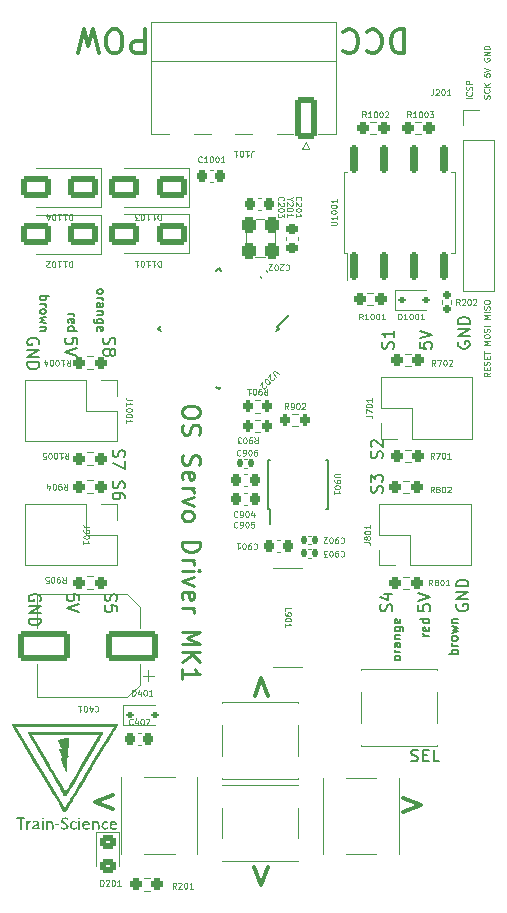
<source format=gbr>
%TF.GenerationSoftware,KiCad,Pcbnew,8.0.2*%
%TF.CreationDate,2024-09-07T15:44:47+02:00*%
%TF.ProjectId,OS-servoDriver,4f532d73-6572-4766-9f44-72697665722e,rev?*%
%TF.SameCoordinates,Original*%
%TF.FileFunction,Legend,Top*%
%TF.FilePolarity,Positive*%
%FSLAX46Y46*%
G04 Gerber Fmt 4.6, Leading zero omitted, Abs format (unit mm)*
G04 Created by KiCad (PCBNEW 8.0.2) date 2024-09-07 15:44:47*
%MOMM*%
%LPD*%
G01*
G04 APERTURE LIST*
G04 Aperture macros list*
%AMRoundRect*
0 Rectangle with rounded corners*
0 $1 Rounding radius*
0 $2 $3 $4 $5 $6 $7 $8 $9 X,Y pos of 4 corners*
0 Add a 4 corners polygon primitive as box body*
4,1,4,$2,$3,$4,$5,$6,$7,$8,$9,$2,$3,0*
0 Add four circle primitives for the rounded corners*
1,1,$1+$1,$2,$3*
1,1,$1+$1,$4,$5*
1,1,$1+$1,$6,$7*
1,1,$1+$1,$8,$9*
0 Add four rect primitives between the rounded corners*
20,1,$1+$1,$2,$3,$4,$5,0*
20,1,$1+$1,$4,$5,$6,$7,0*
20,1,$1+$1,$6,$7,$8,$9,0*
20,1,$1+$1,$8,$9,$2,$3,0*%
%AMRotRect*
0 Rectangle, with rotation*
0 The origin of the aperture is its center*
0 $1 length*
0 $2 width*
0 $3 Rotation angle, in degrees counterclockwise*
0 Add horizontal line*
21,1,$1,$2,0,0,$3*%
G04 Aperture macros list end*
%ADD10C,0.150000*%
%ADD11C,0.300000*%
%ADD12C,0.075000*%
%ADD13C,0.275000*%
%ADD14C,0.120000*%
%ADD15C,0.000000*%
%ADD16RoundRect,0.225000X-0.225000X-0.250000X0.225000X-0.250000X0.225000X0.250000X-0.225000X0.250000X0*%
%ADD17O,1.800000X3.600000*%
%ADD18RoundRect,0.250000X0.650000X1.550000X-0.650000X1.550000X-0.650000X-1.550000X0.650000X-1.550000X0*%
%ADD19RoundRect,0.112500X-0.187500X-0.112500X0.187500X-0.112500X0.187500X0.112500X-0.187500X0.112500X0*%
%ADD20RoundRect,0.250000X1.950000X1.000000X-1.950000X1.000000X-1.950000X-1.000000X1.950000X-1.000000X0*%
%ADD21O,1.700000X1.700000*%
%ADD22R,1.700000X1.700000*%
%ADD23RoundRect,0.237500X-0.250000X-0.237500X0.250000X-0.237500X0.250000X0.237500X-0.250000X0.237500X0*%
%ADD24R,1.550000X1.205000*%
%ADD25R,0.610000X1.910000*%
%ADD26RoundRect,0.250000X-0.450000X0.325000X-0.450000X-0.325000X0.450000X-0.325000X0.450000X0.325000X0*%
%ADD27R,1.550000X1.300000*%
%ADD28RoundRect,0.140000X-0.219203X-0.021213X-0.021213X-0.219203X0.219203X0.021213X0.021213X0.219203X0*%
%ADD29R,1.300000X1.550000*%
%ADD30RoundRect,0.200000X0.200000X0.275000X-0.200000X0.275000X-0.200000X-0.275000X0.200000X-0.275000X0*%
%ADD31RoundRect,0.160000X-0.160000X0.197500X-0.160000X-0.197500X0.160000X-0.197500X0.160000X0.197500X0*%
%ADD32RoundRect,0.225000X-0.250000X0.225000X-0.250000X-0.225000X0.250000X-0.225000X0.250000X0.225000X0*%
%ADD33RoundRect,0.162500X0.162500X-1.012500X0.162500X1.012500X-0.162500X1.012500X-0.162500X-1.012500X0*%
%ADD34RoundRect,0.200000X-0.200000X-0.275000X0.200000X-0.275000X0.200000X0.275000X-0.200000X0.275000X0*%
%ADD35RoundRect,0.237500X0.250000X0.237500X-0.250000X0.237500X-0.250000X-0.237500X0.250000X-0.237500X0*%
%ADD36RoundRect,0.225000X0.225000X0.250000X-0.225000X0.250000X-0.225000X-0.250000X0.225000X-0.250000X0*%
%ADD37RotRect,1.600000X0.550000X315.000000*%
%ADD38RotRect,1.600000X0.550000X225.000000*%
%ADD39RoundRect,0.250000X1.000000X0.650000X-1.000000X0.650000X-1.000000X-0.650000X1.000000X-0.650000X0*%
%ADD40RoundRect,0.300000X0.300000X-0.400000X0.300000X0.400000X-0.300000X0.400000X-0.300000X-0.400000X0*%
%ADD41RoundRect,0.140000X-0.140000X-0.170000X0.140000X-0.170000X0.140000X0.170000X-0.140000X0.170000X0*%
%ADD42R,2.600000X8.200000*%
%ADD43C,3.200000*%
G04 APERTURE END LIST*
D10*
X133373582Y-155780396D02*
X133337868Y-155851825D01*
X133337868Y-155851825D02*
X133302153Y-155887539D01*
X133302153Y-155887539D02*
X133230725Y-155923253D01*
X133230725Y-155923253D02*
X133016439Y-155923253D01*
X133016439Y-155923253D02*
X132945010Y-155887539D01*
X132945010Y-155887539D02*
X132909296Y-155851825D01*
X132909296Y-155851825D02*
X132873582Y-155780396D01*
X132873582Y-155780396D02*
X132873582Y-155673253D01*
X132873582Y-155673253D02*
X132909296Y-155601825D01*
X132909296Y-155601825D02*
X132945010Y-155566111D01*
X132945010Y-155566111D02*
X133016439Y-155530396D01*
X133016439Y-155530396D02*
X133230725Y-155530396D01*
X133230725Y-155530396D02*
X133302153Y-155566111D01*
X133302153Y-155566111D02*
X133337868Y-155601825D01*
X133337868Y-155601825D02*
X133373582Y-155673253D01*
X133373582Y-155673253D02*
X133373582Y-155780396D01*
X133373582Y-155208968D02*
X132873582Y-155208968D01*
X133016439Y-155208968D02*
X132945010Y-155173254D01*
X132945010Y-155173254D02*
X132909296Y-155137540D01*
X132909296Y-155137540D02*
X132873582Y-155066111D01*
X132873582Y-155066111D02*
X132873582Y-154994682D01*
X133373582Y-154423254D02*
X132980725Y-154423254D01*
X132980725Y-154423254D02*
X132909296Y-154458968D01*
X132909296Y-154458968D02*
X132873582Y-154530396D01*
X132873582Y-154530396D02*
X132873582Y-154673254D01*
X132873582Y-154673254D02*
X132909296Y-154744682D01*
X133337868Y-154423254D02*
X133373582Y-154494682D01*
X133373582Y-154494682D02*
X133373582Y-154673254D01*
X133373582Y-154673254D02*
X133337868Y-154744682D01*
X133337868Y-154744682D02*
X133266439Y-154780396D01*
X133266439Y-154780396D02*
X133195010Y-154780396D01*
X133195010Y-154780396D02*
X133123582Y-154744682D01*
X133123582Y-154744682D02*
X133087868Y-154673254D01*
X133087868Y-154673254D02*
X133087868Y-154494682D01*
X133087868Y-154494682D02*
X133052153Y-154423254D01*
X132873582Y-154066111D02*
X133373582Y-154066111D01*
X132945010Y-154066111D02*
X132909296Y-154030397D01*
X132909296Y-154030397D02*
X132873582Y-153958968D01*
X132873582Y-153958968D02*
X132873582Y-153851825D01*
X132873582Y-153851825D02*
X132909296Y-153780397D01*
X132909296Y-153780397D02*
X132980725Y-153744683D01*
X132980725Y-153744683D02*
X133373582Y-153744683D01*
X132873582Y-153066112D02*
X133480725Y-153066112D01*
X133480725Y-153066112D02*
X133552153Y-153101826D01*
X133552153Y-153101826D02*
X133587868Y-153137540D01*
X133587868Y-153137540D02*
X133623582Y-153208969D01*
X133623582Y-153208969D02*
X133623582Y-153316112D01*
X133623582Y-153316112D02*
X133587868Y-153387540D01*
X133337868Y-153066112D02*
X133373582Y-153137540D01*
X133373582Y-153137540D02*
X133373582Y-153280397D01*
X133373582Y-153280397D02*
X133337868Y-153351826D01*
X133337868Y-153351826D02*
X133302153Y-153387540D01*
X133302153Y-153387540D02*
X133230725Y-153423254D01*
X133230725Y-153423254D02*
X133016439Y-153423254D01*
X133016439Y-153423254D02*
X132945010Y-153387540D01*
X132945010Y-153387540D02*
X132909296Y-153351826D01*
X132909296Y-153351826D02*
X132873582Y-153280397D01*
X132873582Y-153280397D02*
X132873582Y-153137540D01*
X132873582Y-153137540D02*
X132909296Y-153066112D01*
X133337868Y-152423255D02*
X133373582Y-152494683D01*
X133373582Y-152494683D02*
X133373582Y-152637541D01*
X133373582Y-152637541D02*
X133337868Y-152708969D01*
X133337868Y-152708969D02*
X133266439Y-152744683D01*
X133266439Y-152744683D02*
X132980725Y-152744683D01*
X132980725Y-152744683D02*
X132909296Y-152708969D01*
X132909296Y-152708969D02*
X132873582Y-152637541D01*
X132873582Y-152637541D02*
X132873582Y-152494683D01*
X132873582Y-152494683D02*
X132909296Y-152423255D01*
X132909296Y-152423255D02*
X132980725Y-152387541D01*
X132980725Y-152387541D02*
X133052153Y-152387541D01*
X133052153Y-152387541D02*
X133123582Y-152744683D01*
X135788498Y-153851826D02*
X135288498Y-153851826D01*
X135431355Y-153851826D02*
X135359926Y-153816112D01*
X135359926Y-153816112D02*
X135324212Y-153780398D01*
X135324212Y-153780398D02*
X135288498Y-153708969D01*
X135288498Y-153708969D02*
X135288498Y-153637540D01*
X135752784Y-153101826D02*
X135788498Y-153173254D01*
X135788498Y-153173254D02*
X135788498Y-153316112D01*
X135788498Y-153316112D02*
X135752784Y-153387540D01*
X135752784Y-153387540D02*
X135681355Y-153423254D01*
X135681355Y-153423254D02*
X135395641Y-153423254D01*
X135395641Y-153423254D02*
X135324212Y-153387540D01*
X135324212Y-153387540D02*
X135288498Y-153316112D01*
X135288498Y-153316112D02*
X135288498Y-153173254D01*
X135288498Y-153173254D02*
X135324212Y-153101826D01*
X135324212Y-153101826D02*
X135395641Y-153066112D01*
X135395641Y-153066112D02*
X135467069Y-153066112D01*
X135467069Y-153066112D02*
X135538498Y-153423254D01*
X135788498Y-152423255D02*
X135038498Y-152423255D01*
X135752784Y-152423255D02*
X135788498Y-152494683D01*
X135788498Y-152494683D02*
X135788498Y-152637540D01*
X135788498Y-152637540D02*
X135752784Y-152708969D01*
X135752784Y-152708969D02*
X135717069Y-152744683D01*
X135717069Y-152744683D02*
X135645641Y-152780397D01*
X135645641Y-152780397D02*
X135431355Y-152780397D01*
X135431355Y-152780397D02*
X135359926Y-152744683D01*
X135359926Y-152744683D02*
X135324212Y-152708969D01*
X135324212Y-152708969D02*
X135288498Y-152637540D01*
X135288498Y-152637540D02*
X135288498Y-152494683D01*
X135288498Y-152494683D02*
X135324212Y-152423255D01*
X138203414Y-155351825D02*
X137453414Y-155351825D01*
X137739128Y-155351825D02*
X137703414Y-155280397D01*
X137703414Y-155280397D02*
X137703414Y-155137539D01*
X137703414Y-155137539D02*
X137739128Y-155066111D01*
X137739128Y-155066111D02*
X137774842Y-155030397D01*
X137774842Y-155030397D02*
X137846271Y-154994682D01*
X137846271Y-154994682D02*
X138060557Y-154994682D01*
X138060557Y-154994682D02*
X138131985Y-155030397D01*
X138131985Y-155030397D02*
X138167700Y-155066111D01*
X138167700Y-155066111D02*
X138203414Y-155137539D01*
X138203414Y-155137539D02*
X138203414Y-155280397D01*
X138203414Y-155280397D02*
X138167700Y-155351825D01*
X138203414Y-154673254D02*
X137703414Y-154673254D01*
X137846271Y-154673254D02*
X137774842Y-154637540D01*
X137774842Y-154637540D02*
X137739128Y-154601826D01*
X137739128Y-154601826D02*
X137703414Y-154530397D01*
X137703414Y-154530397D02*
X137703414Y-154458968D01*
X138203414Y-154101825D02*
X138167700Y-154173254D01*
X138167700Y-154173254D02*
X138131985Y-154208968D01*
X138131985Y-154208968D02*
X138060557Y-154244682D01*
X138060557Y-154244682D02*
X137846271Y-154244682D01*
X137846271Y-154244682D02*
X137774842Y-154208968D01*
X137774842Y-154208968D02*
X137739128Y-154173254D01*
X137739128Y-154173254D02*
X137703414Y-154101825D01*
X137703414Y-154101825D02*
X137703414Y-153994682D01*
X137703414Y-153994682D02*
X137739128Y-153923254D01*
X137739128Y-153923254D02*
X137774842Y-153887540D01*
X137774842Y-153887540D02*
X137846271Y-153851825D01*
X137846271Y-153851825D02*
X138060557Y-153851825D01*
X138060557Y-153851825D02*
X138131985Y-153887540D01*
X138131985Y-153887540D02*
X138167700Y-153923254D01*
X138167700Y-153923254D02*
X138203414Y-153994682D01*
X138203414Y-153994682D02*
X138203414Y-154101825D01*
X137703414Y-153601826D02*
X138203414Y-153458969D01*
X138203414Y-153458969D02*
X137846271Y-153316111D01*
X137846271Y-153316111D02*
X138203414Y-153173254D01*
X138203414Y-153173254D02*
X137703414Y-153030397D01*
X137703414Y-152744683D02*
X138203414Y-152744683D01*
X137774842Y-152744683D02*
X137739128Y-152708969D01*
X137739128Y-152708969D02*
X137703414Y-152637540D01*
X137703414Y-152637540D02*
X137703414Y-152530397D01*
X137703414Y-152530397D02*
X137739128Y-152458969D01*
X137739128Y-152458969D02*
X137810557Y-152423255D01*
X137810557Y-152423255D02*
X138203414Y-152423255D01*
X108393576Y-150290160D02*
X108345956Y-150433017D01*
X108345956Y-150433017D02*
X108345956Y-150671112D01*
X108345956Y-150671112D02*
X108393576Y-150766350D01*
X108393576Y-150766350D02*
X108441195Y-150813969D01*
X108441195Y-150813969D02*
X108536433Y-150861588D01*
X108536433Y-150861588D02*
X108631671Y-150861588D01*
X108631671Y-150861588D02*
X108726909Y-150813969D01*
X108726909Y-150813969D02*
X108774528Y-150766350D01*
X108774528Y-150766350D02*
X108822147Y-150671112D01*
X108822147Y-150671112D02*
X108869766Y-150480636D01*
X108869766Y-150480636D02*
X108917385Y-150385398D01*
X108917385Y-150385398D02*
X108965004Y-150337779D01*
X108965004Y-150337779D02*
X109060242Y-150290160D01*
X109060242Y-150290160D02*
X109155480Y-150290160D01*
X109155480Y-150290160D02*
X109250718Y-150337779D01*
X109250718Y-150337779D02*
X109298337Y-150385398D01*
X109298337Y-150385398D02*
X109345956Y-150480636D01*
X109345956Y-150480636D02*
X109345956Y-150718731D01*
X109345956Y-150718731D02*
X109298337Y-150861588D01*
X109345956Y-151766350D02*
X109345956Y-151290160D01*
X109345956Y-151290160D02*
X108869766Y-151242541D01*
X108869766Y-151242541D02*
X108917385Y-151290160D01*
X108917385Y-151290160D02*
X108965004Y-151385398D01*
X108965004Y-151385398D02*
X108965004Y-151623493D01*
X108965004Y-151623493D02*
X108917385Y-151718731D01*
X108917385Y-151718731D02*
X108869766Y-151766350D01*
X108869766Y-151766350D02*
X108774528Y-151813969D01*
X108774528Y-151813969D02*
X108536433Y-151813969D01*
X108536433Y-151813969D02*
X108441195Y-151766350D01*
X108441195Y-151766350D02*
X108393576Y-151718731D01*
X108393576Y-151718731D02*
X108345956Y-151623493D01*
X108345956Y-151623493D02*
X108345956Y-151385398D01*
X108345956Y-151385398D02*
X108393576Y-151290160D01*
X108393576Y-151290160D02*
X108441195Y-151242541D01*
X106126068Y-150813969D02*
X106126068Y-150337779D01*
X106126068Y-150337779D02*
X105649878Y-150290160D01*
X105649878Y-150290160D02*
X105697497Y-150337779D01*
X105697497Y-150337779D02*
X105745116Y-150433017D01*
X105745116Y-150433017D02*
X105745116Y-150671112D01*
X105745116Y-150671112D02*
X105697497Y-150766350D01*
X105697497Y-150766350D02*
X105649878Y-150813969D01*
X105649878Y-150813969D02*
X105554640Y-150861588D01*
X105554640Y-150861588D02*
X105316545Y-150861588D01*
X105316545Y-150861588D02*
X105221307Y-150813969D01*
X105221307Y-150813969D02*
X105173688Y-150766350D01*
X105173688Y-150766350D02*
X105126068Y-150671112D01*
X105126068Y-150671112D02*
X105126068Y-150433017D01*
X105126068Y-150433017D02*
X105173688Y-150337779D01*
X105173688Y-150337779D02*
X105221307Y-150290160D01*
X106126068Y-151147303D02*
X105126068Y-151480636D01*
X105126068Y-151480636D02*
X106126068Y-151813969D01*
X102858561Y-150861588D02*
X102906180Y-150766350D01*
X102906180Y-150766350D02*
X102906180Y-150623493D01*
X102906180Y-150623493D02*
X102858561Y-150480636D01*
X102858561Y-150480636D02*
X102763323Y-150385398D01*
X102763323Y-150385398D02*
X102668085Y-150337779D01*
X102668085Y-150337779D02*
X102477609Y-150290160D01*
X102477609Y-150290160D02*
X102334752Y-150290160D01*
X102334752Y-150290160D02*
X102144276Y-150337779D01*
X102144276Y-150337779D02*
X102049038Y-150385398D01*
X102049038Y-150385398D02*
X101953800Y-150480636D01*
X101953800Y-150480636D02*
X101906180Y-150623493D01*
X101906180Y-150623493D02*
X101906180Y-150718731D01*
X101906180Y-150718731D02*
X101953800Y-150861588D01*
X101953800Y-150861588D02*
X102001419Y-150909207D01*
X102001419Y-150909207D02*
X102334752Y-150909207D01*
X102334752Y-150909207D02*
X102334752Y-150718731D01*
X101906180Y-151337779D02*
X102906180Y-151337779D01*
X102906180Y-151337779D02*
X101906180Y-151909207D01*
X101906180Y-151909207D02*
X102906180Y-151909207D01*
X101906180Y-152385398D02*
X102906180Y-152385398D01*
X102906180Y-152385398D02*
X102906180Y-152623493D01*
X102906180Y-152623493D02*
X102858561Y-152766350D01*
X102858561Y-152766350D02*
X102763323Y-152861588D01*
X102763323Y-152861588D02*
X102668085Y-152909207D01*
X102668085Y-152909207D02*
X102477609Y-152956826D01*
X102477609Y-152956826D02*
X102334752Y-152956826D01*
X102334752Y-152956826D02*
X102144276Y-152909207D01*
X102144276Y-152909207D02*
X102049038Y-152861588D01*
X102049038Y-152861588D02*
X101953800Y-152766350D01*
X101953800Y-152766350D02*
X101906180Y-152623493D01*
X101906180Y-152623493D02*
X101906180Y-152385398D01*
X107672417Y-124635603D02*
X107708132Y-124564174D01*
X107708132Y-124564174D02*
X107743846Y-124528460D01*
X107743846Y-124528460D02*
X107815274Y-124492746D01*
X107815274Y-124492746D02*
X108029560Y-124492746D01*
X108029560Y-124492746D02*
X108100989Y-124528460D01*
X108100989Y-124528460D02*
X108136703Y-124564174D01*
X108136703Y-124564174D02*
X108172417Y-124635603D01*
X108172417Y-124635603D02*
X108172417Y-124742746D01*
X108172417Y-124742746D02*
X108136703Y-124814174D01*
X108136703Y-124814174D02*
X108100989Y-124849889D01*
X108100989Y-124849889D02*
X108029560Y-124885603D01*
X108029560Y-124885603D02*
X107815274Y-124885603D01*
X107815274Y-124885603D02*
X107743846Y-124849889D01*
X107743846Y-124849889D02*
X107708132Y-124814174D01*
X107708132Y-124814174D02*
X107672417Y-124742746D01*
X107672417Y-124742746D02*
X107672417Y-124635603D01*
X107672417Y-125207031D02*
X108172417Y-125207031D01*
X108029560Y-125207031D02*
X108100989Y-125242745D01*
X108100989Y-125242745D02*
X108136703Y-125278460D01*
X108136703Y-125278460D02*
X108172417Y-125349888D01*
X108172417Y-125349888D02*
X108172417Y-125421317D01*
X107672417Y-125992746D02*
X108065274Y-125992746D01*
X108065274Y-125992746D02*
X108136703Y-125957031D01*
X108136703Y-125957031D02*
X108172417Y-125885603D01*
X108172417Y-125885603D02*
X108172417Y-125742746D01*
X108172417Y-125742746D02*
X108136703Y-125671317D01*
X107708132Y-125992746D02*
X107672417Y-125921317D01*
X107672417Y-125921317D02*
X107672417Y-125742746D01*
X107672417Y-125742746D02*
X107708132Y-125671317D01*
X107708132Y-125671317D02*
X107779560Y-125635603D01*
X107779560Y-125635603D02*
X107850989Y-125635603D01*
X107850989Y-125635603D02*
X107922417Y-125671317D01*
X107922417Y-125671317D02*
X107958132Y-125742746D01*
X107958132Y-125742746D02*
X107958132Y-125921317D01*
X107958132Y-125921317D02*
X107993846Y-125992746D01*
X108172417Y-126349888D02*
X107672417Y-126349888D01*
X108100989Y-126349888D02*
X108136703Y-126385602D01*
X108136703Y-126385602D02*
X108172417Y-126457031D01*
X108172417Y-126457031D02*
X108172417Y-126564174D01*
X108172417Y-126564174D02*
X108136703Y-126635602D01*
X108136703Y-126635602D02*
X108065274Y-126671317D01*
X108065274Y-126671317D02*
X107672417Y-126671317D01*
X108172417Y-127349888D02*
X107565274Y-127349888D01*
X107565274Y-127349888D02*
X107493846Y-127314173D01*
X107493846Y-127314173D02*
X107458132Y-127278459D01*
X107458132Y-127278459D02*
X107422417Y-127207030D01*
X107422417Y-127207030D02*
X107422417Y-127099888D01*
X107422417Y-127099888D02*
X107458132Y-127028459D01*
X107708132Y-127349888D02*
X107672417Y-127278459D01*
X107672417Y-127278459D02*
X107672417Y-127135602D01*
X107672417Y-127135602D02*
X107708132Y-127064173D01*
X107708132Y-127064173D02*
X107743846Y-127028459D01*
X107743846Y-127028459D02*
X107815274Y-126992745D01*
X107815274Y-126992745D02*
X108029560Y-126992745D01*
X108029560Y-126992745D02*
X108100989Y-127028459D01*
X108100989Y-127028459D02*
X108136703Y-127064173D01*
X108136703Y-127064173D02*
X108172417Y-127135602D01*
X108172417Y-127135602D02*
X108172417Y-127278459D01*
X108172417Y-127278459D02*
X108136703Y-127349888D01*
X107708132Y-127992744D02*
X107672417Y-127921316D01*
X107672417Y-127921316D02*
X107672417Y-127778459D01*
X107672417Y-127778459D02*
X107708132Y-127707030D01*
X107708132Y-127707030D02*
X107779560Y-127671316D01*
X107779560Y-127671316D02*
X108065274Y-127671316D01*
X108065274Y-127671316D02*
X108136703Y-127707030D01*
X108136703Y-127707030D02*
X108172417Y-127778459D01*
X108172417Y-127778459D02*
X108172417Y-127921316D01*
X108172417Y-127921316D02*
X108136703Y-127992744D01*
X108136703Y-127992744D02*
X108065274Y-128028459D01*
X108065274Y-128028459D02*
X107993846Y-128028459D01*
X107993846Y-128028459D02*
X107922417Y-127671316D01*
X105257501Y-126564173D02*
X105757501Y-126564173D01*
X105614644Y-126564173D02*
X105686073Y-126599887D01*
X105686073Y-126599887D02*
X105721787Y-126635602D01*
X105721787Y-126635602D02*
X105757501Y-126707030D01*
X105757501Y-126707030D02*
X105757501Y-126778459D01*
X105293216Y-127314173D02*
X105257501Y-127242745D01*
X105257501Y-127242745D02*
X105257501Y-127099888D01*
X105257501Y-127099888D02*
X105293216Y-127028459D01*
X105293216Y-127028459D02*
X105364644Y-126992745D01*
X105364644Y-126992745D02*
X105650358Y-126992745D01*
X105650358Y-126992745D02*
X105721787Y-127028459D01*
X105721787Y-127028459D02*
X105757501Y-127099888D01*
X105757501Y-127099888D02*
X105757501Y-127242745D01*
X105757501Y-127242745D02*
X105721787Y-127314173D01*
X105721787Y-127314173D02*
X105650358Y-127349888D01*
X105650358Y-127349888D02*
X105578930Y-127349888D01*
X105578930Y-127349888D02*
X105507501Y-126992745D01*
X105257501Y-127992745D02*
X106007501Y-127992745D01*
X105293216Y-127992745D02*
X105257501Y-127921316D01*
X105257501Y-127921316D02*
X105257501Y-127778459D01*
X105257501Y-127778459D02*
X105293216Y-127707030D01*
X105293216Y-127707030D02*
X105328930Y-127671316D01*
X105328930Y-127671316D02*
X105400358Y-127635602D01*
X105400358Y-127635602D02*
X105614644Y-127635602D01*
X105614644Y-127635602D02*
X105686073Y-127671316D01*
X105686073Y-127671316D02*
X105721787Y-127707030D01*
X105721787Y-127707030D02*
X105757501Y-127778459D01*
X105757501Y-127778459D02*
X105757501Y-127921316D01*
X105757501Y-127921316D02*
X105721787Y-127992745D01*
X102842585Y-125064174D02*
X103592585Y-125064174D01*
X103306871Y-125064174D02*
X103342585Y-125135603D01*
X103342585Y-125135603D02*
X103342585Y-125278460D01*
X103342585Y-125278460D02*
X103306871Y-125349888D01*
X103306871Y-125349888D02*
X103271157Y-125385603D01*
X103271157Y-125385603D02*
X103199728Y-125421317D01*
X103199728Y-125421317D02*
X102985442Y-125421317D01*
X102985442Y-125421317D02*
X102914014Y-125385603D01*
X102914014Y-125385603D02*
X102878300Y-125349888D01*
X102878300Y-125349888D02*
X102842585Y-125278460D01*
X102842585Y-125278460D02*
X102842585Y-125135603D01*
X102842585Y-125135603D02*
X102878300Y-125064174D01*
X102842585Y-125742745D02*
X103342585Y-125742745D01*
X103199728Y-125742745D02*
X103271157Y-125778459D01*
X103271157Y-125778459D02*
X103306871Y-125814174D01*
X103306871Y-125814174D02*
X103342585Y-125885602D01*
X103342585Y-125885602D02*
X103342585Y-125957031D01*
X102842585Y-126314174D02*
X102878300Y-126242745D01*
X102878300Y-126242745D02*
X102914014Y-126207031D01*
X102914014Y-126207031D02*
X102985442Y-126171317D01*
X102985442Y-126171317D02*
X103199728Y-126171317D01*
X103199728Y-126171317D02*
X103271157Y-126207031D01*
X103271157Y-126207031D02*
X103306871Y-126242745D01*
X103306871Y-126242745D02*
X103342585Y-126314174D01*
X103342585Y-126314174D02*
X103342585Y-126421317D01*
X103342585Y-126421317D02*
X103306871Y-126492745D01*
X103306871Y-126492745D02*
X103271157Y-126528460D01*
X103271157Y-126528460D02*
X103199728Y-126564174D01*
X103199728Y-126564174D02*
X102985442Y-126564174D01*
X102985442Y-126564174D02*
X102914014Y-126528460D01*
X102914014Y-126528460D02*
X102878300Y-126492745D01*
X102878300Y-126492745D02*
X102842585Y-126421317D01*
X102842585Y-126421317D02*
X102842585Y-126314174D01*
X103342585Y-126814173D02*
X102842585Y-126957031D01*
X102842585Y-126957031D02*
X103199728Y-127099888D01*
X103199728Y-127099888D02*
X102842585Y-127242745D01*
X102842585Y-127242745D02*
X103342585Y-127385602D01*
X103342585Y-127671316D02*
X102842585Y-127671316D01*
X103271157Y-127671316D02*
X103306871Y-127707030D01*
X103306871Y-127707030D02*
X103342585Y-127778459D01*
X103342585Y-127778459D02*
X103342585Y-127885602D01*
X103342585Y-127885602D02*
X103306871Y-127957030D01*
X103306871Y-127957030D02*
X103235442Y-127992745D01*
X103235442Y-127992745D02*
X102842585Y-127992745D01*
D11*
X109051895Y-167316304D02*
X107528085Y-167887733D01*
X107528085Y-167887733D02*
X109051895Y-168459161D01*
D12*
X140934909Y-131545896D02*
X140696814Y-131712562D01*
X140934909Y-131831610D02*
X140434909Y-131831610D01*
X140434909Y-131831610D02*
X140434909Y-131641134D01*
X140434909Y-131641134D02*
X140458719Y-131593515D01*
X140458719Y-131593515D02*
X140482528Y-131569705D01*
X140482528Y-131569705D02*
X140530147Y-131545896D01*
X140530147Y-131545896D02*
X140601576Y-131545896D01*
X140601576Y-131545896D02*
X140649195Y-131569705D01*
X140649195Y-131569705D02*
X140673004Y-131593515D01*
X140673004Y-131593515D02*
X140696814Y-131641134D01*
X140696814Y-131641134D02*
X140696814Y-131831610D01*
X140673004Y-131331610D02*
X140673004Y-131164943D01*
X140934909Y-131093515D02*
X140934909Y-131331610D01*
X140934909Y-131331610D02*
X140434909Y-131331610D01*
X140434909Y-131331610D02*
X140434909Y-131093515D01*
X140911100Y-130903038D02*
X140934909Y-130831610D01*
X140934909Y-130831610D02*
X140934909Y-130712562D01*
X140934909Y-130712562D02*
X140911100Y-130664943D01*
X140911100Y-130664943D02*
X140887290Y-130641134D01*
X140887290Y-130641134D02*
X140839671Y-130617324D01*
X140839671Y-130617324D02*
X140792052Y-130617324D01*
X140792052Y-130617324D02*
X140744433Y-130641134D01*
X140744433Y-130641134D02*
X140720623Y-130664943D01*
X140720623Y-130664943D02*
X140696814Y-130712562D01*
X140696814Y-130712562D02*
X140673004Y-130807800D01*
X140673004Y-130807800D02*
X140649195Y-130855419D01*
X140649195Y-130855419D02*
X140625385Y-130879229D01*
X140625385Y-130879229D02*
X140577766Y-130903038D01*
X140577766Y-130903038D02*
X140530147Y-130903038D01*
X140530147Y-130903038D02*
X140482528Y-130879229D01*
X140482528Y-130879229D02*
X140458719Y-130855419D01*
X140458719Y-130855419D02*
X140434909Y-130807800D01*
X140434909Y-130807800D02*
X140434909Y-130688753D01*
X140434909Y-130688753D02*
X140458719Y-130617324D01*
X140673004Y-130403039D02*
X140673004Y-130236372D01*
X140934909Y-130164944D02*
X140934909Y-130403039D01*
X140934909Y-130403039D02*
X140434909Y-130403039D01*
X140434909Y-130403039D02*
X140434909Y-130164944D01*
X140434909Y-130022086D02*
X140434909Y-129736372D01*
X140934909Y-129879229D02*
X140434909Y-129879229D01*
X140934909Y-129188754D02*
X140434909Y-129188754D01*
X140434909Y-129188754D02*
X140792052Y-129022087D01*
X140792052Y-129022087D02*
X140434909Y-128855421D01*
X140434909Y-128855421D02*
X140934909Y-128855421D01*
X140434909Y-128522087D02*
X140434909Y-128426849D01*
X140434909Y-128426849D02*
X140458719Y-128379230D01*
X140458719Y-128379230D02*
X140506338Y-128331611D01*
X140506338Y-128331611D02*
X140601576Y-128307801D01*
X140601576Y-128307801D02*
X140768242Y-128307801D01*
X140768242Y-128307801D02*
X140863480Y-128331611D01*
X140863480Y-128331611D02*
X140911100Y-128379230D01*
X140911100Y-128379230D02*
X140934909Y-128426849D01*
X140934909Y-128426849D02*
X140934909Y-128522087D01*
X140934909Y-128522087D02*
X140911100Y-128569706D01*
X140911100Y-128569706D02*
X140863480Y-128617325D01*
X140863480Y-128617325D02*
X140768242Y-128641134D01*
X140768242Y-128641134D02*
X140601576Y-128641134D01*
X140601576Y-128641134D02*
X140506338Y-128617325D01*
X140506338Y-128617325D02*
X140458719Y-128569706D01*
X140458719Y-128569706D02*
X140434909Y-128522087D01*
X140911100Y-128117324D02*
X140934909Y-128045896D01*
X140934909Y-128045896D02*
X140934909Y-127926848D01*
X140934909Y-127926848D02*
X140911100Y-127879229D01*
X140911100Y-127879229D02*
X140887290Y-127855420D01*
X140887290Y-127855420D02*
X140839671Y-127831610D01*
X140839671Y-127831610D02*
X140792052Y-127831610D01*
X140792052Y-127831610D02*
X140744433Y-127855420D01*
X140744433Y-127855420D02*
X140720623Y-127879229D01*
X140720623Y-127879229D02*
X140696814Y-127926848D01*
X140696814Y-127926848D02*
X140673004Y-128022086D01*
X140673004Y-128022086D02*
X140649195Y-128069705D01*
X140649195Y-128069705D02*
X140625385Y-128093515D01*
X140625385Y-128093515D02*
X140577766Y-128117324D01*
X140577766Y-128117324D02*
X140530147Y-128117324D01*
X140530147Y-128117324D02*
X140482528Y-128093515D01*
X140482528Y-128093515D02*
X140458719Y-128069705D01*
X140458719Y-128069705D02*
X140434909Y-128022086D01*
X140434909Y-128022086D02*
X140434909Y-127903039D01*
X140434909Y-127903039D02*
X140458719Y-127831610D01*
X140934909Y-127617325D02*
X140434909Y-127617325D01*
X140934909Y-126998278D02*
X140434909Y-126998278D01*
X140434909Y-126998278D02*
X140792052Y-126831611D01*
X140792052Y-126831611D02*
X140434909Y-126664945D01*
X140434909Y-126664945D02*
X140934909Y-126664945D01*
X140934909Y-126426849D02*
X140434909Y-126426849D01*
X140911100Y-126212563D02*
X140934909Y-126141135D01*
X140934909Y-126141135D02*
X140934909Y-126022087D01*
X140934909Y-126022087D02*
X140911100Y-125974468D01*
X140911100Y-125974468D02*
X140887290Y-125950659D01*
X140887290Y-125950659D02*
X140839671Y-125926849D01*
X140839671Y-125926849D02*
X140792052Y-125926849D01*
X140792052Y-125926849D02*
X140744433Y-125950659D01*
X140744433Y-125950659D02*
X140720623Y-125974468D01*
X140720623Y-125974468D02*
X140696814Y-126022087D01*
X140696814Y-126022087D02*
X140673004Y-126117325D01*
X140673004Y-126117325D02*
X140649195Y-126164944D01*
X140649195Y-126164944D02*
X140625385Y-126188754D01*
X140625385Y-126188754D02*
X140577766Y-126212563D01*
X140577766Y-126212563D02*
X140530147Y-126212563D01*
X140530147Y-126212563D02*
X140482528Y-126188754D01*
X140482528Y-126188754D02*
X140458719Y-126164944D01*
X140458719Y-126164944D02*
X140434909Y-126117325D01*
X140434909Y-126117325D02*
X140434909Y-125998278D01*
X140434909Y-125998278D02*
X140458719Y-125926849D01*
X140434909Y-125617326D02*
X140434909Y-125522088D01*
X140434909Y-125522088D02*
X140458719Y-125474469D01*
X140458719Y-125474469D02*
X140506338Y-125426850D01*
X140506338Y-125426850D02*
X140601576Y-125403040D01*
X140601576Y-125403040D02*
X140768242Y-125403040D01*
X140768242Y-125403040D02*
X140863480Y-125426850D01*
X140863480Y-125426850D02*
X140911100Y-125474469D01*
X140911100Y-125474469D02*
X140934909Y-125522088D01*
X140934909Y-125522088D02*
X140934909Y-125617326D01*
X140934909Y-125617326D02*
X140911100Y-125664945D01*
X140911100Y-125664945D02*
X140863480Y-125712564D01*
X140863480Y-125712564D02*
X140768242Y-125736373D01*
X140768242Y-125736373D02*
X140601576Y-125736373D01*
X140601576Y-125736373D02*
X140506338Y-125712564D01*
X140506338Y-125712564D02*
X140458719Y-125664945D01*
X140458719Y-125664945D02*
X140434909Y-125617326D01*
D11*
X133692441Y-102495361D02*
X133692441Y-104495361D01*
X133692441Y-104495361D02*
X133216251Y-104495361D01*
X133216251Y-104495361D02*
X132930536Y-104400123D01*
X132930536Y-104400123D02*
X132740060Y-104209647D01*
X132740060Y-104209647D02*
X132644822Y-104019171D01*
X132644822Y-104019171D02*
X132549584Y-103638219D01*
X132549584Y-103638219D02*
X132549584Y-103352504D01*
X132549584Y-103352504D02*
X132644822Y-102971552D01*
X132644822Y-102971552D02*
X132740060Y-102781076D01*
X132740060Y-102781076D02*
X132930536Y-102590600D01*
X132930536Y-102590600D02*
X133216251Y-102495361D01*
X133216251Y-102495361D02*
X133692441Y-102495361D01*
X130549584Y-102685838D02*
X130644822Y-102590600D01*
X130644822Y-102590600D02*
X130930536Y-102495361D01*
X130930536Y-102495361D02*
X131121012Y-102495361D01*
X131121012Y-102495361D02*
X131406727Y-102590600D01*
X131406727Y-102590600D02*
X131597203Y-102781076D01*
X131597203Y-102781076D02*
X131692441Y-102971552D01*
X131692441Y-102971552D02*
X131787679Y-103352504D01*
X131787679Y-103352504D02*
X131787679Y-103638219D01*
X131787679Y-103638219D02*
X131692441Y-104019171D01*
X131692441Y-104019171D02*
X131597203Y-104209647D01*
X131597203Y-104209647D02*
X131406727Y-104400123D01*
X131406727Y-104400123D02*
X131121012Y-104495361D01*
X131121012Y-104495361D02*
X130930536Y-104495361D01*
X130930536Y-104495361D02*
X130644822Y-104400123D01*
X130644822Y-104400123D02*
X130549584Y-104304885D01*
X128549584Y-102685838D02*
X128644822Y-102590600D01*
X128644822Y-102590600D02*
X128930536Y-102495361D01*
X128930536Y-102495361D02*
X129121012Y-102495361D01*
X129121012Y-102495361D02*
X129406727Y-102590600D01*
X129406727Y-102590600D02*
X129597203Y-102781076D01*
X129597203Y-102781076D02*
X129692441Y-102971552D01*
X129692441Y-102971552D02*
X129787679Y-103352504D01*
X129787679Y-103352504D02*
X129787679Y-103638219D01*
X129787679Y-103638219D02*
X129692441Y-104019171D01*
X129692441Y-104019171D02*
X129597203Y-104209647D01*
X129597203Y-104209647D02*
X129406727Y-104400123D01*
X129406727Y-104400123D02*
X129121012Y-104495361D01*
X129121012Y-104495361D02*
X128930536Y-104495361D01*
X128930536Y-104495361D02*
X128644822Y-104400123D01*
X128644822Y-104400123D02*
X128549584Y-104304885D01*
D10*
X131824200Y-141710839D02*
X131871819Y-141567982D01*
X131871819Y-141567982D02*
X131871819Y-141329887D01*
X131871819Y-141329887D02*
X131824200Y-141234649D01*
X131824200Y-141234649D02*
X131776580Y-141187030D01*
X131776580Y-141187030D02*
X131681342Y-141139411D01*
X131681342Y-141139411D02*
X131586104Y-141139411D01*
X131586104Y-141139411D02*
X131490866Y-141187030D01*
X131490866Y-141187030D02*
X131443247Y-141234649D01*
X131443247Y-141234649D02*
X131395628Y-141329887D01*
X131395628Y-141329887D02*
X131348009Y-141520363D01*
X131348009Y-141520363D02*
X131300390Y-141615601D01*
X131300390Y-141615601D02*
X131252771Y-141663220D01*
X131252771Y-141663220D02*
X131157533Y-141710839D01*
X131157533Y-141710839D02*
X131062295Y-141710839D01*
X131062295Y-141710839D02*
X130967057Y-141663220D01*
X130967057Y-141663220D02*
X130919438Y-141615601D01*
X130919438Y-141615601D02*
X130871819Y-141520363D01*
X130871819Y-141520363D02*
X130871819Y-141282268D01*
X130871819Y-141282268D02*
X130919438Y-141139411D01*
X130871819Y-140806077D02*
X130871819Y-140187030D01*
X130871819Y-140187030D02*
X131252771Y-140520363D01*
X131252771Y-140520363D02*
X131252771Y-140377506D01*
X131252771Y-140377506D02*
X131300390Y-140282268D01*
X131300390Y-140282268D02*
X131348009Y-140234649D01*
X131348009Y-140234649D02*
X131443247Y-140187030D01*
X131443247Y-140187030D02*
X131681342Y-140187030D01*
X131681342Y-140187030D02*
X131776580Y-140234649D01*
X131776580Y-140234649D02*
X131824200Y-140282268D01*
X131824200Y-140282268D02*
X131871819Y-140377506D01*
X131871819Y-140377506D02*
X131871819Y-140663220D01*
X131871819Y-140663220D02*
X131824200Y-140758458D01*
X131824200Y-140758458D02*
X131776580Y-140806077D01*
X131824200Y-138789839D02*
X131871819Y-138646982D01*
X131871819Y-138646982D02*
X131871819Y-138408887D01*
X131871819Y-138408887D02*
X131824200Y-138313649D01*
X131824200Y-138313649D02*
X131776580Y-138266030D01*
X131776580Y-138266030D02*
X131681342Y-138218411D01*
X131681342Y-138218411D02*
X131586104Y-138218411D01*
X131586104Y-138218411D02*
X131490866Y-138266030D01*
X131490866Y-138266030D02*
X131443247Y-138313649D01*
X131443247Y-138313649D02*
X131395628Y-138408887D01*
X131395628Y-138408887D02*
X131348009Y-138599363D01*
X131348009Y-138599363D02*
X131300390Y-138694601D01*
X131300390Y-138694601D02*
X131252771Y-138742220D01*
X131252771Y-138742220D02*
X131157533Y-138789839D01*
X131157533Y-138789839D02*
X131062295Y-138789839D01*
X131062295Y-138789839D02*
X130967057Y-138742220D01*
X130967057Y-138742220D02*
X130919438Y-138694601D01*
X130919438Y-138694601D02*
X130871819Y-138599363D01*
X130871819Y-138599363D02*
X130871819Y-138361268D01*
X130871819Y-138361268D02*
X130919438Y-138218411D01*
X130967057Y-137837458D02*
X130919438Y-137789839D01*
X130919438Y-137789839D02*
X130871819Y-137694601D01*
X130871819Y-137694601D02*
X130871819Y-137456506D01*
X130871819Y-137456506D02*
X130919438Y-137361268D01*
X130919438Y-137361268D02*
X130967057Y-137313649D01*
X130967057Y-137313649D02*
X131062295Y-137266030D01*
X131062295Y-137266030D02*
X131157533Y-137266030D01*
X131157533Y-137266030D02*
X131300390Y-137313649D01*
X131300390Y-137313649D02*
X131871819Y-137885077D01*
X131871819Y-137885077D02*
X131871819Y-137266030D01*
D13*
X116378871Y-134735653D02*
X116378871Y-135021367D01*
X116378871Y-135021367D02*
X116307442Y-135164224D01*
X116307442Y-135164224D02*
X116164585Y-135307081D01*
X116164585Y-135307081D02*
X115878871Y-135378510D01*
X115878871Y-135378510D02*
X115378871Y-135378510D01*
X115378871Y-135378510D02*
X115093157Y-135307081D01*
X115093157Y-135307081D02*
X114950300Y-135164224D01*
X114950300Y-135164224D02*
X114878871Y-135021367D01*
X114878871Y-135021367D02*
X114878871Y-134735653D01*
X114878871Y-134735653D02*
X114950300Y-134592796D01*
X114950300Y-134592796D02*
X115093157Y-134449938D01*
X115093157Y-134449938D02*
X115378871Y-134378510D01*
X115378871Y-134378510D02*
X115878871Y-134378510D01*
X115878871Y-134378510D02*
X116164585Y-134449938D01*
X116164585Y-134449938D02*
X116307442Y-134592796D01*
X116307442Y-134592796D02*
X116378871Y-134735653D01*
X114950300Y-135949939D02*
X114878871Y-136164225D01*
X114878871Y-136164225D02*
X114878871Y-136521367D01*
X114878871Y-136521367D02*
X114950300Y-136664225D01*
X114950300Y-136664225D02*
X115021728Y-136735653D01*
X115021728Y-136735653D02*
X115164585Y-136807082D01*
X115164585Y-136807082D02*
X115307442Y-136807082D01*
X115307442Y-136807082D02*
X115450300Y-136735653D01*
X115450300Y-136735653D02*
X115521728Y-136664225D01*
X115521728Y-136664225D02*
X115593157Y-136521367D01*
X115593157Y-136521367D02*
X115664585Y-136235653D01*
X115664585Y-136235653D02*
X115736014Y-136092796D01*
X115736014Y-136092796D02*
X115807442Y-136021367D01*
X115807442Y-136021367D02*
X115950300Y-135949939D01*
X115950300Y-135949939D02*
X116093157Y-135949939D01*
X116093157Y-135949939D02*
X116236014Y-136021367D01*
X116236014Y-136021367D02*
X116307442Y-136092796D01*
X116307442Y-136092796D02*
X116378871Y-136235653D01*
X116378871Y-136235653D02*
X116378871Y-136592796D01*
X116378871Y-136592796D02*
X116307442Y-136807082D01*
X114950300Y-138521367D02*
X114878871Y-138735653D01*
X114878871Y-138735653D02*
X114878871Y-139092795D01*
X114878871Y-139092795D02*
X114950300Y-139235653D01*
X114950300Y-139235653D02*
X115021728Y-139307081D01*
X115021728Y-139307081D02*
X115164585Y-139378510D01*
X115164585Y-139378510D02*
X115307442Y-139378510D01*
X115307442Y-139378510D02*
X115450300Y-139307081D01*
X115450300Y-139307081D02*
X115521728Y-139235653D01*
X115521728Y-139235653D02*
X115593157Y-139092795D01*
X115593157Y-139092795D02*
X115664585Y-138807081D01*
X115664585Y-138807081D02*
X115736014Y-138664224D01*
X115736014Y-138664224D02*
X115807442Y-138592795D01*
X115807442Y-138592795D02*
X115950300Y-138521367D01*
X115950300Y-138521367D02*
X116093157Y-138521367D01*
X116093157Y-138521367D02*
X116236014Y-138592795D01*
X116236014Y-138592795D02*
X116307442Y-138664224D01*
X116307442Y-138664224D02*
X116378871Y-138807081D01*
X116378871Y-138807081D02*
X116378871Y-139164224D01*
X116378871Y-139164224D02*
X116307442Y-139378510D01*
X114950300Y-140592795D02*
X114878871Y-140449938D01*
X114878871Y-140449938D02*
X114878871Y-140164224D01*
X114878871Y-140164224D02*
X114950300Y-140021366D01*
X114950300Y-140021366D02*
X115093157Y-139949938D01*
X115093157Y-139949938D02*
X115664585Y-139949938D01*
X115664585Y-139949938D02*
X115807442Y-140021366D01*
X115807442Y-140021366D02*
X115878871Y-140164224D01*
X115878871Y-140164224D02*
X115878871Y-140449938D01*
X115878871Y-140449938D02*
X115807442Y-140592795D01*
X115807442Y-140592795D02*
X115664585Y-140664224D01*
X115664585Y-140664224D02*
X115521728Y-140664224D01*
X115521728Y-140664224D02*
X115378871Y-139949938D01*
X114878871Y-141307080D02*
X115878871Y-141307080D01*
X115593157Y-141307080D02*
X115736014Y-141378509D01*
X115736014Y-141378509D02*
X115807442Y-141449938D01*
X115807442Y-141449938D02*
X115878871Y-141592795D01*
X115878871Y-141592795D02*
X115878871Y-141735652D01*
X115878871Y-142092794D02*
X114878871Y-142449937D01*
X114878871Y-142449937D02*
X115878871Y-142807080D01*
X114878871Y-143592794D02*
X114950300Y-143449937D01*
X114950300Y-143449937D02*
X115021728Y-143378508D01*
X115021728Y-143378508D02*
X115164585Y-143307080D01*
X115164585Y-143307080D02*
X115593157Y-143307080D01*
X115593157Y-143307080D02*
X115736014Y-143378508D01*
X115736014Y-143378508D02*
X115807442Y-143449937D01*
X115807442Y-143449937D02*
X115878871Y-143592794D01*
X115878871Y-143592794D02*
X115878871Y-143807080D01*
X115878871Y-143807080D02*
X115807442Y-143949937D01*
X115807442Y-143949937D02*
X115736014Y-144021366D01*
X115736014Y-144021366D02*
X115593157Y-144092794D01*
X115593157Y-144092794D02*
X115164585Y-144092794D01*
X115164585Y-144092794D02*
X115021728Y-144021366D01*
X115021728Y-144021366D02*
X114950300Y-143949937D01*
X114950300Y-143949937D02*
X114878871Y-143807080D01*
X114878871Y-143807080D02*
X114878871Y-143592794D01*
X114878871Y-145878508D02*
X116378871Y-145878508D01*
X116378871Y-145878508D02*
X116378871Y-146235651D01*
X116378871Y-146235651D02*
X116307442Y-146449937D01*
X116307442Y-146449937D02*
X116164585Y-146592794D01*
X116164585Y-146592794D02*
X116021728Y-146664223D01*
X116021728Y-146664223D02*
X115736014Y-146735651D01*
X115736014Y-146735651D02*
X115521728Y-146735651D01*
X115521728Y-146735651D02*
X115236014Y-146664223D01*
X115236014Y-146664223D02*
X115093157Y-146592794D01*
X115093157Y-146592794D02*
X114950300Y-146449937D01*
X114950300Y-146449937D02*
X114878871Y-146235651D01*
X114878871Y-146235651D02*
X114878871Y-145878508D01*
X114878871Y-147378508D02*
X115878871Y-147378508D01*
X115593157Y-147378508D02*
X115736014Y-147449937D01*
X115736014Y-147449937D02*
X115807442Y-147521366D01*
X115807442Y-147521366D02*
X115878871Y-147664223D01*
X115878871Y-147664223D02*
X115878871Y-147807080D01*
X114878871Y-148307079D02*
X115878871Y-148307079D01*
X116378871Y-148307079D02*
X116307442Y-148235651D01*
X116307442Y-148235651D02*
X116236014Y-148307079D01*
X116236014Y-148307079D02*
X116307442Y-148378508D01*
X116307442Y-148378508D02*
X116378871Y-148307079D01*
X116378871Y-148307079D02*
X116236014Y-148307079D01*
X115878871Y-148878508D02*
X114878871Y-149235651D01*
X114878871Y-149235651D02*
X115878871Y-149592794D01*
X114950300Y-150735651D02*
X114878871Y-150592794D01*
X114878871Y-150592794D02*
X114878871Y-150307080D01*
X114878871Y-150307080D02*
X114950300Y-150164222D01*
X114950300Y-150164222D02*
X115093157Y-150092794D01*
X115093157Y-150092794D02*
X115664585Y-150092794D01*
X115664585Y-150092794D02*
X115807442Y-150164222D01*
X115807442Y-150164222D02*
X115878871Y-150307080D01*
X115878871Y-150307080D02*
X115878871Y-150592794D01*
X115878871Y-150592794D02*
X115807442Y-150735651D01*
X115807442Y-150735651D02*
X115664585Y-150807080D01*
X115664585Y-150807080D02*
X115521728Y-150807080D01*
X115521728Y-150807080D02*
X115378871Y-150092794D01*
X114878871Y-151449936D02*
X115878871Y-151449936D01*
X115593157Y-151449936D02*
X115736014Y-151521365D01*
X115736014Y-151521365D02*
X115807442Y-151592794D01*
X115807442Y-151592794D02*
X115878871Y-151735651D01*
X115878871Y-151735651D02*
X115878871Y-151878508D01*
X114878871Y-153521364D02*
X116378871Y-153521364D01*
X116378871Y-153521364D02*
X115307442Y-154021364D01*
X115307442Y-154021364D02*
X116378871Y-154521364D01*
X116378871Y-154521364D02*
X114878871Y-154521364D01*
X114878871Y-155235650D02*
X116378871Y-155235650D01*
X114878871Y-156092793D02*
X115736014Y-155449936D01*
X116378871Y-156092793D02*
X115521728Y-155235650D01*
X114878871Y-157521365D02*
X114878871Y-156664222D01*
X114878871Y-157092793D02*
X116378871Y-157092793D01*
X116378871Y-157092793D02*
X116164585Y-156949936D01*
X116164585Y-156949936D02*
X116021728Y-156807079D01*
X116021728Y-156807079D02*
X115950300Y-156664222D01*
D10*
X109065800Y-140765160D02*
X109018180Y-140908017D01*
X109018180Y-140908017D02*
X109018180Y-141146112D01*
X109018180Y-141146112D02*
X109065800Y-141241350D01*
X109065800Y-141241350D02*
X109113419Y-141288969D01*
X109113419Y-141288969D02*
X109208657Y-141336588D01*
X109208657Y-141336588D02*
X109303895Y-141336588D01*
X109303895Y-141336588D02*
X109399133Y-141288969D01*
X109399133Y-141288969D02*
X109446752Y-141241350D01*
X109446752Y-141241350D02*
X109494371Y-141146112D01*
X109494371Y-141146112D02*
X109541990Y-140955636D01*
X109541990Y-140955636D02*
X109589609Y-140860398D01*
X109589609Y-140860398D02*
X109637228Y-140812779D01*
X109637228Y-140812779D02*
X109732466Y-140765160D01*
X109732466Y-140765160D02*
X109827704Y-140765160D01*
X109827704Y-140765160D02*
X109922942Y-140812779D01*
X109922942Y-140812779D02*
X109970561Y-140860398D01*
X109970561Y-140860398D02*
X110018180Y-140955636D01*
X110018180Y-140955636D02*
X110018180Y-141193731D01*
X110018180Y-141193731D02*
X109970561Y-141336588D01*
X110018180Y-142193731D02*
X110018180Y-142003255D01*
X110018180Y-142003255D02*
X109970561Y-141908017D01*
X109970561Y-141908017D02*
X109922942Y-141860398D01*
X109922942Y-141860398D02*
X109780085Y-141765160D01*
X109780085Y-141765160D02*
X109589609Y-141717541D01*
X109589609Y-141717541D02*
X109208657Y-141717541D01*
X109208657Y-141717541D02*
X109113419Y-141765160D01*
X109113419Y-141765160D02*
X109065800Y-141812779D01*
X109065800Y-141812779D02*
X109018180Y-141908017D01*
X109018180Y-141908017D02*
X109018180Y-142098493D01*
X109018180Y-142098493D02*
X109065800Y-142193731D01*
X109065800Y-142193731D02*
X109113419Y-142241350D01*
X109113419Y-142241350D02*
X109208657Y-142288969D01*
X109208657Y-142288969D02*
X109446752Y-142288969D01*
X109446752Y-142288969D02*
X109541990Y-142241350D01*
X109541990Y-142241350D02*
X109589609Y-142193731D01*
X109589609Y-142193731D02*
X109637228Y-142098493D01*
X109637228Y-142098493D02*
X109637228Y-141908017D01*
X109637228Y-141908017D02*
X109589609Y-141812779D01*
X109589609Y-141812779D02*
X109541990Y-141765160D01*
X109541990Y-141765160D02*
X109446752Y-141717541D01*
D12*
X139434909Y-108331610D02*
X138934909Y-108331610D01*
X139387290Y-107807801D02*
X139411100Y-107831610D01*
X139411100Y-107831610D02*
X139434909Y-107903039D01*
X139434909Y-107903039D02*
X139434909Y-107950658D01*
X139434909Y-107950658D02*
X139411100Y-108022086D01*
X139411100Y-108022086D02*
X139363480Y-108069705D01*
X139363480Y-108069705D02*
X139315861Y-108093515D01*
X139315861Y-108093515D02*
X139220623Y-108117324D01*
X139220623Y-108117324D02*
X139149195Y-108117324D01*
X139149195Y-108117324D02*
X139053957Y-108093515D01*
X139053957Y-108093515D02*
X139006338Y-108069705D01*
X139006338Y-108069705D02*
X138958719Y-108022086D01*
X138958719Y-108022086D02*
X138934909Y-107950658D01*
X138934909Y-107950658D02*
X138934909Y-107903039D01*
X138934909Y-107903039D02*
X138958719Y-107831610D01*
X138958719Y-107831610D02*
X138982528Y-107807801D01*
X139411100Y-107617324D02*
X139434909Y-107545896D01*
X139434909Y-107545896D02*
X139434909Y-107426848D01*
X139434909Y-107426848D02*
X139411100Y-107379229D01*
X139411100Y-107379229D02*
X139387290Y-107355420D01*
X139387290Y-107355420D02*
X139339671Y-107331610D01*
X139339671Y-107331610D02*
X139292052Y-107331610D01*
X139292052Y-107331610D02*
X139244433Y-107355420D01*
X139244433Y-107355420D02*
X139220623Y-107379229D01*
X139220623Y-107379229D02*
X139196814Y-107426848D01*
X139196814Y-107426848D02*
X139173004Y-107522086D01*
X139173004Y-107522086D02*
X139149195Y-107569705D01*
X139149195Y-107569705D02*
X139125385Y-107593515D01*
X139125385Y-107593515D02*
X139077766Y-107617324D01*
X139077766Y-107617324D02*
X139030147Y-107617324D01*
X139030147Y-107617324D02*
X138982528Y-107593515D01*
X138982528Y-107593515D02*
X138958719Y-107569705D01*
X138958719Y-107569705D02*
X138934909Y-107522086D01*
X138934909Y-107522086D02*
X138934909Y-107403039D01*
X138934909Y-107403039D02*
X138958719Y-107331610D01*
X139434909Y-107117325D02*
X138934909Y-107117325D01*
X138934909Y-107117325D02*
X138934909Y-106926849D01*
X138934909Y-106926849D02*
X138958719Y-106879230D01*
X138958719Y-106879230D02*
X138982528Y-106855420D01*
X138982528Y-106855420D02*
X139030147Y-106831611D01*
X139030147Y-106831611D02*
X139101576Y-106831611D01*
X139101576Y-106831611D02*
X139149195Y-106855420D01*
X139149195Y-106855420D02*
X139173004Y-106879230D01*
X139173004Y-106879230D02*
X139196814Y-106926849D01*
X139196814Y-106926849D02*
X139196814Y-107117325D01*
D10*
X132623424Y-151743839D02*
X132671043Y-151600982D01*
X132671043Y-151600982D02*
X132671043Y-151362887D01*
X132671043Y-151362887D02*
X132623424Y-151267649D01*
X132623424Y-151267649D02*
X132575804Y-151220030D01*
X132575804Y-151220030D02*
X132480566Y-151172411D01*
X132480566Y-151172411D02*
X132385328Y-151172411D01*
X132385328Y-151172411D02*
X132290090Y-151220030D01*
X132290090Y-151220030D02*
X132242471Y-151267649D01*
X132242471Y-151267649D02*
X132194852Y-151362887D01*
X132194852Y-151362887D02*
X132147233Y-151553363D01*
X132147233Y-151553363D02*
X132099614Y-151648601D01*
X132099614Y-151648601D02*
X132051995Y-151696220D01*
X132051995Y-151696220D02*
X131956757Y-151743839D01*
X131956757Y-151743839D02*
X131861519Y-151743839D01*
X131861519Y-151743839D02*
X131766281Y-151696220D01*
X131766281Y-151696220D02*
X131718662Y-151648601D01*
X131718662Y-151648601D02*
X131671043Y-151553363D01*
X131671043Y-151553363D02*
X131671043Y-151315268D01*
X131671043Y-151315268D02*
X131718662Y-151172411D01*
X132004376Y-150315268D02*
X132671043Y-150315268D01*
X131623424Y-150553363D02*
X132337709Y-150791458D01*
X132337709Y-150791458D02*
X132337709Y-150172411D01*
X134890931Y-151220030D02*
X134890931Y-151696220D01*
X134890931Y-151696220D02*
X135367121Y-151743839D01*
X135367121Y-151743839D02*
X135319502Y-151696220D01*
X135319502Y-151696220D02*
X135271883Y-151600982D01*
X135271883Y-151600982D02*
X135271883Y-151362887D01*
X135271883Y-151362887D02*
X135319502Y-151267649D01*
X135319502Y-151267649D02*
X135367121Y-151220030D01*
X135367121Y-151220030D02*
X135462359Y-151172411D01*
X135462359Y-151172411D02*
X135700454Y-151172411D01*
X135700454Y-151172411D02*
X135795692Y-151220030D01*
X135795692Y-151220030D02*
X135843312Y-151267649D01*
X135843312Y-151267649D02*
X135890931Y-151362887D01*
X135890931Y-151362887D02*
X135890931Y-151600982D01*
X135890931Y-151600982D02*
X135843312Y-151696220D01*
X135843312Y-151696220D02*
X135795692Y-151743839D01*
X134890931Y-150886696D02*
X135890931Y-150553363D01*
X135890931Y-150553363D02*
X134890931Y-150220030D01*
X138158438Y-151172411D02*
X138110819Y-151267649D01*
X138110819Y-151267649D02*
X138110819Y-151410506D01*
X138110819Y-151410506D02*
X138158438Y-151553363D01*
X138158438Y-151553363D02*
X138253676Y-151648601D01*
X138253676Y-151648601D02*
X138348914Y-151696220D01*
X138348914Y-151696220D02*
X138539390Y-151743839D01*
X138539390Y-151743839D02*
X138682247Y-151743839D01*
X138682247Y-151743839D02*
X138872723Y-151696220D01*
X138872723Y-151696220D02*
X138967961Y-151648601D01*
X138967961Y-151648601D02*
X139063200Y-151553363D01*
X139063200Y-151553363D02*
X139110819Y-151410506D01*
X139110819Y-151410506D02*
X139110819Y-151315268D01*
X139110819Y-151315268D02*
X139063200Y-151172411D01*
X139063200Y-151172411D02*
X139015580Y-151124792D01*
X139015580Y-151124792D02*
X138682247Y-151124792D01*
X138682247Y-151124792D02*
X138682247Y-151315268D01*
X139110819Y-150696220D02*
X138110819Y-150696220D01*
X138110819Y-150696220D02*
X139110819Y-150124792D01*
X139110819Y-150124792D02*
X138110819Y-150124792D01*
X139110819Y-149648601D02*
X138110819Y-149648601D01*
X138110819Y-149648601D02*
X138110819Y-149410506D01*
X138110819Y-149410506D02*
X138158438Y-149267649D01*
X138158438Y-149267649D02*
X138253676Y-149172411D01*
X138253676Y-149172411D02*
X138348914Y-149124792D01*
X138348914Y-149124792D02*
X138539390Y-149077173D01*
X138539390Y-149077173D02*
X138682247Y-149077173D01*
X138682247Y-149077173D02*
X138872723Y-149124792D01*
X138872723Y-149124792D02*
X138967961Y-149172411D01*
X138967961Y-149172411D02*
X139063200Y-149267649D01*
X139063200Y-149267649D02*
X139110819Y-149410506D01*
X139110819Y-149410506D02*
X139110819Y-149648601D01*
D11*
X133565632Y-168725695D02*
X135089441Y-168154266D01*
X135089441Y-168154266D02*
X133565632Y-167582838D01*
D10*
X134274160Y-164414200D02*
X134417017Y-164461819D01*
X134417017Y-164461819D02*
X134655112Y-164461819D01*
X134655112Y-164461819D02*
X134750350Y-164414200D01*
X134750350Y-164414200D02*
X134797969Y-164366580D01*
X134797969Y-164366580D02*
X134845588Y-164271342D01*
X134845588Y-164271342D02*
X134845588Y-164176104D01*
X134845588Y-164176104D02*
X134797969Y-164080866D01*
X134797969Y-164080866D02*
X134750350Y-164033247D01*
X134750350Y-164033247D02*
X134655112Y-163985628D01*
X134655112Y-163985628D02*
X134464636Y-163938009D01*
X134464636Y-163938009D02*
X134369398Y-163890390D01*
X134369398Y-163890390D02*
X134321779Y-163842771D01*
X134321779Y-163842771D02*
X134274160Y-163747533D01*
X134274160Y-163747533D02*
X134274160Y-163652295D01*
X134274160Y-163652295D02*
X134321779Y-163557057D01*
X134321779Y-163557057D02*
X134369398Y-163509438D01*
X134369398Y-163509438D02*
X134464636Y-163461819D01*
X134464636Y-163461819D02*
X134702731Y-163461819D01*
X134702731Y-163461819D02*
X134845588Y-163509438D01*
X135274160Y-163938009D02*
X135607493Y-163938009D01*
X135750350Y-164461819D02*
X135274160Y-164461819D01*
X135274160Y-164461819D02*
X135274160Y-163461819D01*
X135274160Y-163461819D02*
X135750350Y-163461819D01*
X136655112Y-164461819D02*
X136178922Y-164461819D01*
X136178922Y-164461819D02*
X136178922Y-163461819D01*
D12*
X140911100Y-108355419D02*
X140934909Y-108283991D01*
X140934909Y-108283991D02*
X140934909Y-108164943D01*
X140934909Y-108164943D02*
X140911100Y-108117324D01*
X140911100Y-108117324D02*
X140887290Y-108093515D01*
X140887290Y-108093515D02*
X140839671Y-108069705D01*
X140839671Y-108069705D02*
X140792052Y-108069705D01*
X140792052Y-108069705D02*
X140744433Y-108093515D01*
X140744433Y-108093515D02*
X140720623Y-108117324D01*
X140720623Y-108117324D02*
X140696814Y-108164943D01*
X140696814Y-108164943D02*
X140673004Y-108260181D01*
X140673004Y-108260181D02*
X140649195Y-108307800D01*
X140649195Y-108307800D02*
X140625385Y-108331610D01*
X140625385Y-108331610D02*
X140577766Y-108355419D01*
X140577766Y-108355419D02*
X140530147Y-108355419D01*
X140530147Y-108355419D02*
X140482528Y-108331610D01*
X140482528Y-108331610D02*
X140458719Y-108307800D01*
X140458719Y-108307800D02*
X140434909Y-108260181D01*
X140434909Y-108260181D02*
X140434909Y-108141134D01*
X140434909Y-108141134D02*
X140458719Y-108069705D01*
X140887290Y-107569706D02*
X140911100Y-107593515D01*
X140911100Y-107593515D02*
X140934909Y-107664944D01*
X140934909Y-107664944D02*
X140934909Y-107712563D01*
X140934909Y-107712563D02*
X140911100Y-107783991D01*
X140911100Y-107783991D02*
X140863480Y-107831610D01*
X140863480Y-107831610D02*
X140815861Y-107855420D01*
X140815861Y-107855420D02*
X140720623Y-107879229D01*
X140720623Y-107879229D02*
X140649195Y-107879229D01*
X140649195Y-107879229D02*
X140553957Y-107855420D01*
X140553957Y-107855420D02*
X140506338Y-107831610D01*
X140506338Y-107831610D02*
X140458719Y-107783991D01*
X140458719Y-107783991D02*
X140434909Y-107712563D01*
X140434909Y-107712563D02*
X140434909Y-107664944D01*
X140434909Y-107664944D02*
X140458719Y-107593515D01*
X140458719Y-107593515D02*
X140482528Y-107569706D01*
X140934909Y-107355420D02*
X140434909Y-107355420D01*
X140934909Y-107069706D02*
X140649195Y-107283991D01*
X140434909Y-107069706D02*
X140720623Y-107355420D01*
X140434909Y-106236373D02*
X140434909Y-106474468D01*
X140434909Y-106474468D02*
X140673004Y-106498277D01*
X140673004Y-106498277D02*
X140649195Y-106474468D01*
X140649195Y-106474468D02*
X140625385Y-106426849D01*
X140625385Y-106426849D02*
X140625385Y-106307801D01*
X140625385Y-106307801D02*
X140649195Y-106260182D01*
X140649195Y-106260182D02*
X140673004Y-106236373D01*
X140673004Y-106236373D02*
X140720623Y-106212563D01*
X140720623Y-106212563D02*
X140839671Y-106212563D01*
X140839671Y-106212563D02*
X140887290Y-106236373D01*
X140887290Y-106236373D02*
X140911100Y-106260182D01*
X140911100Y-106260182D02*
X140934909Y-106307801D01*
X140934909Y-106307801D02*
X140934909Y-106426849D01*
X140934909Y-106426849D02*
X140911100Y-106474468D01*
X140911100Y-106474468D02*
X140887290Y-106498277D01*
X140434909Y-106069706D02*
X140934909Y-105903040D01*
X140934909Y-105903040D02*
X140434909Y-105736373D01*
X140458719Y-104926850D02*
X140434909Y-104974469D01*
X140434909Y-104974469D02*
X140434909Y-105045898D01*
X140434909Y-105045898D02*
X140458719Y-105117326D01*
X140458719Y-105117326D02*
X140506338Y-105164945D01*
X140506338Y-105164945D02*
X140553957Y-105188755D01*
X140553957Y-105188755D02*
X140649195Y-105212564D01*
X140649195Y-105212564D02*
X140720623Y-105212564D01*
X140720623Y-105212564D02*
X140815861Y-105188755D01*
X140815861Y-105188755D02*
X140863480Y-105164945D01*
X140863480Y-105164945D02*
X140911100Y-105117326D01*
X140911100Y-105117326D02*
X140934909Y-105045898D01*
X140934909Y-105045898D02*
X140934909Y-104998279D01*
X140934909Y-104998279D02*
X140911100Y-104926850D01*
X140911100Y-104926850D02*
X140887290Y-104903041D01*
X140887290Y-104903041D02*
X140720623Y-104903041D01*
X140720623Y-104903041D02*
X140720623Y-104998279D01*
X140934909Y-104688755D02*
X140434909Y-104688755D01*
X140434909Y-104688755D02*
X140934909Y-104403041D01*
X140934909Y-104403041D02*
X140434909Y-104403041D01*
X140934909Y-104164945D02*
X140434909Y-104164945D01*
X140434909Y-104164945D02*
X140434909Y-104045897D01*
X140434909Y-104045897D02*
X140458719Y-103974469D01*
X140458719Y-103974469D02*
X140506338Y-103926850D01*
X140506338Y-103926850D02*
X140553957Y-103903040D01*
X140553957Y-103903040D02*
X140649195Y-103879231D01*
X140649195Y-103879231D02*
X140720623Y-103879231D01*
X140720623Y-103879231D02*
X140815861Y-103903040D01*
X140815861Y-103903040D02*
X140863480Y-103926850D01*
X140863480Y-103926850D02*
X140911100Y-103974469D01*
X140911100Y-103974469D02*
X140934909Y-104045897D01*
X140934909Y-104045897D02*
X140934909Y-104164945D01*
D10*
X109065800Y-138098160D02*
X109018180Y-138241017D01*
X109018180Y-138241017D02*
X109018180Y-138479112D01*
X109018180Y-138479112D02*
X109065800Y-138574350D01*
X109065800Y-138574350D02*
X109113419Y-138621969D01*
X109113419Y-138621969D02*
X109208657Y-138669588D01*
X109208657Y-138669588D02*
X109303895Y-138669588D01*
X109303895Y-138669588D02*
X109399133Y-138621969D01*
X109399133Y-138621969D02*
X109446752Y-138574350D01*
X109446752Y-138574350D02*
X109494371Y-138479112D01*
X109494371Y-138479112D02*
X109541990Y-138288636D01*
X109541990Y-138288636D02*
X109589609Y-138193398D01*
X109589609Y-138193398D02*
X109637228Y-138145779D01*
X109637228Y-138145779D02*
X109732466Y-138098160D01*
X109732466Y-138098160D02*
X109827704Y-138098160D01*
X109827704Y-138098160D02*
X109922942Y-138145779D01*
X109922942Y-138145779D02*
X109970561Y-138193398D01*
X109970561Y-138193398D02*
X110018180Y-138288636D01*
X110018180Y-138288636D02*
X110018180Y-138526731D01*
X110018180Y-138526731D02*
X109970561Y-138669588D01*
X110018180Y-139002922D02*
X110018180Y-139669588D01*
X110018180Y-139669588D02*
X109018180Y-139241017D01*
D11*
X121008831Y-173442437D02*
X121580260Y-174966246D01*
X121580260Y-174966246D02*
X122151688Y-173442437D01*
X111721441Y-102495361D02*
X111721441Y-104495361D01*
X111721441Y-104495361D02*
X110959536Y-104495361D01*
X110959536Y-104495361D02*
X110769060Y-104400123D01*
X110769060Y-104400123D02*
X110673822Y-104304885D01*
X110673822Y-104304885D02*
X110578584Y-104114409D01*
X110578584Y-104114409D02*
X110578584Y-103828695D01*
X110578584Y-103828695D02*
X110673822Y-103638219D01*
X110673822Y-103638219D02*
X110769060Y-103542980D01*
X110769060Y-103542980D02*
X110959536Y-103447742D01*
X110959536Y-103447742D02*
X111721441Y-103447742D01*
X109340489Y-104495361D02*
X108959536Y-104495361D01*
X108959536Y-104495361D02*
X108769060Y-104400123D01*
X108769060Y-104400123D02*
X108578584Y-104209647D01*
X108578584Y-104209647D02*
X108483346Y-103828695D01*
X108483346Y-103828695D02*
X108483346Y-103162028D01*
X108483346Y-103162028D02*
X108578584Y-102781076D01*
X108578584Y-102781076D02*
X108769060Y-102590600D01*
X108769060Y-102590600D02*
X108959536Y-102495361D01*
X108959536Y-102495361D02*
X109340489Y-102495361D01*
X109340489Y-102495361D02*
X109530965Y-102590600D01*
X109530965Y-102590600D02*
X109721441Y-102781076D01*
X109721441Y-102781076D02*
X109816679Y-103162028D01*
X109816679Y-103162028D02*
X109816679Y-103828695D01*
X109816679Y-103828695D02*
X109721441Y-104209647D01*
X109721441Y-104209647D02*
X109530965Y-104400123D01*
X109530965Y-104400123D02*
X109340489Y-104495361D01*
X107816679Y-104495361D02*
X107340489Y-102495361D01*
X107340489Y-102495361D02*
X106959536Y-103923933D01*
X106959536Y-103923933D02*
X106578584Y-102495361D01*
X106578584Y-102495361D02*
X106102394Y-104495361D01*
D10*
X108266576Y-128589160D02*
X108218956Y-128732017D01*
X108218956Y-128732017D02*
X108218956Y-128970112D01*
X108218956Y-128970112D02*
X108266576Y-129065350D01*
X108266576Y-129065350D02*
X108314195Y-129112969D01*
X108314195Y-129112969D02*
X108409433Y-129160588D01*
X108409433Y-129160588D02*
X108504671Y-129160588D01*
X108504671Y-129160588D02*
X108599909Y-129112969D01*
X108599909Y-129112969D02*
X108647528Y-129065350D01*
X108647528Y-129065350D02*
X108695147Y-128970112D01*
X108695147Y-128970112D02*
X108742766Y-128779636D01*
X108742766Y-128779636D02*
X108790385Y-128684398D01*
X108790385Y-128684398D02*
X108838004Y-128636779D01*
X108838004Y-128636779D02*
X108933242Y-128589160D01*
X108933242Y-128589160D02*
X109028480Y-128589160D01*
X109028480Y-128589160D02*
X109123718Y-128636779D01*
X109123718Y-128636779D02*
X109171337Y-128684398D01*
X109171337Y-128684398D02*
X109218956Y-128779636D01*
X109218956Y-128779636D02*
X109218956Y-129017731D01*
X109218956Y-129017731D02*
X109171337Y-129160588D01*
X108790385Y-129732017D02*
X108838004Y-129636779D01*
X108838004Y-129636779D02*
X108885623Y-129589160D01*
X108885623Y-129589160D02*
X108980861Y-129541541D01*
X108980861Y-129541541D02*
X109028480Y-129541541D01*
X109028480Y-129541541D02*
X109123718Y-129589160D01*
X109123718Y-129589160D02*
X109171337Y-129636779D01*
X109171337Y-129636779D02*
X109218956Y-129732017D01*
X109218956Y-129732017D02*
X109218956Y-129922493D01*
X109218956Y-129922493D02*
X109171337Y-130017731D01*
X109171337Y-130017731D02*
X109123718Y-130065350D01*
X109123718Y-130065350D02*
X109028480Y-130112969D01*
X109028480Y-130112969D02*
X108980861Y-130112969D01*
X108980861Y-130112969D02*
X108885623Y-130065350D01*
X108885623Y-130065350D02*
X108838004Y-130017731D01*
X108838004Y-130017731D02*
X108790385Y-129922493D01*
X108790385Y-129922493D02*
X108790385Y-129732017D01*
X108790385Y-129732017D02*
X108742766Y-129636779D01*
X108742766Y-129636779D02*
X108695147Y-129589160D01*
X108695147Y-129589160D02*
X108599909Y-129541541D01*
X108599909Y-129541541D02*
X108409433Y-129541541D01*
X108409433Y-129541541D02*
X108314195Y-129589160D01*
X108314195Y-129589160D02*
X108266576Y-129636779D01*
X108266576Y-129636779D02*
X108218956Y-129732017D01*
X108218956Y-129732017D02*
X108218956Y-129922493D01*
X108218956Y-129922493D02*
X108266576Y-130017731D01*
X108266576Y-130017731D02*
X108314195Y-130065350D01*
X108314195Y-130065350D02*
X108409433Y-130112969D01*
X108409433Y-130112969D02*
X108599909Y-130112969D01*
X108599909Y-130112969D02*
X108695147Y-130065350D01*
X108695147Y-130065350D02*
X108742766Y-130017731D01*
X108742766Y-130017731D02*
X108790385Y-129922493D01*
X105999068Y-129112969D02*
X105999068Y-128636779D01*
X105999068Y-128636779D02*
X105522878Y-128589160D01*
X105522878Y-128589160D02*
X105570497Y-128636779D01*
X105570497Y-128636779D02*
X105618116Y-128732017D01*
X105618116Y-128732017D02*
X105618116Y-128970112D01*
X105618116Y-128970112D02*
X105570497Y-129065350D01*
X105570497Y-129065350D02*
X105522878Y-129112969D01*
X105522878Y-129112969D02*
X105427640Y-129160588D01*
X105427640Y-129160588D02*
X105189545Y-129160588D01*
X105189545Y-129160588D02*
X105094307Y-129112969D01*
X105094307Y-129112969D02*
X105046688Y-129065350D01*
X105046688Y-129065350D02*
X104999068Y-128970112D01*
X104999068Y-128970112D02*
X104999068Y-128732017D01*
X104999068Y-128732017D02*
X105046688Y-128636779D01*
X105046688Y-128636779D02*
X105094307Y-128589160D01*
X105999068Y-129446303D02*
X104999068Y-129779636D01*
X104999068Y-129779636D02*
X105999068Y-130112969D01*
X102731561Y-129160588D02*
X102779180Y-129065350D01*
X102779180Y-129065350D02*
X102779180Y-128922493D01*
X102779180Y-128922493D02*
X102731561Y-128779636D01*
X102731561Y-128779636D02*
X102636323Y-128684398D01*
X102636323Y-128684398D02*
X102541085Y-128636779D01*
X102541085Y-128636779D02*
X102350609Y-128589160D01*
X102350609Y-128589160D02*
X102207752Y-128589160D01*
X102207752Y-128589160D02*
X102017276Y-128636779D01*
X102017276Y-128636779D02*
X101922038Y-128684398D01*
X101922038Y-128684398D02*
X101826800Y-128779636D01*
X101826800Y-128779636D02*
X101779180Y-128922493D01*
X101779180Y-128922493D02*
X101779180Y-129017731D01*
X101779180Y-129017731D02*
X101826800Y-129160588D01*
X101826800Y-129160588D02*
X101874419Y-129208207D01*
X101874419Y-129208207D02*
X102207752Y-129208207D01*
X102207752Y-129208207D02*
X102207752Y-129017731D01*
X101779180Y-129636779D02*
X102779180Y-129636779D01*
X102779180Y-129636779D02*
X101779180Y-130208207D01*
X101779180Y-130208207D02*
X102779180Y-130208207D01*
X101779180Y-130684398D02*
X102779180Y-130684398D01*
X102779180Y-130684398D02*
X102779180Y-130922493D01*
X102779180Y-130922493D02*
X102731561Y-131065350D01*
X102731561Y-131065350D02*
X102636323Y-131160588D01*
X102636323Y-131160588D02*
X102541085Y-131208207D01*
X102541085Y-131208207D02*
X102350609Y-131255826D01*
X102350609Y-131255826D02*
X102207752Y-131255826D01*
X102207752Y-131255826D02*
X102017276Y-131208207D01*
X102017276Y-131208207D02*
X101922038Y-131160588D01*
X101922038Y-131160588D02*
X101826800Y-131065350D01*
X101826800Y-131065350D02*
X101779180Y-130922493D01*
X101779180Y-130922493D02*
X101779180Y-130684398D01*
X132750424Y-129518839D02*
X132798043Y-129375982D01*
X132798043Y-129375982D02*
X132798043Y-129137887D01*
X132798043Y-129137887D02*
X132750424Y-129042649D01*
X132750424Y-129042649D02*
X132702804Y-128995030D01*
X132702804Y-128995030D02*
X132607566Y-128947411D01*
X132607566Y-128947411D02*
X132512328Y-128947411D01*
X132512328Y-128947411D02*
X132417090Y-128995030D01*
X132417090Y-128995030D02*
X132369471Y-129042649D01*
X132369471Y-129042649D02*
X132321852Y-129137887D01*
X132321852Y-129137887D02*
X132274233Y-129328363D01*
X132274233Y-129328363D02*
X132226614Y-129423601D01*
X132226614Y-129423601D02*
X132178995Y-129471220D01*
X132178995Y-129471220D02*
X132083757Y-129518839D01*
X132083757Y-129518839D02*
X131988519Y-129518839D01*
X131988519Y-129518839D02*
X131893281Y-129471220D01*
X131893281Y-129471220D02*
X131845662Y-129423601D01*
X131845662Y-129423601D02*
X131798043Y-129328363D01*
X131798043Y-129328363D02*
X131798043Y-129090268D01*
X131798043Y-129090268D02*
X131845662Y-128947411D01*
X132798043Y-127995030D02*
X132798043Y-128566458D01*
X132798043Y-128280744D02*
X131798043Y-128280744D01*
X131798043Y-128280744D02*
X131940900Y-128375982D01*
X131940900Y-128375982D02*
X132036138Y-128471220D01*
X132036138Y-128471220D02*
X132083757Y-128566458D01*
X135017931Y-128995030D02*
X135017931Y-129471220D01*
X135017931Y-129471220D02*
X135494121Y-129518839D01*
X135494121Y-129518839D02*
X135446502Y-129471220D01*
X135446502Y-129471220D02*
X135398883Y-129375982D01*
X135398883Y-129375982D02*
X135398883Y-129137887D01*
X135398883Y-129137887D02*
X135446502Y-129042649D01*
X135446502Y-129042649D02*
X135494121Y-128995030D01*
X135494121Y-128995030D02*
X135589359Y-128947411D01*
X135589359Y-128947411D02*
X135827454Y-128947411D01*
X135827454Y-128947411D02*
X135922692Y-128995030D01*
X135922692Y-128995030D02*
X135970312Y-129042649D01*
X135970312Y-129042649D02*
X136017931Y-129137887D01*
X136017931Y-129137887D02*
X136017931Y-129375982D01*
X136017931Y-129375982D02*
X135970312Y-129471220D01*
X135970312Y-129471220D02*
X135922692Y-129518839D01*
X135017931Y-128661696D02*
X136017931Y-128328363D01*
X136017931Y-128328363D02*
X135017931Y-127995030D01*
X138285438Y-128947411D02*
X138237819Y-129042649D01*
X138237819Y-129042649D02*
X138237819Y-129185506D01*
X138237819Y-129185506D02*
X138285438Y-129328363D01*
X138285438Y-129328363D02*
X138380676Y-129423601D01*
X138380676Y-129423601D02*
X138475914Y-129471220D01*
X138475914Y-129471220D02*
X138666390Y-129518839D01*
X138666390Y-129518839D02*
X138809247Y-129518839D01*
X138809247Y-129518839D02*
X138999723Y-129471220D01*
X138999723Y-129471220D02*
X139094961Y-129423601D01*
X139094961Y-129423601D02*
X139190200Y-129328363D01*
X139190200Y-129328363D02*
X139237819Y-129185506D01*
X139237819Y-129185506D02*
X139237819Y-129090268D01*
X139237819Y-129090268D02*
X139190200Y-128947411D01*
X139190200Y-128947411D02*
X139142580Y-128899792D01*
X139142580Y-128899792D02*
X138809247Y-128899792D01*
X138809247Y-128899792D02*
X138809247Y-129090268D01*
X139237819Y-128471220D02*
X138237819Y-128471220D01*
X138237819Y-128471220D02*
X139237819Y-127899792D01*
X139237819Y-127899792D02*
X138237819Y-127899792D01*
X139237819Y-127423601D02*
X138237819Y-127423601D01*
X138237819Y-127423601D02*
X138237819Y-127185506D01*
X138237819Y-127185506D02*
X138285438Y-127042649D01*
X138285438Y-127042649D02*
X138380676Y-126947411D01*
X138380676Y-126947411D02*
X138475914Y-126899792D01*
X138475914Y-126899792D02*
X138666390Y-126852173D01*
X138666390Y-126852173D02*
X138809247Y-126852173D01*
X138809247Y-126852173D02*
X138999723Y-126899792D01*
X138999723Y-126899792D02*
X139094961Y-126947411D01*
X139094961Y-126947411D02*
X139190200Y-127042649D01*
X139190200Y-127042649D02*
X139237819Y-127185506D01*
X139237819Y-127185506D02*
X139237819Y-127423601D01*
D11*
X122164222Y-158914173D02*
X121592793Y-157390363D01*
X121592793Y-157390363D02*
X121021365Y-158914173D01*
D12*
X116550381Y-113684790D02*
X116526572Y-113708600D01*
X116526572Y-113708600D02*
X116455143Y-113732409D01*
X116455143Y-113732409D02*
X116407524Y-113732409D01*
X116407524Y-113732409D02*
X116336096Y-113708600D01*
X116336096Y-113708600D02*
X116288477Y-113660980D01*
X116288477Y-113660980D02*
X116264667Y-113613361D01*
X116264667Y-113613361D02*
X116240858Y-113518123D01*
X116240858Y-113518123D02*
X116240858Y-113446695D01*
X116240858Y-113446695D02*
X116264667Y-113351457D01*
X116264667Y-113351457D02*
X116288477Y-113303838D01*
X116288477Y-113303838D02*
X116336096Y-113256219D01*
X116336096Y-113256219D02*
X116407524Y-113232409D01*
X116407524Y-113232409D02*
X116455143Y-113232409D01*
X116455143Y-113232409D02*
X116526572Y-113256219D01*
X116526572Y-113256219D02*
X116550381Y-113280028D01*
X117026572Y-113732409D02*
X116740858Y-113732409D01*
X116883715Y-113732409D02*
X116883715Y-113232409D01*
X116883715Y-113232409D02*
X116836096Y-113303838D01*
X116836096Y-113303838D02*
X116788477Y-113351457D01*
X116788477Y-113351457D02*
X116740858Y-113375266D01*
X117336095Y-113232409D02*
X117383714Y-113232409D01*
X117383714Y-113232409D02*
X117431333Y-113256219D01*
X117431333Y-113256219D02*
X117455143Y-113280028D01*
X117455143Y-113280028D02*
X117478952Y-113327647D01*
X117478952Y-113327647D02*
X117502762Y-113422885D01*
X117502762Y-113422885D02*
X117502762Y-113541933D01*
X117502762Y-113541933D02*
X117478952Y-113637171D01*
X117478952Y-113637171D02*
X117455143Y-113684790D01*
X117455143Y-113684790D02*
X117431333Y-113708600D01*
X117431333Y-113708600D02*
X117383714Y-113732409D01*
X117383714Y-113732409D02*
X117336095Y-113732409D01*
X117336095Y-113732409D02*
X117288476Y-113708600D01*
X117288476Y-113708600D02*
X117264667Y-113684790D01*
X117264667Y-113684790D02*
X117240857Y-113637171D01*
X117240857Y-113637171D02*
X117217048Y-113541933D01*
X117217048Y-113541933D02*
X117217048Y-113422885D01*
X117217048Y-113422885D02*
X117240857Y-113327647D01*
X117240857Y-113327647D02*
X117264667Y-113280028D01*
X117264667Y-113280028D02*
X117288476Y-113256219D01*
X117288476Y-113256219D02*
X117336095Y-113232409D01*
X117812285Y-113232409D02*
X117859904Y-113232409D01*
X117859904Y-113232409D02*
X117907523Y-113256219D01*
X117907523Y-113256219D02*
X117931333Y-113280028D01*
X117931333Y-113280028D02*
X117955142Y-113327647D01*
X117955142Y-113327647D02*
X117978952Y-113422885D01*
X117978952Y-113422885D02*
X117978952Y-113541933D01*
X117978952Y-113541933D02*
X117955142Y-113637171D01*
X117955142Y-113637171D02*
X117931333Y-113684790D01*
X117931333Y-113684790D02*
X117907523Y-113708600D01*
X117907523Y-113708600D02*
X117859904Y-113732409D01*
X117859904Y-113732409D02*
X117812285Y-113732409D01*
X117812285Y-113732409D02*
X117764666Y-113708600D01*
X117764666Y-113708600D02*
X117740857Y-113684790D01*
X117740857Y-113684790D02*
X117717047Y-113637171D01*
X117717047Y-113637171D02*
X117693238Y-113541933D01*
X117693238Y-113541933D02*
X117693238Y-113422885D01*
X117693238Y-113422885D02*
X117717047Y-113327647D01*
X117717047Y-113327647D02*
X117740857Y-113280028D01*
X117740857Y-113280028D02*
X117764666Y-113256219D01*
X117764666Y-113256219D02*
X117812285Y-113232409D01*
X118455142Y-113732409D02*
X118169428Y-113732409D01*
X118312285Y-113732409D02*
X118312285Y-113232409D01*
X118312285Y-113232409D02*
X118264666Y-113303838D01*
X118264666Y-113303838D02*
X118217047Y-113351457D01*
X118217047Y-113351457D02*
X118169428Y-113375266D01*
X120741856Y-113272590D02*
X120741856Y-112915447D01*
X120741856Y-112915447D02*
X120765665Y-112844019D01*
X120765665Y-112844019D02*
X120813284Y-112796400D01*
X120813284Y-112796400D02*
X120884713Y-112772590D01*
X120884713Y-112772590D02*
X120932332Y-112772590D01*
X120241856Y-112772590D02*
X120527570Y-112772590D01*
X120384713Y-112772590D02*
X120384713Y-113272590D01*
X120384713Y-113272590D02*
X120432332Y-113201161D01*
X120432332Y-113201161D02*
X120479951Y-113153542D01*
X120479951Y-113153542D02*
X120527570Y-113129733D01*
X119932333Y-113272590D02*
X119884714Y-113272590D01*
X119884714Y-113272590D02*
X119837095Y-113248780D01*
X119837095Y-113248780D02*
X119813285Y-113224971D01*
X119813285Y-113224971D02*
X119789476Y-113177352D01*
X119789476Y-113177352D02*
X119765666Y-113082114D01*
X119765666Y-113082114D02*
X119765666Y-112963066D01*
X119765666Y-112963066D02*
X119789476Y-112867828D01*
X119789476Y-112867828D02*
X119813285Y-112820209D01*
X119813285Y-112820209D02*
X119837095Y-112796400D01*
X119837095Y-112796400D02*
X119884714Y-112772590D01*
X119884714Y-112772590D02*
X119932333Y-112772590D01*
X119932333Y-112772590D02*
X119979952Y-112796400D01*
X119979952Y-112796400D02*
X120003761Y-112820209D01*
X120003761Y-112820209D02*
X120027571Y-112867828D01*
X120027571Y-112867828D02*
X120051380Y-112963066D01*
X120051380Y-112963066D02*
X120051380Y-113082114D01*
X120051380Y-113082114D02*
X120027571Y-113177352D01*
X120027571Y-113177352D02*
X120003761Y-113224971D01*
X120003761Y-113224971D02*
X119979952Y-113248780D01*
X119979952Y-113248780D02*
X119932333Y-113272590D01*
X119289476Y-112772590D02*
X119575190Y-112772590D01*
X119432333Y-112772590D02*
X119432333Y-113272590D01*
X119432333Y-113272590D02*
X119479952Y-113201161D01*
X119479952Y-113201161D02*
X119527571Y-113153542D01*
X119527571Y-113153542D02*
X119575190Y-113129733D01*
X110660762Y-158905409D02*
X110660762Y-158405409D01*
X110660762Y-158405409D02*
X110779810Y-158405409D01*
X110779810Y-158405409D02*
X110851238Y-158429219D01*
X110851238Y-158429219D02*
X110898857Y-158476838D01*
X110898857Y-158476838D02*
X110922667Y-158524457D01*
X110922667Y-158524457D02*
X110946476Y-158619695D01*
X110946476Y-158619695D02*
X110946476Y-158691123D01*
X110946476Y-158691123D02*
X110922667Y-158786361D01*
X110922667Y-158786361D02*
X110898857Y-158833980D01*
X110898857Y-158833980D02*
X110851238Y-158881600D01*
X110851238Y-158881600D02*
X110779810Y-158905409D01*
X110779810Y-158905409D02*
X110660762Y-158905409D01*
X111375048Y-158572076D02*
X111375048Y-158905409D01*
X111256000Y-158381600D02*
X111136953Y-158738742D01*
X111136953Y-158738742D02*
X111446476Y-158738742D01*
X111732190Y-158405409D02*
X111779809Y-158405409D01*
X111779809Y-158405409D02*
X111827428Y-158429219D01*
X111827428Y-158429219D02*
X111851238Y-158453028D01*
X111851238Y-158453028D02*
X111875047Y-158500647D01*
X111875047Y-158500647D02*
X111898857Y-158595885D01*
X111898857Y-158595885D02*
X111898857Y-158714933D01*
X111898857Y-158714933D02*
X111875047Y-158810171D01*
X111875047Y-158810171D02*
X111851238Y-158857790D01*
X111851238Y-158857790D02*
X111827428Y-158881600D01*
X111827428Y-158881600D02*
X111779809Y-158905409D01*
X111779809Y-158905409D02*
X111732190Y-158905409D01*
X111732190Y-158905409D02*
X111684571Y-158881600D01*
X111684571Y-158881600D02*
X111660762Y-158857790D01*
X111660762Y-158857790D02*
X111636952Y-158810171D01*
X111636952Y-158810171D02*
X111613143Y-158714933D01*
X111613143Y-158714933D02*
X111613143Y-158595885D01*
X111613143Y-158595885D02*
X111636952Y-158500647D01*
X111636952Y-158500647D02*
X111660762Y-158453028D01*
X111660762Y-158453028D02*
X111684571Y-158429219D01*
X111684571Y-158429219D02*
X111732190Y-158405409D01*
X112375047Y-158905409D02*
X112089333Y-158905409D01*
X112232190Y-158905409D02*
X112232190Y-158405409D01*
X112232190Y-158405409D02*
X112184571Y-158476838D01*
X112184571Y-158476838D02*
X112136952Y-158524457D01*
X112136952Y-158524457D02*
X112089333Y-158548266D01*
X110692476Y-161309790D02*
X110668667Y-161333600D01*
X110668667Y-161333600D02*
X110597238Y-161357409D01*
X110597238Y-161357409D02*
X110549619Y-161357409D01*
X110549619Y-161357409D02*
X110478191Y-161333600D01*
X110478191Y-161333600D02*
X110430572Y-161285980D01*
X110430572Y-161285980D02*
X110406762Y-161238361D01*
X110406762Y-161238361D02*
X110382953Y-161143123D01*
X110382953Y-161143123D02*
X110382953Y-161071695D01*
X110382953Y-161071695D02*
X110406762Y-160976457D01*
X110406762Y-160976457D02*
X110430572Y-160928838D01*
X110430572Y-160928838D02*
X110478191Y-160881219D01*
X110478191Y-160881219D02*
X110549619Y-160857409D01*
X110549619Y-160857409D02*
X110597238Y-160857409D01*
X110597238Y-160857409D02*
X110668667Y-160881219D01*
X110668667Y-160881219D02*
X110692476Y-160905028D01*
X111121048Y-161024076D02*
X111121048Y-161357409D01*
X111002000Y-160833600D02*
X110882953Y-161190742D01*
X110882953Y-161190742D02*
X111192476Y-161190742D01*
X111478190Y-160857409D02*
X111525809Y-160857409D01*
X111525809Y-160857409D02*
X111573428Y-160881219D01*
X111573428Y-160881219D02*
X111597238Y-160905028D01*
X111597238Y-160905028D02*
X111621047Y-160952647D01*
X111621047Y-160952647D02*
X111644857Y-161047885D01*
X111644857Y-161047885D02*
X111644857Y-161166933D01*
X111644857Y-161166933D02*
X111621047Y-161262171D01*
X111621047Y-161262171D02*
X111597238Y-161309790D01*
X111597238Y-161309790D02*
X111573428Y-161333600D01*
X111573428Y-161333600D02*
X111525809Y-161357409D01*
X111525809Y-161357409D02*
X111478190Y-161357409D01*
X111478190Y-161357409D02*
X111430571Y-161333600D01*
X111430571Y-161333600D02*
X111406762Y-161309790D01*
X111406762Y-161309790D02*
X111382952Y-161262171D01*
X111382952Y-161262171D02*
X111359143Y-161166933D01*
X111359143Y-161166933D02*
X111359143Y-161047885D01*
X111359143Y-161047885D02*
X111382952Y-160952647D01*
X111382952Y-160952647D02*
X111406762Y-160905028D01*
X111406762Y-160905028D02*
X111430571Y-160881219D01*
X111430571Y-160881219D02*
X111478190Y-160857409D01*
X111835333Y-160905028D02*
X111859142Y-160881219D01*
X111859142Y-160881219D02*
X111906761Y-160857409D01*
X111906761Y-160857409D02*
X112025809Y-160857409D01*
X112025809Y-160857409D02*
X112073428Y-160881219D01*
X112073428Y-160881219D02*
X112097237Y-160905028D01*
X112097237Y-160905028D02*
X112121047Y-160952647D01*
X112121047Y-160952647D02*
X112121047Y-161000266D01*
X112121047Y-161000266D02*
X112097237Y-161071695D01*
X112097237Y-161071695D02*
X111811523Y-161357409D01*
X111811523Y-161357409D02*
X112121047Y-161357409D01*
X107493523Y-159806209D02*
X107517332Y-159782400D01*
X107517332Y-159782400D02*
X107588761Y-159758590D01*
X107588761Y-159758590D02*
X107636380Y-159758590D01*
X107636380Y-159758590D02*
X107707808Y-159782400D01*
X107707808Y-159782400D02*
X107755427Y-159830019D01*
X107755427Y-159830019D02*
X107779237Y-159877638D01*
X107779237Y-159877638D02*
X107803046Y-159972876D01*
X107803046Y-159972876D02*
X107803046Y-160044304D01*
X107803046Y-160044304D02*
X107779237Y-160139542D01*
X107779237Y-160139542D02*
X107755427Y-160187161D01*
X107755427Y-160187161D02*
X107707808Y-160234780D01*
X107707808Y-160234780D02*
X107636380Y-160258590D01*
X107636380Y-160258590D02*
X107588761Y-160258590D01*
X107588761Y-160258590D02*
X107517332Y-160234780D01*
X107517332Y-160234780D02*
X107493523Y-160210971D01*
X107064951Y-160091923D02*
X107064951Y-159758590D01*
X107183999Y-160282400D02*
X107303046Y-159925257D01*
X107303046Y-159925257D02*
X106993523Y-159925257D01*
X106707809Y-160258590D02*
X106660190Y-160258590D01*
X106660190Y-160258590D02*
X106612571Y-160234780D01*
X106612571Y-160234780D02*
X106588761Y-160210971D01*
X106588761Y-160210971D02*
X106564952Y-160163352D01*
X106564952Y-160163352D02*
X106541142Y-160068114D01*
X106541142Y-160068114D02*
X106541142Y-159949066D01*
X106541142Y-159949066D02*
X106564952Y-159853828D01*
X106564952Y-159853828D02*
X106588761Y-159806209D01*
X106588761Y-159806209D02*
X106612571Y-159782400D01*
X106612571Y-159782400D02*
X106660190Y-159758590D01*
X106660190Y-159758590D02*
X106707809Y-159758590D01*
X106707809Y-159758590D02*
X106755428Y-159782400D01*
X106755428Y-159782400D02*
X106779237Y-159806209D01*
X106779237Y-159806209D02*
X106803047Y-159853828D01*
X106803047Y-159853828D02*
X106826856Y-159949066D01*
X106826856Y-159949066D02*
X106826856Y-160068114D01*
X106826856Y-160068114D02*
X106803047Y-160163352D01*
X106803047Y-160163352D02*
X106779237Y-160210971D01*
X106779237Y-160210971D02*
X106755428Y-160234780D01*
X106755428Y-160234780D02*
X106707809Y-160258590D01*
X106064952Y-159758590D02*
X106350666Y-159758590D01*
X106207809Y-159758590D02*
X106207809Y-160258590D01*
X106207809Y-160258590D02*
X106255428Y-160187161D01*
X106255428Y-160187161D02*
X106303047Y-160139542D01*
X106303047Y-160139542D02*
X106350666Y-160115733D01*
X130317409Y-145912856D02*
X130674552Y-145912856D01*
X130674552Y-145912856D02*
X130745980Y-145936665D01*
X130745980Y-145936665D02*
X130793600Y-145984284D01*
X130793600Y-145984284D02*
X130817409Y-146055713D01*
X130817409Y-146055713D02*
X130817409Y-146103332D01*
X130531695Y-145603332D02*
X130507885Y-145650951D01*
X130507885Y-145650951D02*
X130484076Y-145674761D01*
X130484076Y-145674761D02*
X130436457Y-145698570D01*
X130436457Y-145698570D02*
X130412647Y-145698570D01*
X130412647Y-145698570D02*
X130365028Y-145674761D01*
X130365028Y-145674761D02*
X130341219Y-145650951D01*
X130341219Y-145650951D02*
X130317409Y-145603332D01*
X130317409Y-145603332D02*
X130317409Y-145508094D01*
X130317409Y-145508094D02*
X130341219Y-145460475D01*
X130341219Y-145460475D02*
X130365028Y-145436666D01*
X130365028Y-145436666D02*
X130412647Y-145412856D01*
X130412647Y-145412856D02*
X130436457Y-145412856D01*
X130436457Y-145412856D02*
X130484076Y-145436666D01*
X130484076Y-145436666D02*
X130507885Y-145460475D01*
X130507885Y-145460475D02*
X130531695Y-145508094D01*
X130531695Y-145508094D02*
X130531695Y-145603332D01*
X130531695Y-145603332D02*
X130555504Y-145650951D01*
X130555504Y-145650951D02*
X130579314Y-145674761D01*
X130579314Y-145674761D02*
X130626933Y-145698570D01*
X130626933Y-145698570D02*
X130722171Y-145698570D01*
X130722171Y-145698570D02*
X130769790Y-145674761D01*
X130769790Y-145674761D02*
X130793600Y-145650951D01*
X130793600Y-145650951D02*
X130817409Y-145603332D01*
X130817409Y-145603332D02*
X130817409Y-145508094D01*
X130817409Y-145508094D02*
X130793600Y-145460475D01*
X130793600Y-145460475D02*
X130769790Y-145436666D01*
X130769790Y-145436666D02*
X130722171Y-145412856D01*
X130722171Y-145412856D02*
X130626933Y-145412856D01*
X130626933Y-145412856D02*
X130579314Y-145436666D01*
X130579314Y-145436666D02*
X130555504Y-145460475D01*
X130555504Y-145460475D02*
X130531695Y-145508094D01*
X130317409Y-145103333D02*
X130317409Y-145055714D01*
X130317409Y-145055714D02*
X130341219Y-145008095D01*
X130341219Y-145008095D02*
X130365028Y-144984285D01*
X130365028Y-144984285D02*
X130412647Y-144960476D01*
X130412647Y-144960476D02*
X130507885Y-144936666D01*
X130507885Y-144936666D02*
X130626933Y-144936666D01*
X130626933Y-144936666D02*
X130722171Y-144960476D01*
X130722171Y-144960476D02*
X130769790Y-144984285D01*
X130769790Y-144984285D02*
X130793600Y-145008095D01*
X130793600Y-145008095D02*
X130817409Y-145055714D01*
X130817409Y-145055714D02*
X130817409Y-145103333D01*
X130817409Y-145103333D02*
X130793600Y-145150952D01*
X130793600Y-145150952D02*
X130769790Y-145174761D01*
X130769790Y-145174761D02*
X130722171Y-145198571D01*
X130722171Y-145198571D02*
X130626933Y-145222380D01*
X130626933Y-145222380D02*
X130507885Y-145222380D01*
X130507885Y-145222380D02*
X130412647Y-145198571D01*
X130412647Y-145198571D02*
X130365028Y-145174761D01*
X130365028Y-145174761D02*
X130341219Y-145150952D01*
X130341219Y-145150952D02*
X130317409Y-145103333D01*
X130817409Y-144460476D02*
X130817409Y-144746190D01*
X130817409Y-144603333D02*
X130317409Y-144603333D01*
X130317409Y-144603333D02*
X130388838Y-144650952D01*
X130388838Y-144650952D02*
X130436457Y-144698571D01*
X130436457Y-144698571D02*
X130460266Y-144746190D01*
X130440381Y-109922409D02*
X130273715Y-109684314D01*
X130154667Y-109922409D02*
X130154667Y-109422409D01*
X130154667Y-109422409D02*
X130345143Y-109422409D01*
X130345143Y-109422409D02*
X130392762Y-109446219D01*
X130392762Y-109446219D02*
X130416572Y-109470028D01*
X130416572Y-109470028D02*
X130440381Y-109517647D01*
X130440381Y-109517647D02*
X130440381Y-109589076D01*
X130440381Y-109589076D02*
X130416572Y-109636695D01*
X130416572Y-109636695D02*
X130392762Y-109660504D01*
X130392762Y-109660504D02*
X130345143Y-109684314D01*
X130345143Y-109684314D02*
X130154667Y-109684314D01*
X130916572Y-109922409D02*
X130630858Y-109922409D01*
X130773715Y-109922409D02*
X130773715Y-109422409D01*
X130773715Y-109422409D02*
X130726096Y-109493838D01*
X130726096Y-109493838D02*
X130678477Y-109541457D01*
X130678477Y-109541457D02*
X130630858Y-109565266D01*
X131226095Y-109422409D02*
X131273714Y-109422409D01*
X131273714Y-109422409D02*
X131321333Y-109446219D01*
X131321333Y-109446219D02*
X131345143Y-109470028D01*
X131345143Y-109470028D02*
X131368952Y-109517647D01*
X131368952Y-109517647D02*
X131392762Y-109612885D01*
X131392762Y-109612885D02*
X131392762Y-109731933D01*
X131392762Y-109731933D02*
X131368952Y-109827171D01*
X131368952Y-109827171D02*
X131345143Y-109874790D01*
X131345143Y-109874790D02*
X131321333Y-109898600D01*
X131321333Y-109898600D02*
X131273714Y-109922409D01*
X131273714Y-109922409D02*
X131226095Y-109922409D01*
X131226095Y-109922409D02*
X131178476Y-109898600D01*
X131178476Y-109898600D02*
X131154667Y-109874790D01*
X131154667Y-109874790D02*
X131130857Y-109827171D01*
X131130857Y-109827171D02*
X131107048Y-109731933D01*
X131107048Y-109731933D02*
X131107048Y-109612885D01*
X131107048Y-109612885D02*
X131130857Y-109517647D01*
X131130857Y-109517647D02*
X131154667Y-109470028D01*
X131154667Y-109470028D02*
X131178476Y-109446219D01*
X131178476Y-109446219D02*
X131226095Y-109422409D01*
X131702285Y-109422409D02*
X131749904Y-109422409D01*
X131749904Y-109422409D02*
X131797523Y-109446219D01*
X131797523Y-109446219D02*
X131821333Y-109470028D01*
X131821333Y-109470028D02*
X131845142Y-109517647D01*
X131845142Y-109517647D02*
X131868952Y-109612885D01*
X131868952Y-109612885D02*
X131868952Y-109731933D01*
X131868952Y-109731933D02*
X131845142Y-109827171D01*
X131845142Y-109827171D02*
X131821333Y-109874790D01*
X131821333Y-109874790D02*
X131797523Y-109898600D01*
X131797523Y-109898600D02*
X131749904Y-109922409D01*
X131749904Y-109922409D02*
X131702285Y-109922409D01*
X131702285Y-109922409D02*
X131654666Y-109898600D01*
X131654666Y-109898600D02*
X131630857Y-109874790D01*
X131630857Y-109874790D02*
X131607047Y-109827171D01*
X131607047Y-109827171D02*
X131583238Y-109731933D01*
X131583238Y-109731933D02*
X131583238Y-109612885D01*
X131583238Y-109612885D02*
X131607047Y-109517647D01*
X131607047Y-109517647D02*
X131630857Y-109470028D01*
X131630857Y-109470028D02*
X131654666Y-109446219D01*
X131654666Y-109446219D02*
X131702285Y-109422409D01*
X132059428Y-109470028D02*
X132083237Y-109446219D01*
X132083237Y-109446219D02*
X132130856Y-109422409D01*
X132130856Y-109422409D02*
X132249904Y-109422409D01*
X132249904Y-109422409D02*
X132297523Y-109446219D01*
X132297523Y-109446219D02*
X132321332Y-109470028D01*
X132321332Y-109470028D02*
X132345142Y-109517647D01*
X132345142Y-109517647D02*
X132345142Y-109565266D01*
X132345142Y-109565266D02*
X132321332Y-109636695D01*
X132321332Y-109636695D02*
X132035618Y-109922409D01*
X132035618Y-109922409D02*
X132345142Y-109922409D01*
X128273090Y-140126357D02*
X127868328Y-140126357D01*
X127868328Y-140126357D02*
X127820709Y-140150167D01*
X127820709Y-140150167D02*
X127796900Y-140173976D01*
X127796900Y-140173976D02*
X127773090Y-140221595D01*
X127773090Y-140221595D02*
X127773090Y-140316833D01*
X127773090Y-140316833D02*
X127796900Y-140364452D01*
X127796900Y-140364452D02*
X127820709Y-140388262D01*
X127820709Y-140388262D02*
X127868328Y-140412071D01*
X127868328Y-140412071D02*
X128273090Y-140412071D01*
X127773090Y-140673977D02*
X127773090Y-140769215D01*
X127773090Y-140769215D02*
X127796900Y-140816834D01*
X127796900Y-140816834D02*
X127820709Y-140840643D01*
X127820709Y-140840643D02*
X127892138Y-140888262D01*
X127892138Y-140888262D02*
X127987376Y-140912072D01*
X127987376Y-140912072D02*
X128177852Y-140912072D01*
X128177852Y-140912072D02*
X128225471Y-140888262D01*
X128225471Y-140888262D02*
X128249280Y-140864453D01*
X128249280Y-140864453D02*
X128273090Y-140816834D01*
X128273090Y-140816834D02*
X128273090Y-140721596D01*
X128273090Y-140721596D02*
X128249280Y-140673977D01*
X128249280Y-140673977D02*
X128225471Y-140650167D01*
X128225471Y-140650167D02*
X128177852Y-140626358D01*
X128177852Y-140626358D02*
X128058804Y-140626358D01*
X128058804Y-140626358D02*
X128011185Y-140650167D01*
X128011185Y-140650167D02*
X127987376Y-140673977D01*
X127987376Y-140673977D02*
X127963566Y-140721596D01*
X127963566Y-140721596D02*
X127963566Y-140816834D01*
X127963566Y-140816834D02*
X127987376Y-140864453D01*
X127987376Y-140864453D02*
X128011185Y-140888262D01*
X128011185Y-140888262D02*
X128058804Y-140912072D01*
X128273090Y-141221595D02*
X128273090Y-141269214D01*
X128273090Y-141269214D02*
X128249280Y-141316833D01*
X128249280Y-141316833D02*
X128225471Y-141340643D01*
X128225471Y-141340643D02*
X128177852Y-141364452D01*
X128177852Y-141364452D02*
X128082614Y-141388262D01*
X128082614Y-141388262D02*
X127963566Y-141388262D01*
X127963566Y-141388262D02*
X127868328Y-141364452D01*
X127868328Y-141364452D02*
X127820709Y-141340643D01*
X127820709Y-141340643D02*
X127796900Y-141316833D01*
X127796900Y-141316833D02*
X127773090Y-141269214D01*
X127773090Y-141269214D02*
X127773090Y-141221595D01*
X127773090Y-141221595D02*
X127796900Y-141173976D01*
X127796900Y-141173976D02*
X127820709Y-141150167D01*
X127820709Y-141150167D02*
X127868328Y-141126357D01*
X127868328Y-141126357D02*
X127963566Y-141102548D01*
X127963566Y-141102548D02*
X128082614Y-141102548D01*
X128082614Y-141102548D02*
X128177852Y-141126357D01*
X128177852Y-141126357D02*
X128225471Y-141150167D01*
X128225471Y-141150167D02*
X128249280Y-141173976D01*
X128249280Y-141173976D02*
X128273090Y-141221595D01*
X127773090Y-141864452D02*
X127773090Y-141578738D01*
X127773090Y-141721595D02*
X128273090Y-141721595D01*
X128273090Y-141721595D02*
X128201661Y-141673976D01*
X128201661Y-141673976D02*
X128154042Y-141626357D01*
X128154042Y-141626357D02*
X128130233Y-141578738D01*
X130163381Y-127049409D02*
X129996715Y-126811314D01*
X129877667Y-127049409D02*
X129877667Y-126549409D01*
X129877667Y-126549409D02*
X130068143Y-126549409D01*
X130068143Y-126549409D02*
X130115762Y-126573219D01*
X130115762Y-126573219D02*
X130139572Y-126597028D01*
X130139572Y-126597028D02*
X130163381Y-126644647D01*
X130163381Y-126644647D02*
X130163381Y-126716076D01*
X130163381Y-126716076D02*
X130139572Y-126763695D01*
X130139572Y-126763695D02*
X130115762Y-126787504D01*
X130115762Y-126787504D02*
X130068143Y-126811314D01*
X130068143Y-126811314D02*
X129877667Y-126811314D01*
X130639572Y-127049409D02*
X130353858Y-127049409D01*
X130496715Y-127049409D02*
X130496715Y-126549409D01*
X130496715Y-126549409D02*
X130449096Y-126620838D01*
X130449096Y-126620838D02*
X130401477Y-126668457D01*
X130401477Y-126668457D02*
X130353858Y-126692266D01*
X130949095Y-126549409D02*
X130996714Y-126549409D01*
X130996714Y-126549409D02*
X131044333Y-126573219D01*
X131044333Y-126573219D02*
X131068143Y-126597028D01*
X131068143Y-126597028D02*
X131091952Y-126644647D01*
X131091952Y-126644647D02*
X131115762Y-126739885D01*
X131115762Y-126739885D02*
X131115762Y-126858933D01*
X131115762Y-126858933D02*
X131091952Y-126954171D01*
X131091952Y-126954171D02*
X131068143Y-127001790D01*
X131068143Y-127001790D02*
X131044333Y-127025600D01*
X131044333Y-127025600D02*
X130996714Y-127049409D01*
X130996714Y-127049409D02*
X130949095Y-127049409D01*
X130949095Y-127049409D02*
X130901476Y-127025600D01*
X130901476Y-127025600D02*
X130877667Y-127001790D01*
X130877667Y-127001790D02*
X130853857Y-126954171D01*
X130853857Y-126954171D02*
X130830048Y-126858933D01*
X130830048Y-126858933D02*
X130830048Y-126739885D01*
X130830048Y-126739885D02*
X130853857Y-126644647D01*
X130853857Y-126644647D02*
X130877667Y-126597028D01*
X130877667Y-126597028D02*
X130901476Y-126573219D01*
X130901476Y-126573219D02*
X130949095Y-126549409D01*
X131425285Y-126549409D02*
X131472904Y-126549409D01*
X131472904Y-126549409D02*
X131520523Y-126573219D01*
X131520523Y-126573219D02*
X131544333Y-126597028D01*
X131544333Y-126597028D02*
X131568142Y-126644647D01*
X131568142Y-126644647D02*
X131591952Y-126739885D01*
X131591952Y-126739885D02*
X131591952Y-126858933D01*
X131591952Y-126858933D02*
X131568142Y-126954171D01*
X131568142Y-126954171D02*
X131544333Y-127001790D01*
X131544333Y-127001790D02*
X131520523Y-127025600D01*
X131520523Y-127025600D02*
X131472904Y-127049409D01*
X131472904Y-127049409D02*
X131425285Y-127049409D01*
X131425285Y-127049409D02*
X131377666Y-127025600D01*
X131377666Y-127025600D02*
X131353857Y-127001790D01*
X131353857Y-127001790D02*
X131330047Y-126954171D01*
X131330047Y-126954171D02*
X131306238Y-126858933D01*
X131306238Y-126858933D02*
X131306238Y-126739885D01*
X131306238Y-126739885D02*
X131330047Y-126644647D01*
X131330047Y-126644647D02*
X131353857Y-126597028D01*
X131353857Y-126597028D02*
X131377666Y-126573219D01*
X131377666Y-126573219D02*
X131425285Y-126549409D01*
X132068142Y-127049409D02*
X131782428Y-127049409D01*
X131925285Y-127049409D02*
X131925285Y-126549409D01*
X131925285Y-126549409D02*
X131877666Y-126620838D01*
X131877666Y-126620838D02*
X131830047Y-126668457D01*
X131830047Y-126668457D02*
X131782428Y-126692266D01*
X119566976Y-143735790D02*
X119543167Y-143759600D01*
X119543167Y-143759600D02*
X119471738Y-143783409D01*
X119471738Y-143783409D02*
X119424119Y-143783409D01*
X119424119Y-143783409D02*
X119352691Y-143759600D01*
X119352691Y-143759600D02*
X119305072Y-143711980D01*
X119305072Y-143711980D02*
X119281262Y-143664361D01*
X119281262Y-143664361D02*
X119257453Y-143569123D01*
X119257453Y-143569123D02*
X119257453Y-143497695D01*
X119257453Y-143497695D02*
X119281262Y-143402457D01*
X119281262Y-143402457D02*
X119305072Y-143354838D01*
X119305072Y-143354838D02*
X119352691Y-143307219D01*
X119352691Y-143307219D02*
X119424119Y-143283409D01*
X119424119Y-143283409D02*
X119471738Y-143283409D01*
X119471738Y-143283409D02*
X119543167Y-143307219D01*
X119543167Y-143307219D02*
X119566976Y-143331028D01*
X119805072Y-143783409D02*
X119900310Y-143783409D01*
X119900310Y-143783409D02*
X119947929Y-143759600D01*
X119947929Y-143759600D02*
X119971738Y-143735790D01*
X119971738Y-143735790D02*
X120019357Y-143664361D01*
X120019357Y-143664361D02*
X120043167Y-143569123D01*
X120043167Y-143569123D02*
X120043167Y-143378647D01*
X120043167Y-143378647D02*
X120019357Y-143331028D01*
X120019357Y-143331028D02*
X119995548Y-143307219D01*
X119995548Y-143307219D02*
X119947929Y-143283409D01*
X119947929Y-143283409D02*
X119852691Y-143283409D01*
X119852691Y-143283409D02*
X119805072Y-143307219D01*
X119805072Y-143307219D02*
X119781262Y-143331028D01*
X119781262Y-143331028D02*
X119757453Y-143378647D01*
X119757453Y-143378647D02*
X119757453Y-143497695D01*
X119757453Y-143497695D02*
X119781262Y-143545314D01*
X119781262Y-143545314D02*
X119805072Y-143569123D01*
X119805072Y-143569123D02*
X119852691Y-143592933D01*
X119852691Y-143592933D02*
X119947929Y-143592933D01*
X119947929Y-143592933D02*
X119995548Y-143569123D01*
X119995548Y-143569123D02*
X120019357Y-143545314D01*
X120019357Y-143545314D02*
X120043167Y-143497695D01*
X120352690Y-143283409D02*
X120400309Y-143283409D01*
X120400309Y-143283409D02*
X120447928Y-143307219D01*
X120447928Y-143307219D02*
X120471738Y-143331028D01*
X120471738Y-143331028D02*
X120495547Y-143378647D01*
X120495547Y-143378647D02*
X120519357Y-143473885D01*
X120519357Y-143473885D02*
X120519357Y-143592933D01*
X120519357Y-143592933D02*
X120495547Y-143688171D01*
X120495547Y-143688171D02*
X120471738Y-143735790D01*
X120471738Y-143735790D02*
X120447928Y-143759600D01*
X120447928Y-143759600D02*
X120400309Y-143783409D01*
X120400309Y-143783409D02*
X120352690Y-143783409D01*
X120352690Y-143783409D02*
X120305071Y-143759600D01*
X120305071Y-143759600D02*
X120281262Y-143735790D01*
X120281262Y-143735790D02*
X120257452Y-143688171D01*
X120257452Y-143688171D02*
X120233643Y-143592933D01*
X120233643Y-143592933D02*
X120233643Y-143473885D01*
X120233643Y-143473885D02*
X120257452Y-143378647D01*
X120257452Y-143378647D02*
X120281262Y-143331028D01*
X120281262Y-143331028D02*
X120305071Y-143307219D01*
X120305071Y-143307219D02*
X120352690Y-143283409D01*
X120947928Y-143450076D02*
X120947928Y-143783409D01*
X120828880Y-143259600D02*
X120709833Y-143616742D01*
X120709833Y-143616742D02*
X121019356Y-143616742D01*
X107962762Y-175004909D02*
X107962762Y-174504909D01*
X107962762Y-174504909D02*
X108081810Y-174504909D01*
X108081810Y-174504909D02*
X108153238Y-174528719D01*
X108153238Y-174528719D02*
X108200857Y-174576338D01*
X108200857Y-174576338D02*
X108224667Y-174623957D01*
X108224667Y-174623957D02*
X108248476Y-174719195D01*
X108248476Y-174719195D02*
X108248476Y-174790623D01*
X108248476Y-174790623D02*
X108224667Y-174885861D01*
X108224667Y-174885861D02*
X108200857Y-174933480D01*
X108200857Y-174933480D02*
X108153238Y-174981100D01*
X108153238Y-174981100D02*
X108081810Y-175004909D01*
X108081810Y-175004909D02*
X107962762Y-175004909D01*
X108438953Y-174552528D02*
X108462762Y-174528719D01*
X108462762Y-174528719D02*
X108510381Y-174504909D01*
X108510381Y-174504909D02*
X108629429Y-174504909D01*
X108629429Y-174504909D02*
X108677048Y-174528719D01*
X108677048Y-174528719D02*
X108700857Y-174552528D01*
X108700857Y-174552528D02*
X108724667Y-174600147D01*
X108724667Y-174600147D02*
X108724667Y-174647766D01*
X108724667Y-174647766D02*
X108700857Y-174719195D01*
X108700857Y-174719195D02*
X108415143Y-175004909D01*
X108415143Y-175004909D02*
X108724667Y-175004909D01*
X109034190Y-174504909D02*
X109081809Y-174504909D01*
X109081809Y-174504909D02*
X109129428Y-174528719D01*
X109129428Y-174528719D02*
X109153238Y-174552528D01*
X109153238Y-174552528D02*
X109177047Y-174600147D01*
X109177047Y-174600147D02*
X109200857Y-174695385D01*
X109200857Y-174695385D02*
X109200857Y-174814433D01*
X109200857Y-174814433D02*
X109177047Y-174909671D01*
X109177047Y-174909671D02*
X109153238Y-174957290D01*
X109153238Y-174957290D02*
X109129428Y-174981100D01*
X109129428Y-174981100D02*
X109081809Y-175004909D01*
X109081809Y-175004909D02*
X109034190Y-175004909D01*
X109034190Y-175004909D02*
X108986571Y-174981100D01*
X108986571Y-174981100D02*
X108962762Y-174957290D01*
X108962762Y-174957290D02*
X108938952Y-174909671D01*
X108938952Y-174909671D02*
X108915143Y-174814433D01*
X108915143Y-174814433D02*
X108915143Y-174695385D01*
X108915143Y-174695385D02*
X108938952Y-174600147D01*
X108938952Y-174600147D02*
X108962762Y-174552528D01*
X108962762Y-174552528D02*
X108986571Y-174528719D01*
X108986571Y-174528719D02*
X109034190Y-174504909D01*
X109677047Y-175004909D02*
X109391333Y-175004909D01*
X109534190Y-175004909D02*
X109534190Y-174504909D01*
X109534190Y-174504909D02*
X109486571Y-174576338D01*
X109486571Y-174576338D02*
X109438952Y-174623957D01*
X109438952Y-174623957D02*
X109391333Y-174647766D01*
X123655218Y-122434210D02*
X123679027Y-122410401D01*
X123679027Y-122410401D02*
X123750456Y-122386591D01*
X123750456Y-122386591D02*
X123798075Y-122386591D01*
X123798075Y-122386591D02*
X123869503Y-122410401D01*
X123869503Y-122410401D02*
X123917122Y-122458020D01*
X123917122Y-122458020D02*
X123940932Y-122505639D01*
X123940932Y-122505639D02*
X123964741Y-122600877D01*
X123964741Y-122600877D02*
X123964741Y-122672305D01*
X123964741Y-122672305D02*
X123940932Y-122767543D01*
X123940932Y-122767543D02*
X123917122Y-122815162D01*
X123917122Y-122815162D02*
X123869503Y-122862781D01*
X123869503Y-122862781D02*
X123798075Y-122886591D01*
X123798075Y-122886591D02*
X123750456Y-122886591D01*
X123750456Y-122886591D02*
X123679027Y-122862781D01*
X123679027Y-122862781D02*
X123655218Y-122838972D01*
X123464741Y-122838972D02*
X123440932Y-122862781D01*
X123440932Y-122862781D02*
X123393313Y-122886591D01*
X123393313Y-122886591D02*
X123274265Y-122886591D01*
X123274265Y-122886591D02*
X123226646Y-122862781D01*
X123226646Y-122862781D02*
X123202837Y-122838972D01*
X123202837Y-122838972D02*
X123179027Y-122791353D01*
X123179027Y-122791353D02*
X123179027Y-122743734D01*
X123179027Y-122743734D02*
X123202837Y-122672305D01*
X123202837Y-122672305D02*
X123488551Y-122386591D01*
X123488551Y-122386591D02*
X123179027Y-122386591D01*
X122869504Y-122886591D02*
X122821885Y-122886591D01*
X122821885Y-122886591D02*
X122774266Y-122862781D01*
X122774266Y-122862781D02*
X122750456Y-122838972D01*
X122750456Y-122838972D02*
X122726647Y-122791353D01*
X122726647Y-122791353D02*
X122702837Y-122696115D01*
X122702837Y-122696115D02*
X122702837Y-122577067D01*
X122702837Y-122577067D02*
X122726647Y-122481829D01*
X122726647Y-122481829D02*
X122750456Y-122434210D01*
X122750456Y-122434210D02*
X122774266Y-122410401D01*
X122774266Y-122410401D02*
X122821885Y-122386591D01*
X122821885Y-122386591D02*
X122869504Y-122386591D01*
X122869504Y-122386591D02*
X122917123Y-122410401D01*
X122917123Y-122410401D02*
X122940932Y-122434210D01*
X122940932Y-122434210D02*
X122964742Y-122481829D01*
X122964742Y-122481829D02*
X122988551Y-122577067D01*
X122988551Y-122577067D02*
X122988551Y-122696115D01*
X122988551Y-122696115D02*
X122964742Y-122791353D01*
X122964742Y-122791353D02*
X122940932Y-122838972D01*
X122940932Y-122838972D02*
X122917123Y-122862781D01*
X122917123Y-122862781D02*
X122869504Y-122886591D01*
X122512361Y-122838972D02*
X122488552Y-122862781D01*
X122488552Y-122862781D02*
X122440933Y-122886591D01*
X122440933Y-122886591D02*
X122321885Y-122886591D01*
X122321885Y-122886591D02*
X122274266Y-122862781D01*
X122274266Y-122862781D02*
X122250457Y-122838972D01*
X122250457Y-122838972D02*
X122226647Y-122791353D01*
X122226647Y-122791353D02*
X122226647Y-122743734D01*
X122226647Y-122743734D02*
X122250457Y-122672305D01*
X122250457Y-122672305D02*
X122536171Y-122386591D01*
X122536171Y-122386591D02*
X122226647Y-122386591D01*
X136331476Y-130964909D02*
X136164810Y-130726814D01*
X136045762Y-130964909D02*
X136045762Y-130464909D01*
X136045762Y-130464909D02*
X136236238Y-130464909D01*
X136236238Y-130464909D02*
X136283857Y-130488719D01*
X136283857Y-130488719D02*
X136307667Y-130512528D01*
X136307667Y-130512528D02*
X136331476Y-130560147D01*
X136331476Y-130560147D02*
X136331476Y-130631576D01*
X136331476Y-130631576D02*
X136307667Y-130679195D01*
X136307667Y-130679195D02*
X136283857Y-130703004D01*
X136283857Y-130703004D02*
X136236238Y-130726814D01*
X136236238Y-130726814D02*
X136045762Y-130726814D01*
X136498143Y-130464909D02*
X136831476Y-130464909D01*
X136831476Y-130464909D02*
X136617191Y-130964909D01*
X137117190Y-130464909D02*
X137164809Y-130464909D01*
X137164809Y-130464909D02*
X137212428Y-130488719D01*
X137212428Y-130488719D02*
X137236238Y-130512528D01*
X137236238Y-130512528D02*
X137260047Y-130560147D01*
X137260047Y-130560147D02*
X137283857Y-130655385D01*
X137283857Y-130655385D02*
X137283857Y-130774433D01*
X137283857Y-130774433D02*
X137260047Y-130869671D01*
X137260047Y-130869671D02*
X137236238Y-130917290D01*
X137236238Y-130917290D02*
X137212428Y-130941100D01*
X137212428Y-130941100D02*
X137164809Y-130964909D01*
X137164809Y-130964909D02*
X137117190Y-130964909D01*
X137117190Y-130964909D02*
X137069571Y-130941100D01*
X137069571Y-130941100D02*
X137045762Y-130917290D01*
X137045762Y-130917290D02*
X137021952Y-130869671D01*
X137021952Y-130869671D02*
X136998143Y-130774433D01*
X136998143Y-130774433D02*
X136998143Y-130655385D01*
X136998143Y-130655385D02*
X137021952Y-130560147D01*
X137021952Y-130560147D02*
X137045762Y-130512528D01*
X137045762Y-130512528D02*
X137069571Y-130488719D01*
X137069571Y-130488719D02*
X137117190Y-130464909D01*
X137474333Y-130512528D02*
X137498142Y-130488719D01*
X137498142Y-130488719D02*
X137545761Y-130464909D01*
X137545761Y-130464909D02*
X137664809Y-130464909D01*
X137664809Y-130464909D02*
X137712428Y-130488719D01*
X137712428Y-130488719D02*
X137736237Y-130512528D01*
X137736237Y-130512528D02*
X137760047Y-130560147D01*
X137760047Y-130560147D02*
X137760047Y-130607766D01*
X137760047Y-130607766D02*
X137736237Y-130679195D01*
X137736237Y-130679195D02*
X137450523Y-130964909D01*
X137450523Y-130964909D02*
X137760047Y-130964909D01*
X110627590Y-133889048D02*
X110270447Y-133889048D01*
X110270447Y-133889048D02*
X110199019Y-133865239D01*
X110199019Y-133865239D02*
X110151400Y-133817620D01*
X110151400Y-133817620D02*
X110127590Y-133746191D01*
X110127590Y-133746191D02*
X110127590Y-133698572D01*
X110127590Y-134389048D02*
X110127590Y-134103334D01*
X110127590Y-134246191D02*
X110627590Y-134246191D01*
X110627590Y-134246191D02*
X110556161Y-134198572D01*
X110556161Y-134198572D02*
X110508542Y-134150953D01*
X110508542Y-134150953D02*
X110484733Y-134103334D01*
X110627590Y-134698571D02*
X110627590Y-134746190D01*
X110627590Y-134746190D02*
X110603780Y-134793809D01*
X110603780Y-134793809D02*
X110579971Y-134817619D01*
X110579971Y-134817619D02*
X110532352Y-134841428D01*
X110532352Y-134841428D02*
X110437114Y-134865238D01*
X110437114Y-134865238D02*
X110318066Y-134865238D01*
X110318066Y-134865238D02*
X110222828Y-134841428D01*
X110222828Y-134841428D02*
X110175209Y-134817619D01*
X110175209Y-134817619D02*
X110151400Y-134793809D01*
X110151400Y-134793809D02*
X110127590Y-134746190D01*
X110127590Y-134746190D02*
X110127590Y-134698571D01*
X110127590Y-134698571D02*
X110151400Y-134650952D01*
X110151400Y-134650952D02*
X110175209Y-134627143D01*
X110175209Y-134627143D02*
X110222828Y-134603333D01*
X110222828Y-134603333D02*
X110318066Y-134579524D01*
X110318066Y-134579524D02*
X110437114Y-134579524D01*
X110437114Y-134579524D02*
X110532352Y-134603333D01*
X110532352Y-134603333D02*
X110579971Y-134627143D01*
X110579971Y-134627143D02*
X110603780Y-134650952D01*
X110603780Y-134650952D02*
X110627590Y-134698571D01*
X110627590Y-135174761D02*
X110627590Y-135222380D01*
X110627590Y-135222380D02*
X110603780Y-135269999D01*
X110603780Y-135269999D02*
X110579971Y-135293809D01*
X110579971Y-135293809D02*
X110532352Y-135317618D01*
X110532352Y-135317618D02*
X110437114Y-135341428D01*
X110437114Y-135341428D02*
X110318066Y-135341428D01*
X110318066Y-135341428D02*
X110222828Y-135317618D01*
X110222828Y-135317618D02*
X110175209Y-135293809D01*
X110175209Y-135293809D02*
X110151400Y-135269999D01*
X110151400Y-135269999D02*
X110127590Y-135222380D01*
X110127590Y-135222380D02*
X110127590Y-135174761D01*
X110127590Y-135174761D02*
X110151400Y-135127142D01*
X110151400Y-135127142D02*
X110175209Y-135103333D01*
X110175209Y-135103333D02*
X110222828Y-135079523D01*
X110222828Y-135079523D02*
X110318066Y-135055714D01*
X110318066Y-135055714D02*
X110437114Y-135055714D01*
X110437114Y-135055714D02*
X110532352Y-135079523D01*
X110532352Y-135079523D02*
X110579971Y-135103333D01*
X110579971Y-135103333D02*
X110603780Y-135127142D01*
X110603780Y-135127142D02*
X110627590Y-135174761D01*
X110127590Y-135817618D02*
X110127590Y-135531904D01*
X110127590Y-135674761D02*
X110627590Y-135674761D01*
X110627590Y-135674761D02*
X110556161Y-135627142D01*
X110556161Y-135627142D02*
X110508542Y-135579523D01*
X110508542Y-135579523D02*
X110484733Y-135531904D01*
X130444409Y-135181856D02*
X130801552Y-135181856D01*
X130801552Y-135181856D02*
X130872980Y-135205665D01*
X130872980Y-135205665D02*
X130920600Y-135253284D01*
X130920600Y-135253284D02*
X130944409Y-135324713D01*
X130944409Y-135324713D02*
X130944409Y-135372332D01*
X130444409Y-134991380D02*
X130444409Y-134658047D01*
X130444409Y-134658047D02*
X130944409Y-134872332D01*
X130444409Y-134372333D02*
X130444409Y-134324714D01*
X130444409Y-134324714D02*
X130468219Y-134277095D01*
X130468219Y-134277095D02*
X130492028Y-134253285D01*
X130492028Y-134253285D02*
X130539647Y-134229476D01*
X130539647Y-134229476D02*
X130634885Y-134205666D01*
X130634885Y-134205666D02*
X130753933Y-134205666D01*
X130753933Y-134205666D02*
X130849171Y-134229476D01*
X130849171Y-134229476D02*
X130896790Y-134253285D01*
X130896790Y-134253285D02*
X130920600Y-134277095D01*
X130920600Y-134277095D02*
X130944409Y-134324714D01*
X130944409Y-134324714D02*
X130944409Y-134372333D01*
X130944409Y-134372333D02*
X130920600Y-134419952D01*
X130920600Y-134419952D02*
X130896790Y-134443761D01*
X130896790Y-134443761D02*
X130849171Y-134467571D01*
X130849171Y-134467571D02*
X130753933Y-134491380D01*
X130753933Y-134491380D02*
X130634885Y-134491380D01*
X130634885Y-134491380D02*
X130539647Y-134467571D01*
X130539647Y-134467571D02*
X130492028Y-134443761D01*
X130492028Y-134443761D02*
X130468219Y-134419952D01*
X130468219Y-134419952D02*
X130444409Y-134372333D01*
X130944409Y-133729476D02*
X130944409Y-134015190D01*
X130944409Y-133872333D02*
X130444409Y-133872333D01*
X130444409Y-133872333D02*
X130515838Y-133919952D01*
X130515838Y-133919952D02*
X130563457Y-133967571D01*
X130563457Y-133967571D02*
X130587266Y-134015190D01*
X121004023Y-137041590D02*
X121170689Y-137279685D01*
X121289737Y-137041590D02*
X121289737Y-137541590D01*
X121289737Y-137541590D02*
X121099261Y-137541590D01*
X121099261Y-137541590D02*
X121051642Y-137517780D01*
X121051642Y-137517780D02*
X121027832Y-137493971D01*
X121027832Y-137493971D02*
X121004023Y-137446352D01*
X121004023Y-137446352D02*
X121004023Y-137374923D01*
X121004023Y-137374923D02*
X121027832Y-137327304D01*
X121027832Y-137327304D02*
X121051642Y-137303495D01*
X121051642Y-137303495D02*
X121099261Y-137279685D01*
X121099261Y-137279685D02*
X121289737Y-137279685D01*
X120765927Y-137041590D02*
X120670689Y-137041590D01*
X120670689Y-137041590D02*
X120623070Y-137065400D01*
X120623070Y-137065400D02*
X120599261Y-137089209D01*
X120599261Y-137089209D02*
X120551642Y-137160638D01*
X120551642Y-137160638D02*
X120527832Y-137255876D01*
X120527832Y-137255876D02*
X120527832Y-137446352D01*
X120527832Y-137446352D02*
X120551642Y-137493971D01*
X120551642Y-137493971D02*
X120575451Y-137517780D01*
X120575451Y-137517780D02*
X120623070Y-137541590D01*
X120623070Y-137541590D02*
X120718308Y-137541590D01*
X120718308Y-137541590D02*
X120765927Y-137517780D01*
X120765927Y-137517780D02*
X120789737Y-137493971D01*
X120789737Y-137493971D02*
X120813546Y-137446352D01*
X120813546Y-137446352D02*
X120813546Y-137327304D01*
X120813546Y-137327304D02*
X120789737Y-137279685D01*
X120789737Y-137279685D02*
X120765927Y-137255876D01*
X120765927Y-137255876D02*
X120718308Y-137232066D01*
X120718308Y-137232066D02*
X120623070Y-137232066D01*
X120623070Y-137232066D02*
X120575451Y-137255876D01*
X120575451Y-137255876D02*
X120551642Y-137279685D01*
X120551642Y-137279685D02*
X120527832Y-137327304D01*
X120218309Y-137541590D02*
X120170690Y-137541590D01*
X120170690Y-137541590D02*
X120123071Y-137517780D01*
X120123071Y-137517780D02*
X120099261Y-137493971D01*
X120099261Y-137493971D02*
X120075452Y-137446352D01*
X120075452Y-137446352D02*
X120051642Y-137351114D01*
X120051642Y-137351114D02*
X120051642Y-137232066D01*
X120051642Y-137232066D02*
X120075452Y-137136828D01*
X120075452Y-137136828D02*
X120099261Y-137089209D01*
X120099261Y-137089209D02*
X120123071Y-137065400D01*
X120123071Y-137065400D02*
X120170690Y-137041590D01*
X120170690Y-137041590D02*
X120218309Y-137041590D01*
X120218309Y-137041590D02*
X120265928Y-137065400D01*
X120265928Y-137065400D02*
X120289737Y-137089209D01*
X120289737Y-137089209D02*
X120313547Y-137136828D01*
X120313547Y-137136828D02*
X120337356Y-137232066D01*
X120337356Y-137232066D02*
X120337356Y-137351114D01*
X120337356Y-137351114D02*
X120313547Y-137446352D01*
X120313547Y-137446352D02*
X120289737Y-137493971D01*
X120289737Y-137493971D02*
X120265928Y-137517780D01*
X120265928Y-137517780D02*
X120218309Y-137541590D01*
X119884976Y-137541590D02*
X119575452Y-137541590D01*
X119575452Y-137541590D02*
X119742119Y-137351114D01*
X119742119Y-137351114D02*
X119670690Y-137351114D01*
X119670690Y-137351114D02*
X119623071Y-137327304D01*
X119623071Y-137327304D02*
X119599262Y-137303495D01*
X119599262Y-137303495D02*
X119575452Y-137255876D01*
X119575452Y-137255876D02*
X119575452Y-137136828D01*
X119575452Y-137136828D02*
X119599262Y-137089209D01*
X119599262Y-137089209D02*
X119623071Y-137065400D01*
X119623071Y-137065400D02*
X119670690Y-137041590D01*
X119670690Y-137041590D02*
X119813547Y-137041590D01*
X119813547Y-137041590D02*
X119861166Y-137065400D01*
X119861166Y-137065400D02*
X119884976Y-137089209D01*
X138378476Y-125830409D02*
X138211810Y-125592314D01*
X138092762Y-125830409D02*
X138092762Y-125330409D01*
X138092762Y-125330409D02*
X138283238Y-125330409D01*
X138283238Y-125330409D02*
X138330857Y-125354219D01*
X138330857Y-125354219D02*
X138354667Y-125378028D01*
X138354667Y-125378028D02*
X138378476Y-125425647D01*
X138378476Y-125425647D02*
X138378476Y-125497076D01*
X138378476Y-125497076D02*
X138354667Y-125544695D01*
X138354667Y-125544695D02*
X138330857Y-125568504D01*
X138330857Y-125568504D02*
X138283238Y-125592314D01*
X138283238Y-125592314D02*
X138092762Y-125592314D01*
X138568953Y-125378028D02*
X138592762Y-125354219D01*
X138592762Y-125354219D02*
X138640381Y-125330409D01*
X138640381Y-125330409D02*
X138759429Y-125330409D01*
X138759429Y-125330409D02*
X138807048Y-125354219D01*
X138807048Y-125354219D02*
X138830857Y-125378028D01*
X138830857Y-125378028D02*
X138854667Y-125425647D01*
X138854667Y-125425647D02*
X138854667Y-125473266D01*
X138854667Y-125473266D02*
X138830857Y-125544695D01*
X138830857Y-125544695D02*
X138545143Y-125830409D01*
X138545143Y-125830409D02*
X138854667Y-125830409D01*
X139164190Y-125330409D02*
X139211809Y-125330409D01*
X139211809Y-125330409D02*
X139259428Y-125354219D01*
X139259428Y-125354219D02*
X139283238Y-125378028D01*
X139283238Y-125378028D02*
X139307047Y-125425647D01*
X139307047Y-125425647D02*
X139330857Y-125520885D01*
X139330857Y-125520885D02*
X139330857Y-125639933D01*
X139330857Y-125639933D02*
X139307047Y-125735171D01*
X139307047Y-125735171D02*
X139283238Y-125782790D01*
X139283238Y-125782790D02*
X139259428Y-125806600D01*
X139259428Y-125806600D02*
X139211809Y-125830409D01*
X139211809Y-125830409D02*
X139164190Y-125830409D01*
X139164190Y-125830409D02*
X139116571Y-125806600D01*
X139116571Y-125806600D02*
X139092762Y-125782790D01*
X139092762Y-125782790D02*
X139068952Y-125735171D01*
X139068952Y-125735171D02*
X139045143Y-125639933D01*
X139045143Y-125639933D02*
X139045143Y-125520885D01*
X139045143Y-125520885D02*
X139068952Y-125425647D01*
X139068952Y-125425647D02*
X139092762Y-125378028D01*
X139092762Y-125378028D02*
X139116571Y-125354219D01*
X139116571Y-125354219D02*
X139164190Y-125330409D01*
X139521333Y-125378028D02*
X139545142Y-125354219D01*
X139545142Y-125354219D02*
X139592761Y-125330409D01*
X139592761Y-125330409D02*
X139711809Y-125330409D01*
X139711809Y-125330409D02*
X139759428Y-125354219D01*
X139759428Y-125354219D02*
X139783237Y-125378028D01*
X139783237Y-125378028D02*
X139807047Y-125425647D01*
X139807047Y-125425647D02*
X139807047Y-125473266D01*
X139807047Y-125473266D02*
X139783237Y-125544695D01*
X139783237Y-125544695D02*
X139497523Y-125830409D01*
X139497523Y-125830409D02*
X139807047Y-125830409D01*
X107027590Y-144627143D02*
X106670447Y-144627143D01*
X106670447Y-144627143D02*
X106599019Y-144603334D01*
X106599019Y-144603334D02*
X106551400Y-144555715D01*
X106551400Y-144555715D02*
X106527590Y-144484286D01*
X106527590Y-144484286D02*
X106527590Y-144436667D01*
X106527590Y-144889048D02*
X106527590Y-144984286D01*
X106527590Y-144984286D02*
X106551400Y-145031905D01*
X106551400Y-145031905D02*
X106575209Y-145055714D01*
X106575209Y-145055714D02*
X106646638Y-145103333D01*
X106646638Y-145103333D02*
X106741876Y-145127143D01*
X106741876Y-145127143D02*
X106932352Y-145127143D01*
X106932352Y-145127143D02*
X106979971Y-145103333D01*
X106979971Y-145103333D02*
X107003780Y-145079524D01*
X107003780Y-145079524D02*
X107027590Y-145031905D01*
X107027590Y-145031905D02*
X107027590Y-144936667D01*
X107027590Y-144936667D02*
X107003780Y-144889048D01*
X107003780Y-144889048D02*
X106979971Y-144865238D01*
X106979971Y-144865238D02*
X106932352Y-144841429D01*
X106932352Y-144841429D02*
X106813304Y-144841429D01*
X106813304Y-144841429D02*
X106765685Y-144865238D01*
X106765685Y-144865238D02*
X106741876Y-144889048D01*
X106741876Y-144889048D02*
X106718066Y-144936667D01*
X106718066Y-144936667D02*
X106718066Y-145031905D01*
X106718066Y-145031905D02*
X106741876Y-145079524D01*
X106741876Y-145079524D02*
X106765685Y-145103333D01*
X106765685Y-145103333D02*
X106813304Y-145127143D01*
X107027590Y-145436666D02*
X107027590Y-145484285D01*
X107027590Y-145484285D02*
X107003780Y-145531904D01*
X107003780Y-145531904D02*
X106979971Y-145555714D01*
X106979971Y-145555714D02*
X106932352Y-145579523D01*
X106932352Y-145579523D02*
X106837114Y-145603333D01*
X106837114Y-145603333D02*
X106718066Y-145603333D01*
X106718066Y-145603333D02*
X106622828Y-145579523D01*
X106622828Y-145579523D02*
X106575209Y-145555714D01*
X106575209Y-145555714D02*
X106551400Y-145531904D01*
X106551400Y-145531904D02*
X106527590Y-145484285D01*
X106527590Y-145484285D02*
X106527590Y-145436666D01*
X106527590Y-145436666D02*
X106551400Y-145389047D01*
X106551400Y-145389047D02*
X106575209Y-145365238D01*
X106575209Y-145365238D02*
X106622828Y-145341428D01*
X106622828Y-145341428D02*
X106718066Y-145317619D01*
X106718066Y-145317619D02*
X106837114Y-145317619D01*
X106837114Y-145317619D02*
X106932352Y-145341428D01*
X106932352Y-145341428D02*
X106979971Y-145365238D01*
X106979971Y-145365238D02*
X107003780Y-145389047D01*
X107003780Y-145389047D02*
X107027590Y-145436666D01*
X106527590Y-146079523D02*
X106527590Y-145793809D01*
X106527590Y-145936666D02*
X107027590Y-145936666D01*
X107027590Y-145936666D02*
X106956161Y-145889047D01*
X106956161Y-145889047D02*
X106908542Y-145841428D01*
X106908542Y-145841428D02*
X106884733Y-145793809D01*
X124534904Y-116974476D02*
X124511095Y-116950667D01*
X124511095Y-116950667D02*
X124487285Y-116879238D01*
X124487285Y-116879238D02*
X124487285Y-116831619D01*
X124487285Y-116831619D02*
X124511095Y-116760191D01*
X124511095Y-116760191D02*
X124558714Y-116712572D01*
X124558714Y-116712572D02*
X124606333Y-116688762D01*
X124606333Y-116688762D02*
X124701571Y-116664953D01*
X124701571Y-116664953D02*
X124772999Y-116664953D01*
X124772999Y-116664953D02*
X124868237Y-116688762D01*
X124868237Y-116688762D02*
X124915856Y-116712572D01*
X124915856Y-116712572D02*
X124963475Y-116760191D01*
X124963475Y-116760191D02*
X124987285Y-116831619D01*
X124987285Y-116831619D02*
X124987285Y-116879238D01*
X124987285Y-116879238D02*
X124963475Y-116950667D01*
X124963475Y-116950667D02*
X124939666Y-116974476D01*
X124939666Y-117164953D02*
X124963475Y-117188762D01*
X124963475Y-117188762D02*
X124987285Y-117236381D01*
X124987285Y-117236381D02*
X124987285Y-117355429D01*
X124987285Y-117355429D02*
X124963475Y-117403048D01*
X124963475Y-117403048D02*
X124939666Y-117426857D01*
X124939666Y-117426857D02*
X124892047Y-117450667D01*
X124892047Y-117450667D02*
X124844428Y-117450667D01*
X124844428Y-117450667D02*
X124772999Y-117426857D01*
X124772999Y-117426857D02*
X124487285Y-117141143D01*
X124487285Y-117141143D02*
X124487285Y-117450667D01*
X124987285Y-117760190D02*
X124987285Y-117807809D01*
X124987285Y-117807809D02*
X124963475Y-117855428D01*
X124963475Y-117855428D02*
X124939666Y-117879238D01*
X124939666Y-117879238D02*
X124892047Y-117903047D01*
X124892047Y-117903047D02*
X124796809Y-117926857D01*
X124796809Y-117926857D02*
X124677761Y-117926857D01*
X124677761Y-117926857D02*
X124582523Y-117903047D01*
X124582523Y-117903047D02*
X124534904Y-117879238D01*
X124534904Y-117879238D02*
X124511095Y-117855428D01*
X124511095Y-117855428D02*
X124487285Y-117807809D01*
X124487285Y-117807809D02*
X124487285Y-117760190D01*
X124487285Y-117760190D02*
X124511095Y-117712571D01*
X124511095Y-117712571D02*
X124534904Y-117688762D01*
X124534904Y-117688762D02*
X124582523Y-117664952D01*
X124582523Y-117664952D02*
X124677761Y-117641143D01*
X124677761Y-117641143D02*
X124796809Y-117641143D01*
X124796809Y-117641143D02*
X124892047Y-117664952D01*
X124892047Y-117664952D02*
X124939666Y-117688762D01*
X124939666Y-117688762D02*
X124963475Y-117712571D01*
X124963475Y-117712571D02*
X124987285Y-117760190D01*
X124487285Y-118403047D02*
X124487285Y-118117333D01*
X124487285Y-118260190D02*
X124987285Y-118260190D01*
X124987285Y-118260190D02*
X124915856Y-118212571D01*
X124915856Y-118212571D02*
X124868237Y-118164952D01*
X124868237Y-118164952D02*
X124844428Y-118117333D01*
X127477409Y-119070237D02*
X127882171Y-119070237D01*
X127882171Y-119070237D02*
X127929790Y-119046427D01*
X127929790Y-119046427D02*
X127953600Y-119022618D01*
X127953600Y-119022618D02*
X127977409Y-118974999D01*
X127977409Y-118974999D02*
X127977409Y-118879761D01*
X127977409Y-118879761D02*
X127953600Y-118832142D01*
X127953600Y-118832142D02*
X127929790Y-118808332D01*
X127929790Y-118808332D02*
X127882171Y-118784523D01*
X127882171Y-118784523D02*
X127477409Y-118784523D01*
X127977409Y-118284522D02*
X127977409Y-118570236D01*
X127977409Y-118427379D02*
X127477409Y-118427379D01*
X127477409Y-118427379D02*
X127548838Y-118474998D01*
X127548838Y-118474998D02*
X127596457Y-118522617D01*
X127596457Y-118522617D02*
X127620266Y-118570236D01*
X127477409Y-117974999D02*
X127477409Y-117927380D01*
X127477409Y-117927380D02*
X127501219Y-117879761D01*
X127501219Y-117879761D02*
X127525028Y-117855951D01*
X127525028Y-117855951D02*
X127572647Y-117832142D01*
X127572647Y-117832142D02*
X127667885Y-117808332D01*
X127667885Y-117808332D02*
X127786933Y-117808332D01*
X127786933Y-117808332D02*
X127882171Y-117832142D01*
X127882171Y-117832142D02*
X127929790Y-117855951D01*
X127929790Y-117855951D02*
X127953600Y-117879761D01*
X127953600Y-117879761D02*
X127977409Y-117927380D01*
X127977409Y-117927380D02*
X127977409Y-117974999D01*
X127977409Y-117974999D02*
X127953600Y-118022618D01*
X127953600Y-118022618D02*
X127929790Y-118046427D01*
X127929790Y-118046427D02*
X127882171Y-118070237D01*
X127882171Y-118070237D02*
X127786933Y-118094046D01*
X127786933Y-118094046D02*
X127667885Y-118094046D01*
X127667885Y-118094046D02*
X127572647Y-118070237D01*
X127572647Y-118070237D02*
X127525028Y-118046427D01*
X127525028Y-118046427D02*
X127501219Y-118022618D01*
X127501219Y-118022618D02*
X127477409Y-117974999D01*
X127477409Y-117498809D02*
X127477409Y-117451190D01*
X127477409Y-117451190D02*
X127501219Y-117403571D01*
X127501219Y-117403571D02*
X127525028Y-117379761D01*
X127525028Y-117379761D02*
X127572647Y-117355952D01*
X127572647Y-117355952D02*
X127667885Y-117332142D01*
X127667885Y-117332142D02*
X127786933Y-117332142D01*
X127786933Y-117332142D02*
X127882171Y-117355952D01*
X127882171Y-117355952D02*
X127929790Y-117379761D01*
X127929790Y-117379761D02*
X127953600Y-117403571D01*
X127953600Y-117403571D02*
X127977409Y-117451190D01*
X127977409Y-117451190D02*
X127977409Y-117498809D01*
X127977409Y-117498809D02*
X127953600Y-117546428D01*
X127953600Y-117546428D02*
X127929790Y-117570237D01*
X127929790Y-117570237D02*
X127882171Y-117594047D01*
X127882171Y-117594047D02*
X127786933Y-117617856D01*
X127786933Y-117617856D02*
X127667885Y-117617856D01*
X127667885Y-117617856D02*
X127572647Y-117594047D01*
X127572647Y-117594047D02*
X127525028Y-117570237D01*
X127525028Y-117570237D02*
X127501219Y-117546428D01*
X127501219Y-117546428D02*
X127477409Y-117498809D01*
X127977409Y-116855952D02*
X127977409Y-117141666D01*
X127977409Y-116998809D02*
X127477409Y-116998809D01*
X127477409Y-116998809D02*
X127548838Y-117046428D01*
X127548838Y-117046428D02*
X127596457Y-117094047D01*
X127596457Y-117094047D02*
X127620266Y-117141666D01*
X136136143Y-107550409D02*
X136136143Y-107907552D01*
X136136143Y-107907552D02*
X136112334Y-107978980D01*
X136112334Y-107978980D02*
X136064715Y-108026600D01*
X136064715Y-108026600D02*
X135993286Y-108050409D01*
X135993286Y-108050409D02*
X135945667Y-108050409D01*
X136350429Y-107598028D02*
X136374238Y-107574219D01*
X136374238Y-107574219D02*
X136421857Y-107550409D01*
X136421857Y-107550409D02*
X136540905Y-107550409D01*
X136540905Y-107550409D02*
X136588524Y-107574219D01*
X136588524Y-107574219D02*
X136612333Y-107598028D01*
X136612333Y-107598028D02*
X136636143Y-107645647D01*
X136636143Y-107645647D02*
X136636143Y-107693266D01*
X136636143Y-107693266D02*
X136612333Y-107764695D01*
X136612333Y-107764695D02*
X136326619Y-108050409D01*
X136326619Y-108050409D02*
X136636143Y-108050409D01*
X136945666Y-107550409D02*
X136993285Y-107550409D01*
X136993285Y-107550409D02*
X137040904Y-107574219D01*
X137040904Y-107574219D02*
X137064714Y-107598028D01*
X137064714Y-107598028D02*
X137088523Y-107645647D01*
X137088523Y-107645647D02*
X137112333Y-107740885D01*
X137112333Y-107740885D02*
X137112333Y-107859933D01*
X137112333Y-107859933D02*
X137088523Y-107955171D01*
X137088523Y-107955171D02*
X137064714Y-108002790D01*
X137064714Y-108002790D02*
X137040904Y-108026600D01*
X137040904Y-108026600D02*
X136993285Y-108050409D01*
X136993285Y-108050409D02*
X136945666Y-108050409D01*
X136945666Y-108050409D02*
X136898047Y-108026600D01*
X136898047Y-108026600D02*
X136874238Y-108002790D01*
X136874238Y-108002790D02*
X136850428Y-107955171D01*
X136850428Y-107955171D02*
X136826619Y-107859933D01*
X136826619Y-107859933D02*
X136826619Y-107740885D01*
X136826619Y-107740885D02*
X136850428Y-107645647D01*
X136850428Y-107645647D02*
X136874238Y-107598028D01*
X136874238Y-107598028D02*
X136898047Y-107574219D01*
X136898047Y-107574219D02*
X136945666Y-107550409D01*
X137588523Y-108050409D02*
X137302809Y-108050409D01*
X137445666Y-108050409D02*
X137445666Y-107550409D01*
X137445666Y-107550409D02*
X137398047Y-107621838D01*
X137398047Y-107621838D02*
X137350428Y-107669457D01*
X137350428Y-107669457D02*
X137302809Y-107693266D01*
X121829023Y-132914590D02*
X121995689Y-133152685D01*
X122114737Y-132914590D02*
X122114737Y-133414590D01*
X122114737Y-133414590D02*
X121924261Y-133414590D01*
X121924261Y-133414590D02*
X121876642Y-133390780D01*
X121876642Y-133390780D02*
X121852832Y-133366971D01*
X121852832Y-133366971D02*
X121829023Y-133319352D01*
X121829023Y-133319352D02*
X121829023Y-133247923D01*
X121829023Y-133247923D02*
X121852832Y-133200304D01*
X121852832Y-133200304D02*
X121876642Y-133176495D01*
X121876642Y-133176495D02*
X121924261Y-133152685D01*
X121924261Y-133152685D02*
X122114737Y-133152685D01*
X121590927Y-132914590D02*
X121495689Y-132914590D01*
X121495689Y-132914590D02*
X121448070Y-132938400D01*
X121448070Y-132938400D02*
X121424261Y-132962209D01*
X121424261Y-132962209D02*
X121376642Y-133033638D01*
X121376642Y-133033638D02*
X121352832Y-133128876D01*
X121352832Y-133128876D02*
X121352832Y-133319352D01*
X121352832Y-133319352D02*
X121376642Y-133366971D01*
X121376642Y-133366971D02*
X121400451Y-133390780D01*
X121400451Y-133390780D02*
X121448070Y-133414590D01*
X121448070Y-133414590D02*
X121543308Y-133414590D01*
X121543308Y-133414590D02*
X121590927Y-133390780D01*
X121590927Y-133390780D02*
X121614737Y-133366971D01*
X121614737Y-133366971D02*
X121638546Y-133319352D01*
X121638546Y-133319352D02*
X121638546Y-133200304D01*
X121638546Y-133200304D02*
X121614737Y-133152685D01*
X121614737Y-133152685D02*
X121590927Y-133128876D01*
X121590927Y-133128876D02*
X121543308Y-133105066D01*
X121543308Y-133105066D02*
X121448070Y-133105066D01*
X121448070Y-133105066D02*
X121400451Y-133128876D01*
X121400451Y-133128876D02*
X121376642Y-133152685D01*
X121376642Y-133152685D02*
X121352832Y-133200304D01*
X121043309Y-133414590D02*
X120995690Y-133414590D01*
X120995690Y-133414590D02*
X120948071Y-133390780D01*
X120948071Y-133390780D02*
X120924261Y-133366971D01*
X120924261Y-133366971D02*
X120900452Y-133319352D01*
X120900452Y-133319352D02*
X120876642Y-133224114D01*
X120876642Y-133224114D02*
X120876642Y-133105066D01*
X120876642Y-133105066D02*
X120900452Y-133009828D01*
X120900452Y-133009828D02*
X120924261Y-132962209D01*
X120924261Y-132962209D02*
X120948071Y-132938400D01*
X120948071Y-132938400D02*
X120995690Y-132914590D01*
X120995690Y-132914590D02*
X121043309Y-132914590D01*
X121043309Y-132914590D02*
X121090928Y-132938400D01*
X121090928Y-132938400D02*
X121114737Y-132962209D01*
X121114737Y-132962209D02*
X121138547Y-133009828D01*
X121138547Y-133009828D02*
X121162356Y-133105066D01*
X121162356Y-133105066D02*
X121162356Y-133224114D01*
X121162356Y-133224114D02*
X121138547Y-133319352D01*
X121138547Y-133319352D02*
X121114737Y-133366971D01*
X121114737Y-133366971D02*
X121090928Y-133390780D01*
X121090928Y-133390780D02*
X121043309Y-133414590D01*
X120400452Y-132914590D02*
X120686166Y-132914590D01*
X120543309Y-132914590D02*
X120543309Y-133414590D01*
X120543309Y-133414590D02*
X120590928Y-133343161D01*
X120590928Y-133343161D02*
X120638547Y-133295542D01*
X120638547Y-133295542D02*
X120686166Y-133271733D01*
X104740523Y-148844090D02*
X104907189Y-149082185D01*
X105026237Y-148844090D02*
X105026237Y-149344090D01*
X105026237Y-149344090D02*
X104835761Y-149344090D01*
X104835761Y-149344090D02*
X104788142Y-149320280D01*
X104788142Y-149320280D02*
X104764332Y-149296471D01*
X104764332Y-149296471D02*
X104740523Y-149248852D01*
X104740523Y-149248852D02*
X104740523Y-149177423D01*
X104740523Y-149177423D02*
X104764332Y-149129804D01*
X104764332Y-149129804D02*
X104788142Y-149105995D01*
X104788142Y-149105995D02*
X104835761Y-149082185D01*
X104835761Y-149082185D02*
X105026237Y-149082185D01*
X104502427Y-148844090D02*
X104407189Y-148844090D01*
X104407189Y-148844090D02*
X104359570Y-148867900D01*
X104359570Y-148867900D02*
X104335761Y-148891709D01*
X104335761Y-148891709D02*
X104288142Y-148963138D01*
X104288142Y-148963138D02*
X104264332Y-149058376D01*
X104264332Y-149058376D02*
X104264332Y-149248852D01*
X104264332Y-149248852D02*
X104288142Y-149296471D01*
X104288142Y-149296471D02*
X104311951Y-149320280D01*
X104311951Y-149320280D02*
X104359570Y-149344090D01*
X104359570Y-149344090D02*
X104454808Y-149344090D01*
X104454808Y-149344090D02*
X104502427Y-149320280D01*
X104502427Y-149320280D02*
X104526237Y-149296471D01*
X104526237Y-149296471D02*
X104550046Y-149248852D01*
X104550046Y-149248852D02*
X104550046Y-149129804D01*
X104550046Y-149129804D02*
X104526237Y-149082185D01*
X104526237Y-149082185D02*
X104502427Y-149058376D01*
X104502427Y-149058376D02*
X104454808Y-149034566D01*
X104454808Y-149034566D02*
X104359570Y-149034566D01*
X104359570Y-149034566D02*
X104311951Y-149058376D01*
X104311951Y-149058376D02*
X104288142Y-149082185D01*
X104288142Y-149082185D02*
X104264332Y-149129804D01*
X103954809Y-149344090D02*
X103907190Y-149344090D01*
X103907190Y-149344090D02*
X103859571Y-149320280D01*
X103859571Y-149320280D02*
X103835761Y-149296471D01*
X103835761Y-149296471D02*
X103811952Y-149248852D01*
X103811952Y-149248852D02*
X103788142Y-149153614D01*
X103788142Y-149153614D02*
X103788142Y-149034566D01*
X103788142Y-149034566D02*
X103811952Y-148939328D01*
X103811952Y-148939328D02*
X103835761Y-148891709D01*
X103835761Y-148891709D02*
X103859571Y-148867900D01*
X103859571Y-148867900D02*
X103907190Y-148844090D01*
X103907190Y-148844090D02*
X103954809Y-148844090D01*
X103954809Y-148844090D02*
X104002428Y-148867900D01*
X104002428Y-148867900D02*
X104026237Y-148891709D01*
X104026237Y-148891709D02*
X104050047Y-148939328D01*
X104050047Y-148939328D02*
X104073856Y-149034566D01*
X104073856Y-149034566D02*
X104073856Y-149153614D01*
X104073856Y-149153614D02*
X104050047Y-149248852D01*
X104050047Y-149248852D02*
X104026237Y-149296471D01*
X104026237Y-149296471D02*
X104002428Y-149320280D01*
X104002428Y-149320280D02*
X103954809Y-149344090D01*
X103335762Y-149344090D02*
X103573857Y-149344090D01*
X103573857Y-149344090D02*
X103597666Y-149105995D01*
X103597666Y-149105995D02*
X103573857Y-149129804D01*
X103573857Y-149129804D02*
X103526238Y-149153614D01*
X103526238Y-149153614D02*
X103407190Y-149153614D01*
X103407190Y-149153614D02*
X103359571Y-149129804D01*
X103359571Y-149129804D02*
X103335762Y-149105995D01*
X103335762Y-149105995D02*
X103311952Y-149058376D01*
X103311952Y-149058376D02*
X103311952Y-148939328D01*
X103311952Y-148939328D02*
X103335762Y-148891709D01*
X103335762Y-148891709D02*
X103359571Y-148867900D01*
X103359571Y-148867900D02*
X103407190Y-148844090D01*
X103407190Y-148844090D02*
X103526238Y-148844090D01*
X103526238Y-148844090D02*
X103573857Y-148867900D01*
X103573857Y-148867900D02*
X103597666Y-148891709D01*
X134250381Y-109922409D02*
X134083715Y-109684314D01*
X133964667Y-109922409D02*
X133964667Y-109422409D01*
X133964667Y-109422409D02*
X134155143Y-109422409D01*
X134155143Y-109422409D02*
X134202762Y-109446219D01*
X134202762Y-109446219D02*
X134226572Y-109470028D01*
X134226572Y-109470028D02*
X134250381Y-109517647D01*
X134250381Y-109517647D02*
X134250381Y-109589076D01*
X134250381Y-109589076D02*
X134226572Y-109636695D01*
X134226572Y-109636695D02*
X134202762Y-109660504D01*
X134202762Y-109660504D02*
X134155143Y-109684314D01*
X134155143Y-109684314D02*
X133964667Y-109684314D01*
X134726572Y-109922409D02*
X134440858Y-109922409D01*
X134583715Y-109922409D02*
X134583715Y-109422409D01*
X134583715Y-109422409D02*
X134536096Y-109493838D01*
X134536096Y-109493838D02*
X134488477Y-109541457D01*
X134488477Y-109541457D02*
X134440858Y-109565266D01*
X135036095Y-109422409D02*
X135083714Y-109422409D01*
X135083714Y-109422409D02*
X135131333Y-109446219D01*
X135131333Y-109446219D02*
X135155143Y-109470028D01*
X135155143Y-109470028D02*
X135178952Y-109517647D01*
X135178952Y-109517647D02*
X135202762Y-109612885D01*
X135202762Y-109612885D02*
X135202762Y-109731933D01*
X135202762Y-109731933D02*
X135178952Y-109827171D01*
X135178952Y-109827171D02*
X135155143Y-109874790D01*
X135155143Y-109874790D02*
X135131333Y-109898600D01*
X135131333Y-109898600D02*
X135083714Y-109922409D01*
X135083714Y-109922409D02*
X135036095Y-109922409D01*
X135036095Y-109922409D02*
X134988476Y-109898600D01*
X134988476Y-109898600D02*
X134964667Y-109874790D01*
X134964667Y-109874790D02*
X134940857Y-109827171D01*
X134940857Y-109827171D02*
X134917048Y-109731933D01*
X134917048Y-109731933D02*
X134917048Y-109612885D01*
X134917048Y-109612885D02*
X134940857Y-109517647D01*
X134940857Y-109517647D02*
X134964667Y-109470028D01*
X134964667Y-109470028D02*
X134988476Y-109446219D01*
X134988476Y-109446219D02*
X135036095Y-109422409D01*
X135512285Y-109422409D02*
X135559904Y-109422409D01*
X135559904Y-109422409D02*
X135607523Y-109446219D01*
X135607523Y-109446219D02*
X135631333Y-109470028D01*
X135631333Y-109470028D02*
X135655142Y-109517647D01*
X135655142Y-109517647D02*
X135678952Y-109612885D01*
X135678952Y-109612885D02*
X135678952Y-109731933D01*
X135678952Y-109731933D02*
X135655142Y-109827171D01*
X135655142Y-109827171D02*
X135631333Y-109874790D01*
X135631333Y-109874790D02*
X135607523Y-109898600D01*
X135607523Y-109898600D02*
X135559904Y-109922409D01*
X135559904Y-109922409D02*
X135512285Y-109922409D01*
X135512285Y-109922409D02*
X135464666Y-109898600D01*
X135464666Y-109898600D02*
X135440857Y-109874790D01*
X135440857Y-109874790D02*
X135417047Y-109827171D01*
X135417047Y-109827171D02*
X135393238Y-109731933D01*
X135393238Y-109731933D02*
X135393238Y-109612885D01*
X135393238Y-109612885D02*
X135417047Y-109517647D01*
X135417047Y-109517647D02*
X135440857Y-109470028D01*
X135440857Y-109470028D02*
X135464666Y-109446219D01*
X135464666Y-109446219D02*
X135512285Y-109422409D01*
X135845618Y-109422409D02*
X136155142Y-109422409D01*
X136155142Y-109422409D02*
X135988475Y-109612885D01*
X135988475Y-109612885D02*
X136059904Y-109612885D01*
X136059904Y-109612885D02*
X136107523Y-109636695D01*
X136107523Y-109636695D02*
X136131332Y-109660504D01*
X136131332Y-109660504D02*
X136155142Y-109708123D01*
X136155142Y-109708123D02*
X136155142Y-109827171D01*
X136155142Y-109827171D02*
X136131332Y-109874790D01*
X136131332Y-109874790D02*
X136107523Y-109898600D01*
X136107523Y-109898600D02*
X136059904Y-109922409D01*
X136059904Y-109922409D02*
X135917047Y-109922409D01*
X135917047Y-109922409D02*
X135869428Y-109898600D01*
X135869428Y-109898600D02*
X135845618Y-109874790D01*
X120940023Y-146043209D02*
X120963832Y-146019400D01*
X120963832Y-146019400D02*
X121035261Y-145995590D01*
X121035261Y-145995590D02*
X121082880Y-145995590D01*
X121082880Y-145995590D02*
X121154308Y-146019400D01*
X121154308Y-146019400D02*
X121201927Y-146067019D01*
X121201927Y-146067019D02*
X121225737Y-146114638D01*
X121225737Y-146114638D02*
X121249546Y-146209876D01*
X121249546Y-146209876D02*
X121249546Y-146281304D01*
X121249546Y-146281304D02*
X121225737Y-146376542D01*
X121225737Y-146376542D02*
X121201927Y-146424161D01*
X121201927Y-146424161D02*
X121154308Y-146471780D01*
X121154308Y-146471780D02*
X121082880Y-146495590D01*
X121082880Y-146495590D02*
X121035261Y-146495590D01*
X121035261Y-146495590D02*
X120963832Y-146471780D01*
X120963832Y-146471780D02*
X120940023Y-146447971D01*
X120701927Y-145995590D02*
X120606689Y-145995590D01*
X120606689Y-145995590D02*
X120559070Y-146019400D01*
X120559070Y-146019400D02*
X120535261Y-146043209D01*
X120535261Y-146043209D02*
X120487642Y-146114638D01*
X120487642Y-146114638D02*
X120463832Y-146209876D01*
X120463832Y-146209876D02*
X120463832Y-146400352D01*
X120463832Y-146400352D02*
X120487642Y-146447971D01*
X120487642Y-146447971D02*
X120511451Y-146471780D01*
X120511451Y-146471780D02*
X120559070Y-146495590D01*
X120559070Y-146495590D02*
X120654308Y-146495590D01*
X120654308Y-146495590D02*
X120701927Y-146471780D01*
X120701927Y-146471780D02*
X120725737Y-146447971D01*
X120725737Y-146447971D02*
X120749546Y-146400352D01*
X120749546Y-146400352D02*
X120749546Y-146281304D01*
X120749546Y-146281304D02*
X120725737Y-146233685D01*
X120725737Y-146233685D02*
X120701927Y-146209876D01*
X120701927Y-146209876D02*
X120654308Y-146186066D01*
X120654308Y-146186066D02*
X120559070Y-146186066D01*
X120559070Y-146186066D02*
X120511451Y-146209876D01*
X120511451Y-146209876D02*
X120487642Y-146233685D01*
X120487642Y-146233685D02*
X120463832Y-146281304D01*
X120154309Y-146495590D02*
X120106690Y-146495590D01*
X120106690Y-146495590D02*
X120059071Y-146471780D01*
X120059071Y-146471780D02*
X120035261Y-146447971D01*
X120035261Y-146447971D02*
X120011452Y-146400352D01*
X120011452Y-146400352D02*
X119987642Y-146305114D01*
X119987642Y-146305114D02*
X119987642Y-146186066D01*
X119987642Y-146186066D02*
X120011452Y-146090828D01*
X120011452Y-146090828D02*
X120035261Y-146043209D01*
X120035261Y-146043209D02*
X120059071Y-146019400D01*
X120059071Y-146019400D02*
X120106690Y-145995590D01*
X120106690Y-145995590D02*
X120154309Y-145995590D01*
X120154309Y-145995590D02*
X120201928Y-146019400D01*
X120201928Y-146019400D02*
X120225737Y-146043209D01*
X120225737Y-146043209D02*
X120249547Y-146090828D01*
X120249547Y-146090828D02*
X120273356Y-146186066D01*
X120273356Y-146186066D02*
X120273356Y-146305114D01*
X120273356Y-146305114D02*
X120249547Y-146400352D01*
X120249547Y-146400352D02*
X120225737Y-146447971D01*
X120225737Y-146447971D02*
X120201928Y-146471780D01*
X120201928Y-146471780D02*
X120154309Y-146495590D01*
X119511452Y-145995590D02*
X119797166Y-145995590D01*
X119654309Y-145995590D02*
X119654309Y-146495590D01*
X119654309Y-146495590D02*
X119701928Y-146424161D01*
X119701928Y-146424161D02*
X119749547Y-146376542D01*
X119749547Y-146376542D02*
X119797166Y-146352733D01*
X123042904Y-116974476D02*
X123019095Y-116950667D01*
X123019095Y-116950667D02*
X122995285Y-116879238D01*
X122995285Y-116879238D02*
X122995285Y-116831619D01*
X122995285Y-116831619D02*
X123019095Y-116760191D01*
X123019095Y-116760191D02*
X123066714Y-116712572D01*
X123066714Y-116712572D02*
X123114333Y-116688762D01*
X123114333Y-116688762D02*
X123209571Y-116664953D01*
X123209571Y-116664953D02*
X123280999Y-116664953D01*
X123280999Y-116664953D02*
X123376237Y-116688762D01*
X123376237Y-116688762D02*
X123423856Y-116712572D01*
X123423856Y-116712572D02*
X123471475Y-116760191D01*
X123471475Y-116760191D02*
X123495285Y-116831619D01*
X123495285Y-116831619D02*
X123495285Y-116879238D01*
X123495285Y-116879238D02*
X123471475Y-116950667D01*
X123471475Y-116950667D02*
X123447666Y-116974476D01*
X123447666Y-117164953D02*
X123471475Y-117188762D01*
X123471475Y-117188762D02*
X123495285Y-117236381D01*
X123495285Y-117236381D02*
X123495285Y-117355429D01*
X123495285Y-117355429D02*
X123471475Y-117403048D01*
X123471475Y-117403048D02*
X123447666Y-117426857D01*
X123447666Y-117426857D02*
X123400047Y-117450667D01*
X123400047Y-117450667D02*
X123352428Y-117450667D01*
X123352428Y-117450667D02*
X123280999Y-117426857D01*
X123280999Y-117426857D02*
X122995285Y-117141143D01*
X122995285Y-117141143D02*
X122995285Y-117450667D01*
X123495285Y-117760190D02*
X123495285Y-117807809D01*
X123495285Y-117807809D02*
X123471475Y-117855428D01*
X123471475Y-117855428D02*
X123447666Y-117879238D01*
X123447666Y-117879238D02*
X123400047Y-117903047D01*
X123400047Y-117903047D02*
X123304809Y-117926857D01*
X123304809Y-117926857D02*
X123185761Y-117926857D01*
X123185761Y-117926857D02*
X123090523Y-117903047D01*
X123090523Y-117903047D02*
X123042904Y-117879238D01*
X123042904Y-117879238D02*
X123019095Y-117855428D01*
X123019095Y-117855428D02*
X122995285Y-117807809D01*
X122995285Y-117807809D02*
X122995285Y-117760190D01*
X122995285Y-117760190D02*
X123019095Y-117712571D01*
X123019095Y-117712571D02*
X123042904Y-117688762D01*
X123042904Y-117688762D02*
X123090523Y-117664952D01*
X123090523Y-117664952D02*
X123185761Y-117641143D01*
X123185761Y-117641143D02*
X123304809Y-117641143D01*
X123304809Y-117641143D02*
X123400047Y-117664952D01*
X123400047Y-117664952D02*
X123447666Y-117688762D01*
X123447666Y-117688762D02*
X123471475Y-117712571D01*
X123471475Y-117712571D02*
X123495285Y-117760190D01*
X123495285Y-118093523D02*
X123495285Y-118403047D01*
X123495285Y-118403047D02*
X123304809Y-118236380D01*
X123304809Y-118236380D02*
X123304809Y-118307809D01*
X123304809Y-118307809D02*
X123280999Y-118355428D01*
X123280999Y-118355428D02*
X123257190Y-118379237D01*
X123257190Y-118379237D02*
X123209571Y-118403047D01*
X123209571Y-118403047D02*
X123090523Y-118403047D01*
X123090523Y-118403047D02*
X123042904Y-118379237D01*
X123042904Y-118379237D02*
X123019095Y-118355428D01*
X123019095Y-118355428D02*
X122995285Y-118307809D01*
X122995285Y-118307809D02*
X122995285Y-118164952D01*
X122995285Y-118164952D02*
X123019095Y-118117333D01*
X123019095Y-118117333D02*
X123042904Y-118093523D01*
X123051532Y-131695655D02*
X122765322Y-131409445D01*
X122765322Y-131409445D02*
X122714815Y-131392609D01*
X122714815Y-131392609D02*
X122681143Y-131392609D01*
X122681143Y-131392609D02*
X122630635Y-131409445D01*
X122630635Y-131409445D02*
X122563292Y-131476788D01*
X122563292Y-131476788D02*
X122546456Y-131527296D01*
X122546456Y-131527296D02*
X122546456Y-131560968D01*
X122546456Y-131560968D02*
X122563292Y-131611476D01*
X122563292Y-131611476D02*
X122849502Y-131897685D01*
X122664307Y-132015537D02*
X122664307Y-132049209D01*
X122664307Y-132049209D02*
X122647471Y-132099716D01*
X122647471Y-132099716D02*
X122563292Y-132183896D01*
X122563292Y-132183896D02*
X122512784Y-132200731D01*
X122512784Y-132200731D02*
X122479112Y-132200731D01*
X122479112Y-132200731D02*
X122428605Y-132183896D01*
X122428605Y-132183896D02*
X122394933Y-132150224D01*
X122394933Y-132150224D02*
X122361261Y-132082880D01*
X122361261Y-132082880D02*
X122361261Y-131678819D01*
X122361261Y-131678819D02*
X122142395Y-131897686D01*
X122277082Y-132470105D02*
X122243410Y-132503777D01*
X122243410Y-132503777D02*
X122192903Y-132520613D01*
X122192903Y-132520613D02*
X122159231Y-132520613D01*
X122159231Y-132520613D02*
X122108723Y-132503777D01*
X122108723Y-132503777D02*
X122024544Y-132453269D01*
X122024544Y-132453269D02*
X121940364Y-132369090D01*
X121940364Y-132369090D02*
X121889857Y-132284911D01*
X121889857Y-132284911D02*
X121873021Y-132234403D01*
X121873021Y-132234403D02*
X121873021Y-132200731D01*
X121873021Y-132200731D02*
X121889857Y-132150224D01*
X121889857Y-132150224D02*
X121923529Y-132116552D01*
X121923529Y-132116552D02*
X121974036Y-132099716D01*
X121974036Y-132099716D02*
X122007708Y-132099716D01*
X122007708Y-132099716D02*
X122058216Y-132116552D01*
X122058216Y-132116552D02*
X122142395Y-132167059D01*
X122142395Y-132167059D02*
X122226574Y-132251239D01*
X122226574Y-132251239D02*
X122277082Y-132335418D01*
X122277082Y-132335418D02*
X122293918Y-132385926D01*
X122293918Y-132385926D02*
X122293918Y-132419598D01*
X122293918Y-132419598D02*
X122277082Y-132470105D01*
X121990872Y-132688971D02*
X121990872Y-132722643D01*
X121990872Y-132722643D02*
X121974037Y-132773151D01*
X121974037Y-132773151D02*
X121889857Y-132857330D01*
X121889857Y-132857330D02*
X121839350Y-132874166D01*
X121839350Y-132874166D02*
X121805678Y-132874166D01*
X121805678Y-132874166D02*
X121755170Y-132857330D01*
X121755170Y-132857330D02*
X121721498Y-132823658D01*
X121721498Y-132823658D02*
X121687827Y-132756315D01*
X121687827Y-132756315D02*
X121687827Y-132352254D01*
X121687827Y-132352254D02*
X121468960Y-132571120D01*
X105583332Y-118124090D02*
X105583332Y-118624090D01*
X105583332Y-118624090D02*
X105464284Y-118624090D01*
X105464284Y-118624090D02*
X105392856Y-118600280D01*
X105392856Y-118600280D02*
X105345237Y-118552661D01*
X105345237Y-118552661D02*
X105321427Y-118505042D01*
X105321427Y-118505042D02*
X105297618Y-118409804D01*
X105297618Y-118409804D02*
X105297618Y-118338376D01*
X105297618Y-118338376D02*
X105321427Y-118243138D01*
X105321427Y-118243138D02*
X105345237Y-118195519D01*
X105345237Y-118195519D02*
X105392856Y-118147900D01*
X105392856Y-118147900D02*
X105464284Y-118124090D01*
X105464284Y-118124090D02*
X105583332Y-118124090D01*
X104821427Y-118124090D02*
X105107141Y-118124090D01*
X104964284Y-118124090D02*
X104964284Y-118624090D01*
X104964284Y-118624090D02*
X105011903Y-118552661D01*
X105011903Y-118552661D02*
X105059522Y-118505042D01*
X105059522Y-118505042D02*
X105107141Y-118481233D01*
X104345237Y-118124090D02*
X104630951Y-118124090D01*
X104488094Y-118124090D02*
X104488094Y-118624090D01*
X104488094Y-118624090D02*
X104535713Y-118552661D01*
X104535713Y-118552661D02*
X104583332Y-118505042D01*
X104583332Y-118505042D02*
X104630951Y-118481233D01*
X104035714Y-118624090D02*
X103988095Y-118624090D01*
X103988095Y-118624090D02*
X103940476Y-118600280D01*
X103940476Y-118600280D02*
X103916666Y-118576471D01*
X103916666Y-118576471D02*
X103892857Y-118528852D01*
X103892857Y-118528852D02*
X103869047Y-118433614D01*
X103869047Y-118433614D02*
X103869047Y-118314566D01*
X103869047Y-118314566D02*
X103892857Y-118219328D01*
X103892857Y-118219328D02*
X103916666Y-118171709D01*
X103916666Y-118171709D02*
X103940476Y-118147900D01*
X103940476Y-118147900D02*
X103988095Y-118124090D01*
X103988095Y-118124090D02*
X104035714Y-118124090D01*
X104035714Y-118124090D02*
X104083333Y-118147900D01*
X104083333Y-118147900D02*
X104107142Y-118171709D01*
X104107142Y-118171709D02*
X104130952Y-118219328D01*
X104130952Y-118219328D02*
X104154761Y-118314566D01*
X104154761Y-118314566D02*
X104154761Y-118433614D01*
X104154761Y-118433614D02*
X104130952Y-118528852D01*
X104130952Y-118528852D02*
X104107142Y-118576471D01*
X104107142Y-118576471D02*
X104083333Y-118600280D01*
X104083333Y-118600280D02*
X104035714Y-118624090D01*
X103440476Y-118457423D02*
X103440476Y-118124090D01*
X103559524Y-118647900D02*
X103678571Y-118290757D01*
X103678571Y-118290757D02*
X103369048Y-118290757D01*
X113083332Y-122074090D02*
X113083332Y-122574090D01*
X113083332Y-122574090D02*
X112964284Y-122574090D01*
X112964284Y-122574090D02*
X112892856Y-122550280D01*
X112892856Y-122550280D02*
X112845237Y-122502661D01*
X112845237Y-122502661D02*
X112821427Y-122455042D01*
X112821427Y-122455042D02*
X112797618Y-122359804D01*
X112797618Y-122359804D02*
X112797618Y-122288376D01*
X112797618Y-122288376D02*
X112821427Y-122193138D01*
X112821427Y-122193138D02*
X112845237Y-122145519D01*
X112845237Y-122145519D02*
X112892856Y-122097900D01*
X112892856Y-122097900D02*
X112964284Y-122074090D01*
X112964284Y-122074090D02*
X113083332Y-122074090D01*
X112321427Y-122074090D02*
X112607141Y-122074090D01*
X112464284Y-122074090D02*
X112464284Y-122574090D01*
X112464284Y-122574090D02*
X112511903Y-122502661D01*
X112511903Y-122502661D02*
X112559522Y-122455042D01*
X112559522Y-122455042D02*
X112607141Y-122431233D01*
X111845237Y-122074090D02*
X112130951Y-122074090D01*
X111988094Y-122074090D02*
X111988094Y-122574090D01*
X111988094Y-122574090D02*
X112035713Y-122502661D01*
X112035713Y-122502661D02*
X112083332Y-122455042D01*
X112083332Y-122455042D02*
X112130951Y-122431233D01*
X111535714Y-122574090D02*
X111488095Y-122574090D01*
X111488095Y-122574090D02*
X111440476Y-122550280D01*
X111440476Y-122550280D02*
X111416666Y-122526471D01*
X111416666Y-122526471D02*
X111392857Y-122478852D01*
X111392857Y-122478852D02*
X111369047Y-122383614D01*
X111369047Y-122383614D02*
X111369047Y-122264566D01*
X111369047Y-122264566D02*
X111392857Y-122169328D01*
X111392857Y-122169328D02*
X111416666Y-122121709D01*
X111416666Y-122121709D02*
X111440476Y-122097900D01*
X111440476Y-122097900D02*
X111488095Y-122074090D01*
X111488095Y-122074090D02*
X111535714Y-122074090D01*
X111535714Y-122074090D02*
X111583333Y-122097900D01*
X111583333Y-122097900D02*
X111607142Y-122121709D01*
X111607142Y-122121709D02*
X111630952Y-122169328D01*
X111630952Y-122169328D02*
X111654761Y-122264566D01*
X111654761Y-122264566D02*
X111654761Y-122383614D01*
X111654761Y-122383614D02*
X111630952Y-122478852D01*
X111630952Y-122478852D02*
X111607142Y-122526471D01*
X111607142Y-122526471D02*
X111583333Y-122550280D01*
X111583333Y-122550280D02*
X111535714Y-122574090D01*
X110892857Y-122074090D02*
X111178571Y-122074090D01*
X111035714Y-122074090D02*
X111035714Y-122574090D01*
X111035714Y-122574090D02*
X111083333Y-122502661D01*
X111083333Y-122502661D02*
X111130952Y-122455042D01*
X111130952Y-122455042D02*
X111178571Y-122431233D01*
X119566976Y-144624790D02*
X119543167Y-144648600D01*
X119543167Y-144648600D02*
X119471738Y-144672409D01*
X119471738Y-144672409D02*
X119424119Y-144672409D01*
X119424119Y-144672409D02*
X119352691Y-144648600D01*
X119352691Y-144648600D02*
X119305072Y-144600980D01*
X119305072Y-144600980D02*
X119281262Y-144553361D01*
X119281262Y-144553361D02*
X119257453Y-144458123D01*
X119257453Y-144458123D02*
X119257453Y-144386695D01*
X119257453Y-144386695D02*
X119281262Y-144291457D01*
X119281262Y-144291457D02*
X119305072Y-144243838D01*
X119305072Y-144243838D02*
X119352691Y-144196219D01*
X119352691Y-144196219D02*
X119424119Y-144172409D01*
X119424119Y-144172409D02*
X119471738Y-144172409D01*
X119471738Y-144172409D02*
X119543167Y-144196219D01*
X119543167Y-144196219D02*
X119566976Y-144220028D01*
X119805072Y-144672409D02*
X119900310Y-144672409D01*
X119900310Y-144672409D02*
X119947929Y-144648600D01*
X119947929Y-144648600D02*
X119971738Y-144624790D01*
X119971738Y-144624790D02*
X120019357Y-144553361D01*
X120019357Y-144553361D02*
X120043167Y-144458123D01*
X120043167Y-144458123D02*
X120043167Y-144267647D01*
X120043167Y-144267647D02*
X120019357Y-144220028D01*
X120019357Y-144220028D02*
X119995548Y-144196219D01*
X119995548Y-144196219D02*
X119947929Y-144172409D01*
X119947929Y-144172409D02*
X119852691Y-144172409D01*
X119852691Y-144172409D02*
X119805072Y-144196219D01*
X119805072Y-144196219D02*
X119781262Y-144220028D01*
X119781262Y-144220028D02*
X119757453Y-144267647D01*
X119757453Y-144267647D02*
X119757453Y-144386695D01*
X119757453Y-144386695D02*
X119781262Y-144434314D01*
X119781262Y-144434314D02*
X119805072Y-144458123D01*
X119805072Y-144458123D02*
X119852691Y-144481933D01*
X119852691Y-144481933D02*
X119947929Y-144481933D01*
X119947929Y-144481933D02*
X119995548Y-144458123D01*
X119995548Y-144458123D02*
X120019357Y-144434314D01*
X120019357Y-144434314D02*
X120043167Y-144386695D01*
X120352690Y-144172409D02*
X120400309Y-144172409D01*
X120400309Y-144172409D02*
X120447928Y-144196219D01*
X120447928Y-144196219D02*
X120471738Y-144220028D01*
X120471738Y-144220028D02*
X120495547Y-144267647D01*
X120495547Y-144267647D02*
X120519357Y-144362885D01*
X120519357Y-144362885D02*
X120519357Y-144481933D01*
X120519357Y-144481933D02*
X120495547Y-144577171D01*
X120495547Y-144577171D02*
X120471738Y-144624790D01*
X120471738Y-144624790D02*
X120447928Y-144648600D01*
X120447928Y-144648600D02*
X120400309Y-144672409D01*
X120400309Y-144672409D02*
X120352690Y-144672409D01*
X120352690Y-144672409D02*
X120305071Y-144648600D01*
X120305071Y-144648600D02*
X120281262Y-144624790D01*
X120281262Y-144624790D02*
X120257452Y-144577171D01*
X120257452Y-144577171D02*
X120233643Y-144481933D01*
X120233643Y-144481933D02*
X120233643Y-144362885D01*
X120233643Y-144362885D02*
X120257452Y-144267647D01*
X120257452Y-144267647D02*
X120281262Y-144220028D01*
X120281262Y-144220028D02*
X120305071Y-144196219D01*
X120305071Y-144196219D02*
X120352690Y-144172409D01*
X120971737Y-144172409D02*
X120733642Y-144172409D01*
X120733642Y-144172409D02*
X120709833Y-144410504D01*
X120709833Y-144410504D02*
X120733642Y-144386695D01*
X120733642Y-144386695D02*
X120781261Y-144362885D01*
X120781261Y-144362885D02*
X120900309Y-144362885D01*
X120900309Y-144362885D02*
X120947928Y-144386695D01*
X120947928Y-144386695D02*
X120971737Y-144410504D01*
X120971737Y-144410504D02*
X120995547Y-144458123D01*
X120995547Y-144458123D02*
X120995547Y-144577171D01*
X120995547Y-144577171D02*
X120971737Y-144624790D01*
X120971737Y-144624790D02*
X120947928Y-144648600D01*
X120947928Y-144648600D02*
X120900309Y-144672409D01*
X120900309Y-144672409D02*
X120781261Y-144672409D01*
X120781261Y-144672409D02*
X120733642Y-144648600D01*
X120733642Y-144648600D02*
X120709833Y-144624790D01*
X104867523Y-140970090D02*
X105034189Y-141208185D01*
X105153237Y-140970090D02*
X105153237Y-141470090D01*
X105153237Y-141470090D02*
X104962761Y-141470090D01*
X104962761Y-141470090D02*
X104915142Y-141446280D01*
X104915142Y-141446280D02*
X104891332Y-141422471D01*
X104891332Y-141422471D02*
X104867523Y-141374852D01*
X104867523Y-141374852D02*
X104867523Y-141303423D01*
X104867523Y-141303423D02*
X104891332Y-141255804D01*
X104891332Y-141255804D02*
X104915142Y-141231995D01*
X104915142Y-141231995D02*
X104962761Y-141208185D01*
X104962761Y-141208185D02*
X105153237Y-141208185D01*
X104629427Y-140970090D02*
X104534189Y-140970090D01*
X104534189Y-140970090D02*
X104486570Y-140993900D01*
X104486570Y-140993900D02*
X104462761Y-141017709D01*
X104462761Y-141017709D02*
X104415142Y-141089138D01*
X104415142Y-141089138D02*
X104391332Y-141184376D01*
X104391332Y-141184376D02*
X104391332Y-141374852D01*
X104391332Y-141374852D02*
X104415142Y-141422471D01*
X104415142Y-141422471D02*
X104438951Y-141446280D01*
X104438951Y-141446280D02*
X104486570Y-141470090D01*
X104486570Y-141470090D02*
X104581808Y-141470090D01*
X104581808Y-141470090D02*
X104629427Y-141446280D01*
X104629427Y-141446280D02*
X104653237Y-141422471D01*
X104653237Y-141422471D02*
X104677046Y-141374852D01*
X104677046Y-141374852D02*
X104677046Y-141255804D01*
X104677046Y-141255804D02*
X104653237Y-141208185D01*
X104653237Y-141208185D02*
X104629427Y-141184376D01*
X104629427Y-141184376D02*
X104581808Y-141160566D01*
X104581808Y-141160566D02*
X104486570Y-141160566D01*
X104486570Y-141160566D02*
X104438951Y-141184376D01*
X104438951Y-141184376D02*
X104415142Y-141208185D01*
X104415142Y-141208185D02*
X104391332Y-141255804D01*
X104081809Y-141470090D02*
X104034190Y-141470090D01*
X104034190Y-141470090D02*
X103986571Y-141446280D01*
X103986571Y-141446280D02*
X103962761Y-141422471D01*
X103962761Y-141422471D02*
X103938952Y-141374852D01*
X103938952Y-141374852D02*
X103915142Y-141279614D01*
X103915142Y-141279614D02*
X103915142Y-141160566D01*
X103915142Y-141160566D02*
X103938952Y-141065328D01*
X103938952Y-141065328D02*
X103962761Y-141017709D01*
X103962761Y-141017709D02*
X103986571Y-140993900D01*
X103986571Y-140993900D02*
X104034190Y-140970090D01*
X104034190Y-140970090D02*
X104081809Y-140970090D01*
X104081809Y-140970090D02*
X104129428Y-140993900D01*
X104129428Y-140993900D02*
X104153237Y-141017709D01*
X104153237Y-141017709D02*
X104177047Y-141065328D01*
X104177047Y-141065328D02*
X104200856Y-141160566D01*
X104200856Y-141160566D02*
X104200856Y-141279614D01*
X104200856Y-141279614D02*
X104177047Y-141374852D01*
X104177047Y-141374852D02*
X104153237Y-141422471D01*
X104153237Y-141422471D02*
X104129428Y-141446280D01*
X104129428Y-141446280D02*
X104081809Y-141470090D01*
X103486571Y-141303423D02*
X103486571Y-140970090D01*
X103605619Y-141493900D02*
X103724666Y-141136757D01*
X103724666Y-141136757D02*
X103415143Y-141136757D01*
X136204476Y-138838909D02*
X136037810Y-138600814D01*
X135918762Y-138838909D02*
X135918762Y-138338909D01*
X135918762Y-138338909D02*
X136109238Y-138338909D01*
X136109238Y-138338909D02*
X136156857Y-138362719D01*
X136156857Y-138362719D02*
X136180667Y-138386528D01*
X136180667Y-138386528D02*
X136204476Y-138434147D01*
X136204476Y-138434147D02*
X136204476Y-138505576D01*
X136204476Y-138505576D02*
X136180667Y-138553195D01*
X136180667Y-138553195D02*
X136156857Y-138577004D01*
X136156857Y-138577004D02*
X136109238Y-138600814D01*
X136109238Y-138600814D02*
X135918762Y-138600814D01*
X136371143Y-138338909D02*
X136704476Y-138338909D01*
X136704476Y-138338909D02*
X136490191Y-138838909D01*
X136990190Y-138338909D02*
X137037809Y-138338909D01*
X137037809Y-138338909D02*
X137085428Y-138362719D01*
X137085428Y-138362719D02*
X137109238Y-138386528D01*
X137109238Y-138386528D02*
X137133047Y-138434147D01*
X137133047Y-138434147D02*
X137156857Y-138529385D01*
X137156857Y-138529385D02*
X137156857Y-138648433D01*
X137156857Y-138648433D02*
X137133047Y-138743671D01*
X137133047Y-138743671D02*
X137109238Y-138791290D01*
X137109238Y-138791290D02*
X137085428Y-138815100D01*
X137085428Y-138815100D02*
X137037809Y-138838909D01*
X137037809Y-138838909D02*
X136990190Y-138838909D01*
X136990190Y-138838909D02*
X136942571Y-138815100D01*
X136942571Y-138815100D02*
X136918762Y-138791290D01*
X136918762Y-138791290D02*
X136894952Y-138743671D01*
X136894952Y-138743671D02*
X136871143Y-138648433D01*
X136871143Y-138648433D02*
X136871143Y-138529385D01*
X136871143Y-138529385D02*
X136894952Y-138434147D01*
X136894952Y-138434147D02*
X136918762Y-138386528D01*
X136918762Y-138386528D02*
X136942571Y-138362719D01*
X136942571Y-138362719D02*
X136990190Y-138338909D01*
X137633047Y-138838909D02*
X137347333Y-138838909D01*
X137490190Y-138838909D02*
X137490190Y-138338909D01*
X137490190Y-138338909D02*
X137442571Y-138410338D01*
X137442571Y-138410338D02*
X137394952Y-138457957D01*
X137394952Y-138457957D02*
X137347333Y-138481766D01*
X123995380Y-116819715D02*
X123757285Y-116819715D01*
X124257285Y-116653049D02*
X123995380Y-116819715D01*
X123995380Y-116819715D02*
X124257285Y-116986382D01*
X124209666Y-117129239D02*
X124233475Y-117153048D01*
X124233475Y-117153048D02*
X124257285Y-117200667D01*
X124257285Y-117200667D02*
X124257285Y-117319715D01*
X124257285Y-117319715D02*
X124233475Y-117367334D01*
X124233475Y-117367334D02*
X124209666Y-117391143D01*
X124209666Y-117391143D02*
X124162047Y-117414953D01*
X124162047Y-117414953D02*
X124114428Y-117414953D01*
X124114428Y-117414953D02*
X124042999Y-117391143D01*
X124042999Y-117391143D02*
X123757285Y-117105429D01*
X123757285Y-117105429D02*
X123757285Y-117414953D01*
X124257285Y-117724476D02*
X124257285Y-117772095D01*
X124257285Y-117772095D02*
X124233475Y-117819714D01*
X124233475Y-117819714D02*
X124209666Y-117843524D01*
X124209666Y-117843524D02*
X124162047Y-117867333D01*
X124162047Y-117867333D02*
X124066809Y-117891143D01*
X124066809Y-117891143D02*
X123947761Y-117891143D01*
X123947761Y-117891143D02*
X123852523Y-117867333D01*
X123852523Y-117867333D02*
X123804904Y-117843524D01*
X123804904Y-117843524D02*
X123781095Y-117819714D01*
X123781095Y-117819714D02*
X123757285Y-117772095D01*
X123757285Y-117772095D02*
X123757285Y-117724476D01*
X123757285Y-117724476D02*
X123781095Y-117676857D01*
X123781095Y-117676857D02*
X123804904Y-117653048D01*
X123804904Y-117653048D02*
X123852523Y-117629238D01*
X123852523Y-117629238D02*
X123947761Y-117605429D01*
X123947761Y-117605429D02*
X124066809Y-117605429D01*
X124066809Y-117605429D02*
X124162047Y-117629238D01*
X124162047Y-117629238D02*
X124209666Y-117653048D01*
X124209666Y-117653048D02*
X124233475Y-117676857D01*
X124233475Y-117676857D02*
X124257285Y-117724476D01*
X123757285Y-118367333D02*
X123757285Y-118081619D01*
X123757285Y-118224476D02*
X124257285Y-118224476D01*
X124257285Y-118224476D02*
X124185856Y-118176857D01*
X124185856Y-118176857D02*
X124138237Y-118129238D01*
X124138237Y-118129238D02*
X124114428Y-118081619D01*
X133179667Y-127049409D02*
X133179667Y-126549409D01*
X133179667Y-126549409D02*
X133298715Y-126549409D01*
X133298715Y-126549409D02*
X133370143Y-126573219D01*
X133370143Y-126573219D02*
X133417762Y-126620838D01*
X133417762Y-126620838D02*
X133441572Y-126668457D01*
X133441572Y-126668457D02*
X133465381Y-126763695D01*
X133465381Y-126763695D02*
X133465381Y-126835123D01*
X133465381Y-126835123D02*
X133441572Y-126930361D01*
X133441572Y-126930361D02*
X133417762Y-126977980D01*
X133417762Y-126977980D02*
X133370143Y-127025600D01*
X133370143Y-127025600D02*
X133298715Y-127049409D01*
X133298715Y-127049409D02*
X133179667Y-127049409D01*
X133941572Y-127049409D02*
X133655858Y-127049409D01*
X133798715Y-127049409D02*
X133798715Y-126549409D01*
X133798715Y-126549409D02*
X133751096Y-126620838D01*
X133751096Y-126620838D02*
X133703477Y-126668457D01*
X133703477Y-126668457D02*
X133655858Y-126692266D01*
X134251095Y-126549409D02*
X134298714Y-126549409D01*
X134298714Y-126549409D02*
X134346333Y-126573219D01*
X134346333Y-126573219D02*
X134370143Y-126597028D01*
X134370143Y-126597028D02*
X134393952Y-126644647D01*
X134393952Y-126644647D02*
X134417762Y-126739885D01*
X134417762Y-126739885D02*
X134417762Y-126858933D01*
X134417762Y-126858933D02*
X134393952Y-126954171D01*
X134393952Y-126954171D02*
X134370143Y-127001790D01*
X134370143Y-127001790D02*
X134346333Y-127025600D01*
X134346333Y-127025600D02*
X134298714Y-127049409D01*
X134298714Y-127049409D02*
X134251095Y-127049409D01*
X134251095Y-127049409D02*
X134203476Y-127025600D01*
X134203476Y-127025600D02*
X134179667Y-127001790D01*
X134179667Y-127001790D02*
X134155857Y-126954171D01*
X134155857Y-126954171D02*
X134132048Y-126858933D01*
X134132048Y-126858933D02*
X134132048Y-126739885D01*
X134132048Y-126739885D02*
X134155857Y-126644647D01*
X134155857Y-126644647D02*
X134179667Y-126597028D01*
X134179667Y-126597028D02*
X134203476Y-126573219D01*
X134203476Y-126573219D02*
X134251095Y-126549409D01*
X134727285Y-126549409D02*
X134774904Y-126549409D01*
X134774904Y-126549409D02*
X134822523Y-126573219D01*
X134822523Y-126573219D02*
X134846333Y-126597028D01*
X134846333Y-126597028D02*
X134870142Y-126644647D01*
X134870142Y-126644647D02*
X134893952Y-126739885D01*
X134893952Y-126739885D02*
X134893952Y-126858933D01*
X134893952Y-126858933D02*
X134870142Y-126954171D01*
X134870142Y-126954171D02*
X134846333Y-127001790D01*
X134846333Y-127001790D02*
X134822523Y-127025600D01*
X134822523Y-127025600D02*
X134774904Y-127049409D01*
X134774904Y-127049409D02*
X134727285Y-127049409D01*
X134727285Y-127049409D02*
X134679666Y-127025600D01*
X134679666Y-127025600D02*
X134655857Y-127001790D01*
X134655857Y-127001790D02*
X134632047Y-126954171D01*
X134632047Y-126954171D02*
X134608238Y-126858933D01*
X134608238Y-126858933D02*
X134608238Y-126739885D01*
X134608238Y-126739885D02*
X134632047Y-126644647D01*
X134632047Y-126644647D02*
X134655857Y-126597028D01*
X134655857Y-126597028D02*
X134679666Y-126573219D01*
X134679666Y-126573219D02*
X134727285Y-126549409D01*
X135370142Y-127049409D02*
X135084428Y-127049409D01*
X135227285Y-127049409D02*
X135227285Y-126549409D01*
X135227285Y-126549409D02*
X135179666Y-126620838D01*
X135179666Y-126620838D02*
X135132047Y-126668457D01*
X135132047Y-126668457D02*
X135084428Y-126692266D01*
X113083332Y-118124090D02*
X113083332Y-118624090D01*
X113083332Y-118624090D02*
X112964284Y-118624090D01*
X112964284Y-118624090D02*
X112892856Y-118600280D01*
X112892856Y-118600280D02*
X112845237Y-118552661D01*
X112845237Y-118552661D02*
X112821427Y-118505042D01*
X112821427Y-118505042D02*
X112797618Y-118409804D01*
X112797618Y-118409804D02*
X112797618Y-118338376D01*
X112797618Y-118338376D02*
X112821427Y-118243138D01*
X112821427Y-118243138D02*
X112845237Y-118195519D01*
X112845237Y-118195519D02*
X112892856Y-118147900D01*
X112892856Y-118147900D02*
X112964284Y-118124090D01*
X112964284Y-118124090D02*
X113083332Y-118124090D01*
X112321427Y-118124090D02*
X112607141Y-118124090D01*
X112464284Y-118124090D02*
X112464284Y-118624090D01*
X112464284Y-118624090D02*
X112511903Y-118552661D01*
X112511903Y-118552661D02*
X112559522Y-118505042D01*
X112559522Y-118505042D02*
X112607141Y-118481233D01*
X111845237Y-118124090D02*
X112130951Y-118124090D01*
X111988094Y-118124090D02*
X111988094Y-118624090D01*
X111988094Y-118624090D02*
X112035713Y-118552661D01*
X112035713Y-118552661D02*
X112083332Y-118505042D01*
X112083332Y-118505042D02*
X112130951Y-118481233D01*
X111535714Y-118624090D02*
X111488095Y-118624090D01*
X111488095Y-118624090D02*
X111440476Y-118600280D01*
X111440476Y-118600280D02*
X111416666Y-118576471D01*
X111416666Y-118576471D02*
X111392857Y-118528852D01*
X111392857Y-118528852D02*
X111369047Y-118433614D01*
X111369047Y-118433614D02*
X111369047Y-118314566D01*
X111369047Y-118314566D02*
X111392857Y-118219328D01*
X111392857Y-118219328D02*
X111416666Y-118171709D01*
X111416666Y-118171709D02*
X111440476Y-118147900D01*
X111440476Y-118147900D02*
X111488095Y-118124090D01*
X111488095Y-118124090D02*
X111535714Y-118124090D01*
X111535714Y-118124090D02*
X111583333Y-118147900D01*
X111583333Y-118147900D02*
X111607142Y-118171709D01*
X111607142Y-118171709D02*
X111630952Y-118219328D01*
X111630952Y-118219328D02*
X111654761Y-118314566D01*
X111654761Y-118314566D02*
X111654761Y-118433614D01*
X111654761Y-118433614D02*
X111630952Y-118528852D01*
X111630952Y-118528852D02*
X111607142Y-118576471D01*
X111607142Y-118576471D02*
X111583333Y-118600280D01*
X111583333Y-118600280D02*
X111535714Y-118624090D01*
X111202381Y-118624090D02*
X110892857Y-118624090D01*
X110892857Y-118624090D02*
X111059524Y-118433614D01*
X111059524Y-118433614D02*
X110988095Y-118433614D01*
X110988095Y-118433614D02*
X110940476Y-118409804D01*
X110940476Y-118409804D02*
X110916667Y-118385995D01*
X110916667Y-118385995D02*
X110892857Y-118338376D01*
X110892857Y-118338376D02*
X110892857Y-118219328D01*
X110892857Y-118219328D02*
X110916667Y-118171709D01*
X110916667Y-118171709D02*
X110940476Y-118147900D01*
X110940476Y-118147900D02*
X110988095Y-118124090D01*
X110988095Y-118124090D02*
X111130952Y-118124090D01*
X111130952Y-118124090D02*
X111178571Y-118147900D01*
X111178571Y-118147900D02*
X111202381Y-118171709D01*
X136204476Y-141695909D02*
X136037810Y-141457814D01*
X135918762Y-141695909D02*
X135918762Y-141195909D01*
X135918762Y-141195909D02*
X136109238Y-141195909D01*
X136109238Y-141195909D02*
X136156857Y-141219719D01*
X136156857Y-141219719D02*
X136180667Y-141243528D01*
X136180667Y-141243528D02*
X136204476Y-141291147D01*
X136204476Y-141291147D02*
X136204476Y-141362576D01*
X136204476Y-141362576D02*
X136180667Y-141410195D01*
X136180667Y-141410195D02*
X136156857Y-141434004D01*
X136156857Y-141434004D02*
X136109238Y-141457814D01*
X136109238Y-141457814D02*
X135918762Y-141457814D01*
X136490191Y-141410195D02*
X136442572Y-141386385D01*
X136442572Y-141386385D02*
X136418762Y-141362576D01*
X136418762Y-141362576D02*
X136394953Y-141314957D01*
X136394953Y-141314957D02*
X136394953Y-141291147D01*
X136394953Y-141291147D02*
X136418762Y-141243528D01*
X136418762Y-141243528D02*
X136442572Y-141219719D01*
X136442572Y-141219719D02*
X136490191Y-141195909D01*
X136490191Y-141195909D02*
X136585429Y-141195909D01*
X136585429Y-141195909D02*
X136633048Y-141219719D01*
X136633048Y-141219719D02*
X136656857Y-141243528D01*
X136656857Y-141243528D02*
X136680667Y-141291147D01*
X136680667Y-141291147D02*
X136680667Y-141314957D01*
X136680667Y-141314957D02*
X136656857Y-141362576D01*
X136656857Y-141362576D02*
X136633048Y-141386385D01*
X136633048Y-141386385D02*
X136585429Y-141410195D01*
X136585429Y-141410195D02*
X136490191Y-141410195D01*
X136490191Y-141410195D02*
X136442572Y-141434004D01*
X136442572Y-141434004D02*
X136418762Y-141457814D01*
X136418762Y-141457814D02*
X136394953Y-141505433D01*
X136394953Y-141505433D02*
X136394953Y-141600671D01*
X136394953Y-141600671D02*
X136418762Y-141648290D01*
X136418762Y-141648290D02*
X136442572Y-141672100D01*
X136442572Y-141672100D02*
X136490191Y-141695909D01*
X136490191Y-141695909D02*
X136585429Y-141695909D01*
X136585429Y-141695909D02*
X136633048Y-141672100D01*
X136633048Y-141672100D02*
X136656857Y-141648290D01*
X136656857Y-141648290D02*
X136680667Y-141600671D01*
X136680667Y-141600671D02*
X136680667Y-141505433D01*
X136680667Y-141505433D02*
X136656857Y-141457814D01*
X136656857Y-141457814D02*
X136633048Y-141434004D01*
X136633048Y-141434004D02*
X136585429Y-141410195D01*
X136990190Y-141195909D02*
X137037809Y-141195909D01*
X137037809Y-141195909D02*
X137085428Y-141219719D01*
X137085428Y-141219719D02*
X137109238Y-141243528D01*
X137109238Y-141243528D02*
X137133047Y-141291147D01*
X137133047Y-141291147D02*
X137156857Y-141386385D01*
X137156857Y-141386385D02*
X137156857Y-141505433D01*
X137156857Y-141505433D02*
X137133047Y-141600671D01*
X137133047Y-141600671D02*
X137109238Y-141648290D01*
X137109238Y-141648290D02*
X137085428Y-141672100D01*
X137085428Y-141672100D02*
X137037809Y-141695909D01*
X137037809Y-141695909D02*
X136990190Y-141695909D01*
X136990190Y-141695909D02*
X136942571Y-141672100D01*
X136942571Y-141672100D02*
X136918762Y-141648290D01*
X136918762Y-141648290D02*
X136894952Y-141600671D01*
X136894952Y-141600671D02*
X136871143Y-141505433D01*
X136871143Y-141505433D02*
X136871143Y-141386385D01*
X136871143Y-141386385D02*
X136894952Y-141291147D01*
X136894952Y-141291147D02*
X136918762Y-141243528D01*
X136918762Y-141243528D02*
X136942571Y-141219719D01*
X136942571Y-141219719D02*
X136990190Y-141195909D01*
X137347333Y-141243528D02*
X137371142Y-141219719D01*
X137371142Y-141219719D02*
X137418761Y-141195909D01*
X137418761Y-141195909D02*
X137537809Y-141195909D01*
X137537809Y-141195909D02*
X137585428Y-141219719D01*
X137585428Y-141219719D02*
X137609237Y-141243528D01*
X137609237Y-141243528D02*
X137633047Y-141291147D01*
X137633047Y-141291147D02*
X137633047Y-141338766D01*
X137633047Y-141338766D02*
X137609237Y-141410195D01*
X137609237Y-141410195D02*
X137323523Y-141695909D01*
X137323523Y-141695909D02*
X137633047Y-141695909D01*
X105105618Y-130470090D02*
X105272284Y-130708185D01*
X105391332Y-130470090D02*
X105391332Y-130970090D01*
X105391332Y-130970090D02*
X105200856Y-130970090D01*
X105200856Y-130970090D02*
X105153237Y-130946280D01*
X105153237Y-130946280D02*
X105129427Y-130922471D01*
X105129427Y-130922471D02*
X105105618Y-130874852D01*
X105105618Y-130874852D02*
X105105618Y-130803423D01*
X105105618Y-130803423D02*
X105129427Y-130755804D01*
X105129427Y-130755804D02*
X105153237Y-130731995D01*
X105153237Y-130731995D02*
X105200856Y-130708185D01*
X105200856Y-130708185D02*
X105391332Y-130708185D01*
X104629427Y-130470090D02*
X104915141Y-130470090D01*
X104772284Y-130470090D02*
X104772284Y-130970090D01*
X104772284Y-130970090D02*
X104819903Y-130898661D01*
X104819903Y-130898661D02*
X104867522Y-130851042D01*
X104867522Y-130851042D02*
X104915141Y-130827233D01*
X104319904Y-130970090D02*
X104272285Y-130970090D01*
X104272285Y-130970090D02*
X104224666Y-130946280D01*
X104224666Y-130946280D02*
X104200856Y-130922471D01*
X104200856Y-130922471D02*
X104177047Y-130874852D01*
X104177047Y-130874852D02*
X104153237Y-130779614D01*
X104153237Y-130779614D02*
X104153237Y-130660566D01*
X104153237Y-130660566D02*
X104177047Y-130565328D01*
X104177047Y-130565328D02*
X104200856Y-130517709D01*
X104200856Y-130517709D02*
X104224666Y-130493900D01*
X104224666Y-130493900D02*
X104272285Y-130470090D01*
X104272285Y-130470090D02*
X104319904Y-130470090D01*
X104319904Y-130470090D02*
X104367523Y-130493900D01*
X104367523Y-130493900D02*
X104391332Y-130517709D01*
X104391332Y-130517709D02*
X104415142Y-130565328D01*
X104415142Y-130565328D02*
X104438951Y-130660566D01*
X104438951Y-130660566D02*
X104438951Y-130779614D01*
X104438951Y-130779614D02*
X104415142Y-130874852D01*
X104415142Y-130874852D02*
X104391332Y-130922471D01*
X104391332Y-130922471D02*
X104367523Y-130946280D01*
X104367523Y-130946280D02*
X104319904Y-130970090D01*
X103843714Y-130970090D02*
X103796095Y-130970090D01*
X103796095Y-130970090D02*
X103748476Y-130946280D01*
X103748476Y-130946280D02*
X103724666Y-130922471D01*
X103724666Y-130922471D02*
X103700857Y-130874852D01*
X103700857Y-130874852D02*
X103677047Y-130779614D01*
X103677047Y-130779614D02*
X103677047Y-130660566D01*
X103677047Y-130660566D02*
X103700857Y-130565328D01*
X103700857Y-130565328D02*
X103724666Y-130517709D01*
X103724666Y-130517709D02*
X103748476Y-130493900D01*
X103748476Y-130493900D02*
X103796095Y-130470090D01*
X103796095Y-130470090D02*
X103843714Y-130470090D01*
X103843714Y-130470090D02*
X103891333Y-130493900D01*
X103891333Y-130493900D02*
X103915142Y-130517709D01*
X103915142Y-130517709D02*
X103938952Y-130565328D01*
X103938952Y-130565328D02*
X103962761Y-130660566D01*
X103962761Y-130660566D02*
X103962761Y-130779614D01*
X103962761Y-130779614D02*
X103938952Y-130874852D01*
X103938952Y-130874852D02*
X103915142Y-130922471D01*
X103915142Y-130922471D02*
X103891333Y-130946280D01*
X103891333Y-130946280D02*
X103843714Y-130970090D01*
X103248476Y-130803423D02*
X103248476Y-130470090D01*
X103367524Y-130993900D02*
X103486571Y-130636757D01*
X103486571Y-130636757D02*
X103177048Y-130636757D01*
X128306023Y-145535209D02*
X128329832Y-145511400D01*
X128329832Y-145511400D02*
X128401261Y-145487590D01*
X128401261Y-145487590D02*
X128448880Y-145487590D01*
X128448880Y-145487590D02*
X128520308Y-145511400D01*
X128520308Y-145511400D02*
X128567927Y-145559019D01*
X128567927Y-145559019D02*
X128591737Y-145606638D01*
X128591737Y-145606638D02*
X128615546Y-145701876D01*
X128615546Y-145701876D02*
X128615546Y-145773304D01*
X128615546Y-145773304D02*
X128591737Y-145868542D01*
X128591737Y-145868542D02*
X128567927Y-145916161D01*
X128567927Y-145916161D02*
X128520308Y-145963780D01*
X128520308Y-145963780D02*
X128448880Y-145987590D01*
X128448880Y-145987590D02*
X128401261Y-145987590D01*
X128401261Y-145987590D02*
X128329832Y-145963780D01*
X128329832Y-145963780D02*
X128306023Y-145939971D01*
X128067927Y-145487590D02*
X127972689Y-145487590D01*
X127972689Y-145487590D02*
X127925070Y-145511400D01*
X127925070Y-145511400D02*
X127901261Y-145535209D01*
X127901261Y-145535209D02*
X127853642Y-145606638D01*
X127853642Y-145606638D02*
X127829832Y-145701876D01*
X127829832Y-145701876D02*
X127829832Y-145892352D01*
X127829832Y-145892352D02*
X127853642Y-145939971D01*
X127853642Y-145939971D02*
X127877451Y-145963780D01*
X127877451Y-145963780D02*
X127925070Y-145987590D01*
X127925070Y-145987590D02*
X128020308Y-145987590D01*
X128020308Y-145987590D02*
X128067927Y-145963780D01*
X128067927Y-145963780D02*
X128091737Y-145939971D01*
X128091737Y-145939971D02*
X128115546Y-145892352D01*
X128115546Y-145892352D02*
X128115546Y-145773304D01*
X128115546Y-145773304D02*
X128091737Y-145725685D01*
X128091737Y-145725685D02*
X128067927Y-145701876D01*
X128067927Y-145701876D02*
X128020308Y-145678066D01*
X128020308Y-145678066D02*
X127925070Y-145678066D01*
X127925070Y-145678066D02*
X127877451Y-145701876D01*
X127877451Y-145701876D02*
X127853642Y-145725685D01*
X127853642Y-145725685D02*
X127829832Y-145773304D01*
X127520309Y-145987590D02*
X127472690Y-145987590D01*
X127472690Y-145987590D02*
X127425071Y-145963780D01*
X127425071Y-145963780D02*
X127401261Y-145939971D01*
X127401261Y-145939971D02*
X127377452Y-145892352D01*
X127377452Y-145892352D02*
X127353642Y-145797114D01*
X127353642Y-145797114D02*
X127353642Y-145678066D01*
X127353642Y-145678066D02*
X127377452Y-145582828D01*
X127377452Y-145582828D02*
X127401261Y-145535209D01*
X127401261Y-145535209D02*
X127425071Y-145511400D01*
X127425071Y-145511400D02*
X127472690Y-145487590D01*
X127472690Y-145487590D02*
X127520309Y-145487590D01*
X127520309Y-145487590D02*
X127567928Y-145511400D01*
X127567928Y-145511400D02*
X127591737Y-145535209D01*
X127591737Y-145535209D02*
X127615547Y-145582828D01*
X127615547Y-145582828D02*
X127639356Y-145678066D01*
X127639356Y-145678066D02*
X127639356Y-145797114D01*
X127639356Y-145797114D02*
X127615547Y-145892352D01*
X127615547Y-145892352D02*
X127591737Y-145939971D01*
X127591737Y-145939971D02*
X127567928Y-145963780D01*
X127567928Y-145963780D02*
X127520309Y-145987590D01*
X127163166Y-145939971D02*
X127139357Y-145963780D01*
X127139357Y-145963780D02*
X127091738Y-145987590D01*
X127091738Y-145987590D02*
X126972690Y-145987590D01*
X126972690Y-145987590D02*
X126925071Y-145963780D01*
X126925071Y-145963780D02*
X126901262Y-145939971D01*
X126901262Y-145939971D02*
X126877452Y-145892352D01*
X126877452Y-145892352D02*
X126877452Y-145844733D01*
X126877452Y-145844733D02*
X126901262Y-145773304D01*
X126901262Y-145773304D02*
X127186976Y-145487590D01*
X127186976Y-145487590D02*
X126877452Y-145487590D01*
X128306023Y-146678209D02*
X128329832Y-146654400D01*
X128329832Y-146654400D02*
X128401261Y-146630590D01*
X128401261Y-146630590D02*
X128448880Y-146630590D01*
X128448880Y-146630590D02*
X128520308Y-146654400D01*
X128520308Y-146654400D02*
X128567927Y-146702019D01*
X128567927Y-146702019D02*
X128591737Y-146749638D01*
X128591737Y-146749638D02*
X128615546Y-146844876D01*
X128615546Y-146844876D02*
X128615546Y-146916304D01*
X128615546Y-146916304D02*
X128591737Y-147011542D01*
X128591737Y-147011542D02*
X128567927Y-147059161D01*
X128567927Y-147059161D02*
X128520308Y-147106780D01*
X128520308Y-147106780D02*
X128448880Y-147130590D01*
X128448880Y-147130590D02*
X128401261Y-147130590D01*
X128401261Y-147130590D02*
X128329832Y-147106780D01*
X128329832Y-147106780D02*
X128306023Y-147082971D01*
X128067927Y-146630590D02*
X127972689Y-146630590D01*
X127972689Y-146630590D02*
X127925070Y-146654400D01*
X127925070Y-146654400D02*
X127901261Y-146678209D01*
X127901261Y-146678209D02*
X127853642Y-146749638D01*
X127853642Y-146749638D02*
X127829832Y-146844876D01*
X127829832Y-146844876D02*
X127829832Y-147035352D01*
X127829832Y-147035352D02*
X127853642Y-147082971D01*
X127853642Y-147082971D02*
X127877451Y-147106780D01*
X127877451Y-147106780D02*
X127925070Y-147130590D01*
X127925070Y-147130590D02*
X128020308Y-147130590D01*
X128020308Y-147130590D02*
X128067927Y-147106780D01*
X128067927Y-147106780D02*
X128091737Y-147082971D01*
X128091737Y-147082971D02*
X128115546Y-147035352D01*
X128115546Y-147035352D02*
X128115546Y-146916304D01*
X128115546Y-146916304D02*
X128091737Y-146868685D01*
X128091737Y-146868685D02*
X128067927Y-146844876D01*
X128067927Y-146844876D02*
X128020308Y-146821066D01*
X128020308Y-146821066D02*
X127925070Y-146821066D01*
X127925070Y-146821066D02*
X127877451Y-146844876D01*
X127877451Y-146844876D02*
X127853642Y-146868685D01*
X127853642Y-146868685D02*
X127829832Y-146916304D01*
X127520309Y-147130590D02*
X127472690Y-147130590D01*
X127472690Y-147130590D02*
X127425071Y-147106780D01*
X127425071Y-147106780D02*
X127401261Y-147082971D01*
X127401261Y-147082971D02*
X127377452Y-147035352D01*
X127377452Y-147035352D02*
X127353642Y-146940114D01*
X127353642Y-146940114D02*
X127353642Y-146821066D01*
X127353642Y-146821066D02*
X127377452Y-146725828D01*
X127377452Y-146725828D02*
X127401261Y-146678209D01*
X127401261Y-146678209D02*
X127425071Y-146654400D01*
X127425071Y-146654400D02*
X127472690Y-146630590D01*
X127472690Y-146630590D02*
X127520309Y-146630590D01*
X127520309Y-146630590D02*
X127567928Y-146654400D01*
X127567928Y-146654400D02*
X127591737Y-146678209D01*
X127591737Y-146678209D02*
X127615547Y-146725828D01*
X127615547Y-146725828D02*
X127639356Y-146821066D01*
X127639356Y-146821066D02*
X127639356Y-146940114D01*
X127639356Y-146940114D02*
X127615547Y-147035352D01*
X127615547Y-147035352D02*
X127591737Y-147082971D01*
X127591737Y-147082971D02*
X127567928Y-147106780D01*
X127567928Y-147106780D02*
X127520309Y-147130590D01*
X127186976Y-147130590D02*
X126877452Y-147130590D01*
X126877452Y-147130590D02*
X127044119Y-146940114D01*
X127044119Y-146940114D02*
X126972690Y-146940114D01*
X126972690Y-146940114D02*
X126925071Y-146916304D01*
X126925071Y-146916304D02*
X126901262Y-146892495D01*
X126901262Y-146892495D02*
X126877452Y-146844876D01*
X126877452Y-146844876D02*
X126877452Y-146725828D01*
X126877452Y-146725828D02*
X126901262Y-146678209D01*
X126901262Y-146678209D02*
X126925071Y-146654400D01*
X126925071Y-146654400D02*
X126972690Y-146630590D01*
X126972690Y-146630590D02*
X127115547Y-146630590D01*
X127115547Y-146630590D02*
X127163166Y-146654400D01*
X127163166Y-146654400D02*
X127186976Y-146678209D01*
X123597590Y-151713476D02*
X123597590Y-151475381D01*
X123597590Y-151475381D02*
X124097590Y-151475381D01*
X123597590Y-151903953D02*
X123597590Y-151999191D01*
X123597590Y-151999191D02*
X123621400Y-152046810D01*
X123621400Y-152046810D02*
X123645209Y-152070619D01*
X123645209Y-152070619D02*
X123716638Y-152118238D01*
X123716638Y-152118238D02*
X123811876Y-152142048D01*
X123811876Y-152142048D02*
X124002352Y-152142048D01*
X124002352Y-152142048D02*
X124049971Y-152118238D01*
X124049971Y-152118238D02*
X124073780Y-152094429D01*
X124073780Y-152094429D02*
X124097590Y-152046810D01*
X124097590Y-152046810D02*
X124097590Y-151951572D01*
X124097590Y-151951572D02*
X124073780Y-151903953D01*
X124073780Y-151903953D02*
X124049971Y-151880143D01*
X124049971Y-151880143D02*
X124002352Y-151856334D01*
X124002352Y-151856334D02*
X123883304Y-151856334D01*
X123883304Y-151856334D02*
X123835685Y-151880143D01*
X123835685Y-151880143D02*
X123811876Y-151903953D01*
X123811876Y-151903953D02*
X123788066Y-151951572D01*
X123788066Y-151951572D02*
X123788066Y-152046810D01*
X123788066Y-152046810D02*
X123811876Y-152094429D01*
X123811876Y-152094429D02*
X123835685Y-152118238D01*
X123835685Y-152118238D02*
X123883304Y-152142048D01*
X124097590Y-152451571D02*
X124097590Y-152499190D01*
X124097590Y-152499190D02*
X124073780Y-152546809D01*
X124073780Y-152546809D02*
X124049971Y-152570619D01*
X124049971Y-152570619D02*
X124002352Y-152594428D01*
X124002352Y-152594428D02*
X123907114Y-152618238D01*
X123907114Y-152618238D02*
X123788066Y-152618238D01*
X123788066Y-152618238D02*
X123692828Y-152594428D01*
X123692828Y-152594428D02*
X123645209Y-152570619D01*
X123645209Y-152570619D02*
X123621400Y-152546809D01*
X123621400Y-152546809D02*
X123597590Y-152499190D01*
X123597590Y-152499190D02*
X123597590Y-152451571D01*
X123597590Y-152451571D02*
X123621400Y-152403952D01*
X123621400Y-152403952D02*
X123645209Y-152380143D01*
X123645209Y-152380143D02*
X123692828Y-152356333D01*
X123692828Y-152356333D02*
X123788066Y-152332524D01*
X123788066Y-152332524D02*
X123907114Y-152332524D01*
X123907114Y-152332524D02*
X124002352Y-152356333D01*
X124002352Y-152356333D02*
X124049971Y-152380143D01*
X124049971Y-152380143D02*
X124073780Y-152403952D01*
X124073780Y-152403952D02*
X124097590Y-152451571D01*
X123597590Y-153094428D02*
X123597590Y-152808714D01*
X123597590Y-152951571D02*
X124097590Y-152951571D01*
X124097590Y-152951571D02*
X124026161Y-152903952D01*
X124026161Y-152903952D02*
X123978542Y-152856333D01*
X123978542Y-152856333D02*
X123954733Y-152808714D01*
X119820976Y-138528790D02*
X119797167Y-138552600D01*
X119797167Y-138552600D02*
X119725738Y-138576409D01*
X119725738Y-138576409D02*
X119678119Y-138576409D01*
X119678119Y-138576409D02*
X119606691Y-138552600D01*
X119606691Y-138552600D02*
X119559072Y-138504980D01*
X119559072Y-138504980D02*
X119535262Y-138457361D01*
X119535262Y-138457361D02*
X119511453Y-138362123D01*
X119511453Y-138362123D02*
X119511453Y-138290695D01*
X119511453Y-138290695D02*
X119535262Y-138195457D01*
X119535262Y-138195457D02*
X119559072Y-138147838D01*
X119559072Y-138147838D02*
X119606691Y-138100219D01*
X119606691Y-138100219D02*
X119678119Y-138076409D01*
X119678119Y-138076409D02*
X119725738Y-138076409D01*
X119725738Y-138076409D02*
X119797167Y-138100219D01*
X119797167Y-138100219D02*
X119820976Y-138124028D01*
X120059072Y-138576409D02*
X120154310Y-138576409D01*
X120154310Y-138576409D02*
X120201929Y-138552600D01*
X120201929Y-138552600D02*
X120225738Y-138528790D01*
X120225738Y-138528790D02*
X120273357Y-138457361D01*
X120273357Y-138457361D02*
X120297167Y-138362123D01*
X120297167Y-138362123D02*
X120297167Y-138171647D01*
X120297167Y-138171647D02*
X120273357Y-138124028D01*
X120273357Y-138124028D02*
X120249548Y-138100219D01*
X120249548Y-138100219D02*
X120201929Y-138076409D01*
X120201929Y-138076409D02*
X120106691Y-138076409D01*
X120106691Y-138076409D02*
X120059072Y-138100219D01*
X120059072Y-138100219D02*
X120035262Y-138124028D01*
X120035262Y-138124028D02*
X120011453Y-138171647D01*
X120011453Y-138171647D02*
X120011453Y-138290695D01*
X120011453Y-138290695D02*
X120035262Y-138338314D01*
X120035262Y-138338314D02*
X120059072Y-138362123D01*
X120059072Y-138362123D02*
X120106691Y-138385933D01*
X120106691Y-138385933D02*
X120201929Y-138385933D01*
X120201929Y-138385933D02*
X120249548Y-138362123D01*
X120249548Y-138362123D02*
X120273357Y-138338314D01*
X120273357Y-138338314D02*
X120297167Y-138290695D01*
X120606690Y-138076409D02*
X120654309Y-138076409D01*
X120654309Y-138076409D02*
X120701928Y-138100219D01*
X120701928Y-138100219D02*
X120725738Y-138124028D01*
X120725738Y-138124028D02*
X120749547Y-138171647D01*
X120749547Y-138171647D02*
X120773357Y-138266885D01*
X120773357Y-138266885D02*
X120773357Y-138385933D01*
X120773357Y-138385933D02*
X120749547Y-138481171D01*
X120749547Y-138481171D02*
X120725738Y-138528790D01*
X120725738Y-138528790D02*
X120701928Y-138552600D01*
X120701928Y-138552600D02*
X120654309Y-138576409D01*
X120654309Y-138576409D02*
X120606690Y-138576409D01*
X120606690Y-138576409D02*
X120559071Y-138552600D01*
X120559071Y-138552600D02*
X120535262Y-138528790D01*
X120535262Y-138528790D02*
X120511452Y-138481171D01*
X120511452Y-138481171D02*
X120487643Y-138385933D01*
X120487643Y-138385933D02*
X120487643Y-138266885D01*
X120487643Y-138266885D02*
X120511452Y-138171647D01*
X120511452Y-138171647D02*
X120535262Y-138124028D01*
X120535262Y-138124028D02*
X120559071Y-138100219D01*
X120559071Y-138100219D02*
X120606690Y-138076409D01*
X121201928Y-138076409D02*
X121106690Y-138076409D01*
X121106690Y-138076409D02*
X121059071Y-138100219D01*
X121059071Y-138100219D02*
X121035261Y-138124028D01*
X121035261Y-138124028D02*
X120987642Y-138195457D01*
X120987642Y-138195457D02*
X120963833Y-138290695D01*
X120963833Y-138290695D02*
X120963833Y-138481171D01*
X120963833Y-138481171D02*
X120987642Y-138528790D01*
X120987642Y-138528790D02*
X121011452Y-138552600D01*
X121011452Y-138552600D02*
X121059071Y-138576409D01*
X121059071Y-138576409D02*
X121154309Y-138576409D01*
X121154309Y-138576409D02*
X121201928Y-138552600D01*
X121201928Y-138552600D02*
X121225737Y-138528790D01*
X121225737Y-138528790D02*
X121249547Y-138481171D01*
X121249547Y-138481171D02*
X121249547Y-138362123D01*
X121249547Y-138362123D02*
X121225737Y-138314504D01*
X121225737Y-138314504D02*
X121201928Y-138290695D01*
X121201928Y-138290695D02*
X121154309Y-138266885D01*
X121154309Y-138266885D02*
X121059071Y-138266885D01*
X121059071Y-138266885D02*
X121011452Y-138290695D01*
X121011452Y-138290695D02*
X120987642Y-138314504D01*
X120987642Y-138314504D02*
X120963833Y-138362123D01*
X123872976Y-134639409D02*
X123706310Y-134401314D01*
X123587262Y-134639409D02*
X123587262Y-134139409D01*
X123587262Y-134139409D02*
X123777738Y-134139409D01*
X123777738Y-134139409D02*
X123825357Y-134163219D01*
X123825357Y-134163219D02*
X123849167Y-134187028D01*
X123849167Y-134187028D02*
X123872976Y-134234647D01*
X123872976Y-134234647D02*
X123872976Y-134306076D01*
X123872976Y-134306076D02*
X123849167Y-134353695D01*
X123849167Y-134353695D02*
X123825357Y-134377504D01*
X123825357Y-134377504D02*
X123777738Y-134401314D01*
X123777738Y-134401314D02*
X123587262Y-134401314D01*
X124111072Y-134639409D02*
X124206310Y-134639409D01*
X124206310Y-134639409D02*
X124253929Y-134615600D01*
X124253929Y-134615600D02*
X124277738Y-134591790D01*
X124277738Y-134591790D02*
X124325357Y-134520361D01*
X124325357Y-134520361D02*
X124349167Y-134425123D01*
X124349167Y-134425123D02*
X124349167Y-134234647D01*
X124349167Y-134234647D02*
X124325357Y-134187028D01*
X124325357Y-134187028D02*
X124301548Y-134163219D01*
X124301548Y-134163219D02*
X124253929Y-134139409D01*
X124253929Y-134139409D02*
X124158691Y-134139409D01*
X124158691Y-134139409D02*
X124111072Y-134163219D01*
X124111072Y-134163219D02*
X124087262Y-134187028D01*
X124087262Y-134187028D02*
X124063453Y-134234647D01*
X124063453Y-134234647D02*
X124063453Y-134353695D01*
X124063453Y-134353695D02*
X124087262Y-134401314D01*
X124087262Y-134401314D02*
X124111072Y-134425123D01*
X124111072Y-134425123D02*
X124158691Y-134448933D01*
X124158691Y-134448933D02*
X124253929Y-134448933D01*
X124253929Y-134448933D02*
X124301548Y-134425123D01*
X124301548Y-134425123D02*
X124325357Y-134401314D01*
X124325357Y-134401314D02*
X124349167Y-134353695D01*
X124658690Y-134139409D02*
X124706309Y-134139409D01*
X124706309Y-134139409D02*
X124753928Y-134163219D01*
X124753928Y-134163219D02*
X124777738Y-134187028D01*
X124777738Y-134187028D02*
X124801547Y-134234647D01*
X124801547Y-134234647D02*
X124825357Y-134329885D01*
X124825357Y-134329885D02*
X124825357Y-134448933D01*
X124825357Y-134448933D02*
X124801547Y-134544171D01*
X124801547Y-134544171D02*
X124777738Y-134591790D01*
X124777738Y-134591790D02*
X124753928Y-134615600D01*
X124753928Y-134615600D02*
X124706309Y-134639409D01*
X124706309Y-134639409D02*
X124658690Y-134639409D01*
X124658690Y-134639409D02*
X124611071Y-134615600D01*
X124611071Y-134615600D02*
X124587262Y-134591790D01*
X124587262Y-134591790D02*
X124563452Y-134544171D01*
X124563452Y-134544171D02*
X124539643Y-134448933D01*
X124539643Y-134448933D02*
X124539643Y-134329885D01*
X124539643Y-134329885D02*
X124563452Y-134234647D01*
X124563452Y-134234647D02*
X124587262Y-134187028D01*
X124587262Y-134187028D02*
X124611071Y-134163219D01*
X124611071Y-134163219D02*
X124658690Y-134139409D01*
X125015833Y-134187028D02*
X125039642Y-134163219D01*
X125039642Y-134163219D02*
X125087261Y-134139409D01*
X125087261Y-134139409D02*
X125206309Y-134139409D01*
X125206309Y-134139409D02*
X125253928Y-134163219D01*
X125253928Y-134163219D02*
X125277737Y-134187028D01*
X125277737Y-134187028D02*
X125301547Y-134234647D01*
X125301547Y-134234647D02*
X125301547Y-134282266D01*
X125301547Y-134282266D02*
X125277737Y-134353695D01*
X125277737Y-134353695D02*
X124992023Y-134639409D01*
X124992023Y-134639409D02*
X125301547Y-134639409D01*
X136077476Y-149569909D02*
X135910810Y-149331814D01*
X135791762Y-149569909D02*
X135791762Y-149069909D01*
X135791762Y-149069909D02*
X135982238Y-149069909D01*
X135982238Y-149069909D02*
X136029857Y-149093719D01*
X136029857Y-149093719D02*
X136053667Y-149117528D01*
X136053667Y-149117528D02*
X136077476Y-149165147D01*
X136077476Y-149165147D02*
X136077476Y-149236576D01*
X136077476Y-149236576D02*
X136053667Y-149284195D01*
X136053667Y-149284195D02*
X136029857Y-149308004D01*
X136029857Y-149308004D02*
X135982238Y-149331814D01*
X135982238Y-149331814D02*
X135791762Y-149331814D01*
X136363191Y-149284195D02*
X136315572Y-149260385D01*
X136315572Y-149260385D02*
X136291762Y-149236576D01*
X136291762Y-149236576D02*
X136267953Y-149188957D01*
X136267953Y-149188957D02*
X136267953Y-149165147D01*
X136267953Y-149165147D02*
X136291762Y-149117528D01*
X136291762Y-149117528D02*
X136315572Y-149093719D01*
X136315572Y-149093719D02*
X136363191Y-149069909D01*
X136363191Y-149069909D02*
X136458429Y-149069909D01*
X136458429Y-149069909D02*
X136506048Y-149093719D01*
X136506048Y-149093719D02*
X136529857Y-149117528D01*
X136529857Y-149117528D02*
X136553667Y-149165147D01*
X136553667Y-149165147D02*
X136553667Y-149188957D01*
X136553667Y-149188957D02*
X136529857Y-149236576D01*
X136529857Y-149236576D02*
X136506048Y-149260385D01*
X136506048Y-149260385D02*
X136458429Y-149284195D01*
X136458429Y-149284195D02*
X136363191Y-149284195D01*
X136363191Y-149284195D02*
X136315572Y-149308004D01*
X136315572Y-149308004D02*
X136291762Y-149331814D01*
X136291762Y-149331814D02*
X136267953Y-149379433D01*
X136267953Y-149379433D02*
X136267953Y-149474671D01*
X136267953Y-149474671D02*
X136291762Y-149522290D01*
X136291762Y-149522290D02*
X136315572Y-149546100D01*
X136315572Y-149546100D02*
X136363191Y-149569909D01*
X136363191Y-149569909D02*
X136458429Y-149569909D01*
X136458429Y-149569909D02*
X136506048Y-149546100D01*
X136506048Y-149546100D02*
X136529857Y-149522290D01*
X136529857Y-149522290D02*
X136553667Y-149474671D01*
X136553667Y-149474671D02*
X136553667Y-149379433D01*
X136553667Y-149379433D02*
X136529857Y-149331814D01*
X136529857Y-149331814D02*
X136506048Y-149308004D01*
X136506048Y-149308004D02*
X136458429Y-149284195D01*
X136863190Y-149069909D02*
X136910809Y-149069909D01*
X136910809Y-149069909D02*
X136958428Y-149093719D01*
X136958428Y-149093719D02*
X136982238Y-149117528D01*
X136982238Y-149117528D02*
X137006047Y-149165147D01*
X137006047Y-149165147D02*
X137029857Y-149260385D01*
X137029857Y-149260385D02*
X137029857Y-149379433D01*
X137029857Y-149379433D02*
X137006047Y-149474671D01*
X137006047Y-149474671D02*
X136982238Y-149522290D01*
X136982238Y-149522290D02*
X136958428Y-149546100D01*
X136958428Y-149546100D02*
X136910809Y-149569909D01*
X136910809Y-149569909D02*
X136863190Y-149569909D01*
X136863190Y-149569909D02*
X136815571Y-149546100D01*
X136815571Y-149546100D02*
X136791762Y-149522290D01*
X136791762Y-149522290D02*
X136767952Y-149474671D01*
X136767952Y-149474671D02*
X136744143Y-149379433D01*
X136744143Y-149379433D02*
X136744143Y-149260385D01*
X136744143Y-149260385D02*
X136767952Y-149165147D01*
X136767952Y-149165147D02*
X136791762Y-149117528D01*
X136791762Y-149117528D02*
X136815571Y-149093719D01*
X136815571Y-149093719D02*
X136863190Y-149069909D01*
X137506047Y-149569909D02*
X137220333Y-149569909D01*
X137363190Y-149569909D02*
X137363190Y-149069909D01*
X137363190Y-149069909D02*
X137315571Y-149141338D01*
X137315571Y-149141338D02*
X137267952Y-149188957D01*
X137267952Y-149188957D02*
X137220333Y-149212766D01*
X105583332Y-122124090D02*
X105583332Y-122624090D01*
X105583332Y-122624090D02*
X105464284Y-122624090D01*
X105464284Y-122624090D02*
X105392856Y-122600280D01*
X105392856Y-122600280D02*
X105345237Y-122552661D01*
X105345237Y-122552661D02*
X105321427Y-122505042D01*
X105321427Y-122505042D02*
X105297618Y-122409804D01*
X105297618Y-122409804D02*
X105297618Y-122338376D01*
X105297618Y-122338376D02*
X105321427Y-122243138D01*
X105321427Y-122243138D02*
X105345237Y-122195519D01*
X105345237Y-122195519D02*
X105392856Y-122147900D01*
X105392856Y-122147900D02*
X105464284Y-122124090D01*
X105464284Y-122124090D02*
X105583332Y-122124090D01*
X104821427Y-122124090D02*
X105107141Y-122124090D01*
X104964284Y-122124090D02*
X104964284Y-122624090D01*
X104964284Y-122624090D02*
X105011903Y-122552661D01*
X105011903Y-122552661D02*
X105059522Y-122505042D01*
X105059522Y-122505042D02*
X105107141Y-122481233D01*
X104345237Y-122124090D02*
X104630951Y-122124090D01*
X104488094Y-122124090D02*
X104488094Y-122624090D01*
X104488094Y-122624090D02*
X104535713Y-122552661D01*
X104535713Y-122552661D02*
X104583332Y-122505042D01*
X104583332Y-122505042D02*
X104630951Y-122481233D01*
X104035714Y-122624090D02*
X103988095Y-122624090D01*
X103988095Y-122624090D02*
X103940476Y-122600280D01*
X103940476Y-122600280D02*
X103916666Y-122576471D01*
X103916666Y-122576471D02*
X103892857Y-122528852D01*
X103892857Y-122528852D02*
X103869047Y-122433614D01*
X103869047Y-122433614D02*
X103869047Y-122314566D01*
X103869047Y-122314566D02*
X103892857Y-122219328D01*
X103892857Y-122219328D02*
X103916666Y-122171709D01*
X103916666Y-122171709D02*
X103940476Y-122147900D01*
X103940476Y-122147900D02*
X103988095Y-122124090D01*
X103988095Y-122124090D02*
X104035714Y-122124090D01*
X104035714Y-122124090D02*
X104083333Y-122147900D01*
X104083333Y-122147900D02*
X104107142Y-122171709D01*
X104107142Y-122171709D02*
X104130952Y-122219328D01*
X104130952Y-122219328D02*
X104154761Y-122314566D01*
X104154761Y-122314566D02*
X104154761Y-122433614D01*
X104154761Y-122433614D02*
X104130952Y-122528852D01*
X104130952Y-122528852D02*
X104107142Y-122576471D01*
X104107142Y-122576471D02*
X104083333Y-122600280D01*
X104083333Y-122600280D02*
X104035714Y-122624090D01*
X103678571Y-122576471D02*
X103654762Y-122600280D01*
X103654762Y-122600280D02*
X103607143Y-122624090D01*
X103607143Y-122624090D02*
X103488095Y-122624090D01*
X103488095Y-122624090D02*
X103440476Y-122600280D01*
X103440476Y-122600280D02*
X103416667Y-122576471D01*
X103416667Y-122576471D02*
X103392857Y-122528852D01*
X103392857Y-122528852D02*
X103392857Y-122481233D01*
X103392857Y-122481233D02*
X103416667Y-122409804D01*
X103416667Y-122409804D02*
X103702381Y-122124090D01*
X103702381Y-122124090D02*
X103392857Y-122124090D01*
X104978618Y-138344090D02*
X105145284Y-138582185D01*
X105264332Y-138344090D02*
X105264332Y-138844090D01*
X105264332Y-138844090D02*
X105073856Y-138844090D01*
X105073856Y-138844090D02*
X105026237Y-138820280D01*
X105026237Y-138820280D02*
X105002427Y-138796471D01*
X105002427Y-138796471D02*
X104978618Y-138748852D01*
X104978618Y-138748852D02*
X104978618Y-138677423D01*
X104978618Y-138677423D02*
X105002427Y-138629804D01*
X105002427Y-138629804D02*
X105026237Y-138605995D01*
X105026237Y-138605995D02*
X105073856Y-138582185D01*
X105073856Y-138582185D02*
X105264332Y-138582185D01*
X104502427Y-138344090D02*
X104788141Y-138344090D01*
X104645284Y-138344090D02*
X104645284Y-138844090D01*
X104645284Y-138844090D02*
X104692903Y-138772661D01*
X104692903Y-138772661D02*
X104740522Y-138725042D01*
X104740522Y-138725042D02*
X104788141Y-138701233D01*
X104192904Y-138844090D02*
X104145285Y-138844090D01*
X104145285Y-138844090D02*
X104097666Y-138820280D01*
X104097666Y-138820280D02*
X104073856Y-138796471D01*
X104073856Y-138796471D02*
X104050047Y-138748852D01*
X104050047Y-138748852D02*
X104026237Y-138653614D01*
X104026237Y-138653614D02*
X104026237Y-138534566D01*
X104026237Y-138534566D02*
X104050047Y-138439328D01*
X104050047Y-138439328D02*
X104073856Y-138391709D01*
X104073856Y-138391709D02*
X104097666Y-138367900D01*
X104097666Y-138367900D02*
X104145285Y-138344090D01*
X104145285Y-138344090D02*
X104192904Y-138344090D01*
X104192904Y-138344090D02*
X104240523Y-138367900D01*
X104240523Y-138367900D02*
X104264332Y-138391709D01*
X104264332Y-138391709D02*
X104288142Y-138439328D01*
X104288142Y-138439328D02*
X104311951Y-138534566D01*
X104311951Y-138534566D02*
X104311951Y-138653614D01*
X104311951Y-138653614D02*
X104288142Y-138748852D01*
X104288142Y-138748852D02*
X104264332Y-138796471D01*
X104264332Y-138796471D02*
X104240523Y-138820280D01*
X104240523Y-138820280D02*
X104192904Y-138844090D01*
X103716714Y-138844090D02*
X103669095Y-138844090D01*
X103669095Y-138844090D02*
X103621476Y-138820280D01*
X103621476Y-138820280D02*
X103597666Y-138796471D01*
X103597666Y-138796471D02*
X103573857Y-138748852D01*
X103573857Y-138748852D02*
X103550047Y-138653614D01*
X103550047Y-138653614D02*
X103550047Y-138534566D01*
X103550047Y-138534566D02*
X103573857Y-138439328D01*
X103573857Y-138439328D02*
X103597666Y-138391709D01*
X103597666Y-138391709D02*
X103621476Y-138367900D01*
X103621476Y-138367900D02*
X103669095Y-138344090D01*
X103669095Y-138344090D02*
X103716714Y-138344090D01*
X103716714Y-138344090D02*
X103764333Y-138367900D01*
X103764333Y-138367900D02*
X103788142Y-138391709D01*
X103788142Y-138391709D02*
X103811952Y-138439328D01*
X103811952Y-138439328D02*
X103835761Y-138534566D01*
X103835761Y-138534566D02*
X103835761Y-138653614D01*
X103835761Y-138653614D02*
X103811952Y-138748852D01*
X103811952Y-138748852D02*
X103788142Y-138796471D01*
X103788142Y-138796471D02*
X103764333Y-138820280D01*
X103764333Y-138820280D02*
X103716714Y-138844090D01*
X103097667Y-138844090D02*
X103335762Y-138844090D01*
X103335762Y-138844090D02*
X103359571Y-138605995D01*
X103359571Y-138605995D02*
X103335762Y-138629804D01*
X103335762Y-138629804D02*
X103288143Y-138653614D01*
X103288143Y-138653614D02*
X103169095Y-138653614D01*
X103169095Y-138653614D02*
X103121476Y-138629804D01*
X103121476Y-138629804D02*
X103097667Y-138605995D01*
X103097667Y-138605995D02*
X103073857Y-138558376D01*
X103073857Y-138558376D02*
X103073857Y-138439328D01*
X103073857Y-138439328D02*
X103097667Y-138391709D01*
X103097667Y-138391709D02*
X103121476Y-138367900D01*
X103121476Y-138367900D02*
X103169095Y-138344090D01*
X103169095Y-138344090D02*
X103288143Y-138344090D01*
X103288143Y-138344090D02*
X103335762Y-138367900D01*
X103335762Y-138367900D02*
X103359571Y-138391709D01*
X114375476Y-175233409D02*
X114208810Y-174995314D01*
X114089762Y-175233409D02*
X114089762Y-174733409D01*
X114089762Y-174733409D02*
X114280238Y-174733409D01*
X114280238Y-174733409D02*
X114327857Y-174757219D01*
X114327857Y-174757219D02*
X114351667Y-174781028D01*
X114351667Y-174781028D02*
X114375476Y-174828647D01*
X114375476Y-174828647D02*
X114375476Y-174900076D01*
X114375476Y-174900076D02*
X114351667Y-174947695D01*
X114351667Y-174947695D02*
X114327857Y-174971504D01*
X114327857Y-174971504D02*
X114280238Y-174995314D01*
X114280238Y-174995314D02*
X114089762Y-174995314D01*
X114565953Y-174781028D02*
X114589762Y-174757219D01*
X114589762Y-174757219D02*
X114637381Y-174733409D01*
X114637381Y-174733409D02*
X114756429Y-174733409D01*
X114756429Y-174733409D02*
X114804048Y-174757219D01*
X114804048Y-174757219D02*
X114827857Y-174781028D01*
X114827857Y-174781028D02*
X114851667Y-174828647D01*
X114851667Y-174828647D02*
X114851667Y-174876266D01*
X114851667Y-174876266D02*
X114827857Y-174947695D01*
X114827857Y-174947695D02*
X114542143Y-175233409D01*
X114542143Y-175233409D02*
X114851667Y-175233409D01*
X115161190Y-174733409D02*
X115208809Y-174733409D01*
X115208809Y-174733409D02*
X115256428Y-174757219D01*
X115256428Y-174757219D02*
X115280238Y-174781028D01*
X115280238Y-174781028D02*
X115304047Y-174828647D01*
X115304047Y-174828647D02*
X115327857Y-174923885D01*
X115327857Y-174923885D02*
X115327857Y-175042933D01*
X115327857Y-175042933D02*
X115304047Y-175138171D01*
X115304047Y-175138171D02*
X115280238Y-175185790D01*
X115280238Y-175185790D02*
X115256428Y-175209600D01*
X115256428Y-175209600D02*
X115208809Y-175233409D01*
X115208809Y-175233409D02*
X115161190Y-175233409D01*
X115161190Y-175233409D02*
X115113571Y-175209600D01*
X115113571Y-175209600D02*
X115089762Y-175185790D01*
X115089762Y-175185790D02*
X115065952Y-175138171D01*
X115065952Y-175138171D02*
X115042143Y-175042933D01*
X115042143Y-175042933D02*
X115042143Y-174923885D01*
X115042143Y-174923885D02*
X115065952Y-174828647D01*
X115065952Y-174828647D02*
X115089762Y-174781028D01*
X115089762Y-174781028D02*
X115113571Y-174757219D01*
X115113571Y-174757219D02*
X115161190Y-174733409D01*
X115804047Y-175233409D02*
X115518333Y-175233409D01*
X115661190Y-175233409D02*
X115661190Y-174733409D01*
X115661190Y-174733409D02*
X115613571Y-174804838D01*
X115613571Y-174804838D02*
X115565952Y-174852457D01*
X115565952Y-174852457D02*
X115518333Y-174876266D01*
D14*
%TO.C,C1001*%
X117207420Y-114425000D02*
X117488580Y-114425000D01*
X117207420Y-115445000D02*
X117488580Y-115445000D01*
%TO.C,J101*%
X112289000Y-101890000D02*
X112289000Y-111310000D01*
X112289000Y-111310000D02*
X113799000Y-111310000D01*
X117299000Y-111310000D02*
X115899000Y-111310000D01*
X120799000Y-111310000D02*
X119399000Y-111310000
... [37483 chars truncated]
</source>
